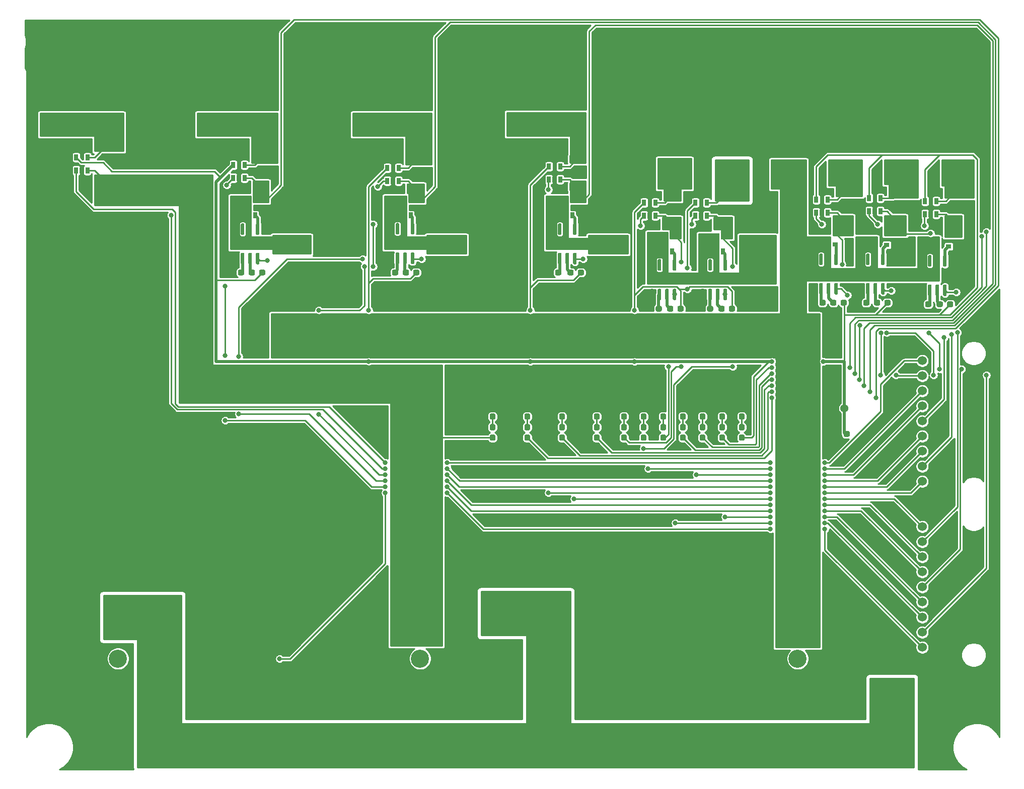
<source format=gbr>
%TF.GenerationSoftware,KiCad,Pcbnew,(5.1.6)-1*%
%TF.CreationDate,2022-03-17T22:35:52-05:00*%
%TF.ProjectId,2022_Rev2,32303232-5f52-4657-9632-2e6b69636164,rev?*%
%TF.SameCoordinates,Original*%
%TF.FileFunction,Copper,L1,Top*%
%TF.FilePolarity,Positive*%
%FSLAX46Y46*%
G04 Gerber Fmt 4.6, Leading zero omitted, Abs format (unit mm)*
G04 Created by KiCad (PCBNEW (5.1.6)-1) date 2022-03-17 22:35:52*
%MOMM*%
%LPD*%
G01*
G04 APERTURE LIST*
%TA.AperFunction,ComponentPad*%
%ADD10O,5.100000X3.000000*%
%TD*%
%TA.AperFunction,ComponentPad*%
%ADD11C,1.524000*%
%TD*%
%TA.AperFunction,ComponentPad*%
%ADD12C,3.048000*%
%TD*%
%TA.AperFunction,ComponentPad*%
%ADD13C,3.810000*%
%TD*%
%TA.AperFunction,SMDPad,CuDef*%
%ADD14R,0.650000X1.060000*%
%TD*%
%TA.AperFunction,ComponentPad*%
%ADD15R,1.358000X1.358000*%
%TD*%
%TA.AperFunction,ComponentPad*%
%ADD16C,1.358000*%
%TD*%
%TA.AperFunction,SMDPad,CuDef*%
%ADD17R,0.900000X0.800000*%
%TD*%
%TA.AperFunction,SMDPad,CuDef*%
%ADD18R,0.700000X1.000000*%
%TD*%
%TA.AperFunction,ComponentPad*%
%ADD19C,2.819400*%
%TD*%
%TA.AperFunction,ComponentPad*%
%ADD20O,3.000000X5.100000*%
%TD*%
%TA.AperFunction,ViaPad*%
%ADD21C,0.800000*%
%TD*%
%TA.AperFunction,Conductor*%
%ADD22C,0.508000*%
%TD*%
%TA.AperFunction,Conductor*%
%ADD23C,0.254000*%
%TD*%
G04 APERTURE END LIST*
%TO.P,R36,2*%
%TO.N,/12V/Anderson_Nav*%
%TA.AperFunction,SMDPad,CuDef*%
G36*
G01*
X231707001Y-50749000D02*
X229556999Y-50749000D01*
G75*
G02*
X229307000Y-50499001I0J249999D01*
G01*
X229307000Y-49473999D01*
G75*
G02*
X229556999Y-49224000I249999J0D01*
G01*
X231707001Y-49224000D01*
G75*
G02*
X231957000Y-49473999I0J-249999D01*
G01*
X231957000Y-50499001D01*
G75*
G02*
X231707001Y-50749000I-249999J0D01*
G01*
G37*
%TD.AperFunction*%
%TO.P,R36,1*%
%TO.N,Net-(Q8-Pad2)*%
%TA.AperFunction,SMDPad,CuDef*%
G36*
G01*
X231707001Y-55424000D02*
X229556999Y-55424000D01*
G75*
G02*
X229307000Y-55174001I0J249999D01*
G01*
X229307000Y-54148999D01*
G75*
G02*
X229556999Y-53899000I249999J0D01*
G01*
X231707001Y-53899000D01*
G75*
G02*
X231957000Y-54148999I0J-249999D01*
G01*
X231957000Y-55174001D01*
G75*
G02*
X231707001Y-55424000I-249999J0D01*
G01*
G37*
%TD.AperFunction*%
%TD*%
%TO.P,R35,2*%
%TO.N,/12V/Anderson_Cam1*%
%TA.AperFunction,SMDPad,CuDef*%
G36*
G01*
X184463001Y-51003000D02*
X182312999Y-51003000D01*
G75*
G02*
X182063000Y-50753001I0J249999D01*
G01*
X182063000Y-49727999D01*
G75*
G02*
X182312999Y-49478000I249999J0D01*
G01*
X184463001Y-49478000D01*
G75*
G02*
X184713000Y-49727999I0J-249999D01*
G01*
X184713000Y-50753001D01*
G75*
G02*
X184463001Y-51003000I-249999J0D01*
G01*
G37*
%TD.AperFunction*%
%TO.P,R35,1*%
%TO.N,Net-(Q7-Pad4)*%
%TA.AperFunction,SMDPad,CuDef*%
G36*
G01*
X184463001Y-55678000D02*
X182312999Y-55678000D01*
G75*
G02*
X182063000Y-55428001I0J249999D01*
G01*
X182063000Y-54402999D01*
G75*
G02*
X182312999Y-54153000I249999J0D01*
G01*
X184463001Y-54153000D01*
G75*
G02*
X184713000Y-54402999I0J-249999D01*
G01*
X184713000Y-55428001D01*
G75*
G02*
X184463001Y-55678000I-249999J0D01*
G01*
G37*
%TD.AperFunction*%
%TD*%
%TO.P,R34,2*%
%TO.N,/12V/Anderson_GimAct*%
%TA.AperFunction,SMDPad,CuDef*%
G36*
G01*
X115248001Y-44907000D02*
X113097999Y-44907000D01*
G75*
G02*
X112848000Y-44657001I0J249999D01*
G01*
X112848000Y-43631999D01*
G75*
G02*
X113097999Y-43382000I249999J0D01*
G01*
X115248001Y-43382000D01*
G75*
G02*
X115498000Y-43631999I0J-249999D01*
G01*
X115498000Y-44657001D01*
G75*
G02*
X115248001Y-44907000I-249999J0D01*
G01*
G37*
%TD.AperFunction*%
%TO.P,R34,1*%
%TO.N,Net-(Q6-Pad4)*%
%TA.AperFunction,SMDPad,CuDef*%
G36*
G01*
X115248001Y-49582000D02*
X113097999Y-49582000D01*
G75*
G02*
X112848000Y-49332001I0J249999D01*
G01*
X112848000Y-48306999D01*
G75*
G02*
X113097999Y-48057000I249999J0D01*
G01*
X115248001Y-48057000D01*
G75*
G02*
X115498000Y-48306999I0J-249999D01*
G01*
X115498000Y-49332001D01*
G75*
G02*
X115248001Y-49582000I-249999J0D01*
G01*
G37*
%TD.AperFunction*%
%TD*%
%TO.P,R26,2*%
%TO.N,/12V/Anderson_Cam2*%
%TA.AperFunction,SMDPad,CuDef*%
G36*
G01*
X193099001Y-51054500D02*
X190948999Y-51054500D01*
G75*
G02*
X190699000Y-50804501I0J249999D01*
G01*
X190699000Y-49779499D01*
G75*
G02*
X190948999Y-49529500I249999J0D01*
G01*
X193099001Y-49529500D01*
G75*
G02*
X193349000Y-49779499I0J-249999D01*
G01*
X193349000Y-50804501D01*
G75*
G02*
X193099001Y-51054500I-249999J0D01*
G01*
G37*
%TD.AperFunction*%
%TO.P,R26,1*%
%TO.N,Net-(Q5-Pad4)*%
%TA.AperFunction,SMDPad,CuDef*%
G36*
G01*
X193099001Y-55729500D02*
X190948999Y-55729500D01*
G75*
G02*
X190699000Y-55479501I0J249999D01*
G01*
X190699000Y-54454499D01*
G75*
G02*
X190948999Y-54204500I249999J0D01*
G01*
X193099001Y-54204500D01*
G75*
G02*
X193349000Y-54454499I0J-249999D01*
G01*
X193349000Y-55479501D01*
G75*
G02*
X193099001Y-55729500I-249999J0D01*
G01*
G37*
%TD.AperFunction*%
%TD*%
%TO.P,R23,2*%
%TO.N,/12V/Anderson_Spare*%
%TA.AperFunction,SMDPad,CuDef*%
G36*
G01*
X168461001Y-44907000D02*
X166310999Y-44907000D01*
G75*
G02*
X166061000Y-44657001I0J249999D01*
G01*
X166061000Y-43631999D01*
G75*
G02*
X166310999Y-43382000I249999J0D01*
G01*
X168461001Y-43382000D01*
G75*
G02*
X168711000Y-43631999I0J-249999D01*
G01*
X168711000Y-44657001D01*
G75*
G02*
X168461001Y-44907000I-249999J0D01*
G01*
G37*
%TD.AperFunction*%
%TO.P,R23,1*%
%TO.N,Net-(Q4-Pad4)*%
%TA.AperFunction,SMDPad,CuDef*%
G36*
G01*
X168461001Y-49582000D02*
X166310999Y-49582000D01*
G75*
G02*
X166061000Y-49332001I0J249999D01*
G01*
X166061000Y-48306999D01*
G75*
G02*
X166310999Y-48057000I249999J0D01*
G01*
X168461001Y-48057000D01*
G75*
G02*
X168711000Y-48306999I0J-249999D01*
G01*
X168711000Y-49332001D01*
G75*
G02*
X168461001Y-49582000I-249999J0D01*
G01*
G37*
%TD.AperFunction*%
%TD*%
%TO.P,R21,2*%
%TO.N,/12V/Anderson_BBB*%
%TA.AperFunction,SMDPad,CuDef*%
G36*
G01*
X213419001Y-50495000D02*
X211268999Y-50495000D01*
G75*
G02*
X211019000Y-50245001I0J249999D01*
G01*
X211019000Y-49219999D01*
G75*
G02*
X211268999Y-48970000I249999J0D01*
G01*
X213419001Y-48970000D01*
G75*
G02*
X213669000Y-49219999I0J-249999D01*
G01*
X213669000Y-50245001D01*
G75*
G02*
X213419001Y-50495000I-249999J0D01*
G01*
G37*
%TD.AperFunction*%
%TO.P,R21,1*%
%TO.N,Net-(Q3-Pad2)*%
%TA.AperFunction,SMDPad,CuDef*%
G36*
G01*
X213419001Y-55170000D02*
X211268999Y-55170000D01*
G75*
G02*
X211019000Y-54920001I0J249999D01*
G01*
X211019000Y-53894999D01*
G75*
G02*
X211268999Y-53645000I249999J0D01*
G01*
X213419001Y-53645000D01*
G75*
G02*
X213669000Y-53894999I0J-249999D01*
G01*
X213669000Y-54920001D01*
G75*
G02*
X213419001Y-55170000I-249999J0D01*
G01*
G37*
%TD.AperFunction*%
%TD*%
%TO.P,R18,2*%
%TO.N,/12V/Anderson_Drive*%
%TA.AperFunction,SMDPad,CuDef*%
G36*
G01*
X222309001Y-50495000D02*
X220158999Y-50495000D01*
G75*
G02*
X219909000Y-50245001I0J249999D01*
G01*
X219909000Y-49219999D01*
G75*
G02*
X220158999Y-48970000I249999J0D01*
G01*
X222309001Y-48970000D01*
G75*
G02*
X222559000Y-49219999I0J-249999D01*
G01*
X222559000Y-50245001D01*
G75*
G02*
X222309001Y-50495000I-249999J0D01*
G01*
G37*
%TD.AperFunction*%
%TO.P,R18,1*%
%TO.N,Net-(Q1-Pad2)*%
%TA.AperFunction,SMDPad,CuDef*%
G36*
G01*
X222309001Y-55170000D02*
X220158999Y-55170000D01*
G75*
G02*
X219909000Y-54920001I0J249999D01*
G01*
X219909000Y-53894999D01*
G75*
G02*
X220158999Y-53645000I249999J0D01*
G01*
X222309001Y-53645000D01*
G75*
G02*
X222559000Y-53894999I0J-249999D01*
G01*
X222559000Y-54920001D01*
G75*
G02*
X222309001Y-55170000I-249999J0D01*
G01*
G37*
%TD.AperFunction*%
%TD*%
%TO.P,R16,2*%
%TO.N,/12V/Anderson_MultiAct*%
%TA.AperFunction,SMDPad,CuDef*%
G36*
G01*
X141283001Y-45161000D02*
X139132999Y-45161000D01*
G75*
G02*
X138883000Y-44911001I0J249999D01*
G01*
X138883000Y-43885999D01*
G75*
G02*
X139132999Y-43636000I249999J0D01*
G01*
X141283001Y-43636000D01*
G75*
G02*
X141533000Y-43885999I0J-249999D01*
G01*
X141533000Y-44911001D01*
G75*
G02*
X141283001Y-45161000I-249999J0D01*
G01*
G37*
%TD.AperFunction*%
%TO.P,R16,1*%
%TO.N,Net-(Q2-Pad4)*%
%TA.AperFunction,SMDPad,CuDef*%
G36*
G01*
X141283001Y-49836000D02*
X139132999Y-49836000D01*
G75*
G02*
X138883000Y-49586001I0J249999D01*
G01*
X138883000Y-48560999D01*
G75*
G02*
X139132999Y-48311000I249999J0D01*
G01*
X141283001Y-48311000D01*
G75*
G02*
X141533000Y-48560999I0J-249999D01*
G01*
X141533000Y-49586001D01*
G75*
G02*
X141283001Y-49836000I-249999J0D01*
G01*
G37*
%TD.AperFunction*%
%TD*%
%TO.P,R2,2*%
%TO.N,Net-(Conn4-Pad2)*%
%TA.AperFunction,SMDPad,CuDef*%
G36*
G01*
X89563001Y-42733000D02*
X86712999Y-42733000D01*
G75*
G02*
X86463000Y-42483001I0J249999D01*
G01*
X86463000Y-41457999D01*
G75*
G02*
X86712999Y-41208000I249999J0D01*
G01*
X89563001Y-41208000D01*
G75*
G02*
X89813000Y-41457999I0J-249999D01*
G01*
X89813000Y-42483001D01*
G75*
G02*
X89563001Y-42733000I-249999J0D01*
G01*
G37*
%TD.AperFunction*%
%TO.P,R2,1*%
%TO.N,Net-(R2-Pad1)*%
%TA.AperFunction,SMDPad,CuDef*%
G36*
G01*
X89563001Y-48708000D02*
X86712999Y-48708000D01*
G75*
G02*
X86463000Y-48458001I0J249999D01*
G01*
X86463000Y-47432999D01*
G75*
G02*
X86712999Y-47183000I249999J0D01*
G01*
X89563001Y-47183000D01*
G75*
G02*
X89813000Y-47432999I0J-249999D01*
G01*
X89813000Y-48458001D01*
G75*
G02*
X89563001Y-48708000I-249999J0D01*
G01*
G37*
%TD.AperFunction*%
%TD*%
D10*
%TO.P,Conn10,1*%
%TO.N,GND*%
X231425000Y-38285000D03*
%TO.P,Conn10,2*%
%TO.N,/12V/Anderson_Nav*%
X231425000Y-46159000D03*
%TD*%
%TO.P,Conn5,1*%
%TO.N,GND*%
X212375000Y-38285000D03*
%TO.P,Conn5,2*%
%TO.N,/12V/Anderson_BBB*%
X212375000Y-46159000D03*
%TD*%
%TO.P,Conn7,1*%
%TO.N,GND*%
X193325000Y-38285000D03*
%TO.P,Conn7,2*%
%TO.N,/12V/Anderson_Cam2*%
X193325000Y-46159000D03*
%TD*%
%TO.P,Conn8,1*%
%TO.N,GND*%
X221900000Y-38278000D03*
%TO.P,Conn8,2*%
%TO.N,/12V/Anderson_Drive*%
X221900000Y-46152000D03*
%TD*%
%TO.P,Conn6,1*%
%TO.N,GND*%
X183800000Y-38285000D03*
%TO.P,Conn6,2*%
%TO.N,/12V/Anderson_Cam1*%
X183800000Y-46159000D03*
%TD*%
%TO.P,Conn11,1*%
%TO.N,GND*%
X202850000Y-38285000D03*
%TO.P,Conn11,2*%
%TO.N,+12VA*%
X202850000Y-46159000D03*
%TD*%
D11*
%TO.P,Conn13,9*%
%TO.N,Driver_Aux*%
X225425000Y-126365000D03*
%TO.P,Conn13,8*%
%TO.N,Driver_BBB*%
X225425000Y-123825000D03*
%TO.P,Conn13,7*%
%TO.N,Driver_Cam1*%
X225425000Y-121285000D03*
%TO.P,Conn13,6*%
%TO.N,Driver_Cam2*%
X225425000Y-118745000D03*
%TO.P,Conn13,5*%
%TO.N,Driver_Drive*%
X225425000Y-116205000D03*
%TO.P,Conn13,4*%
%TO.N,Driver_Gim*%
X225425000Y-113665000D03*
%TO.P,Conn13,3*%
%TO.N,Driver_Multi*%
X225425000Y-111125000D03*
%TO.P,Conn13,2*%
%TO.N,Driver_Nav*%
X225425000Y-108585000D03*
%TO.P,Conn13,1*%
%TO.N,Driver_Spare*%
X225425000Y-106045000D03*
%TD*%
%TO.P,Conn1,9*%
%TO.N,Current_Sense_Spare*%
X225425000Y-98425000D03*
%TO.P,Conn1,8*%
%TO.N,Current_Sense_Nav*%
X225425000Y-95885000D03*
%TO.P,Conn1,7*%
%TO.N,Current_Sense_Multi*%
X225425000Y-93345000D03*
%TO.P,Conn1,6*%
%TO.N,Current_Sense_Gim*%
X225425000Y-90805000D03*
%TO.P,Conn1,5*%
%TO.N,Current_Sense_Drive*%
X225425000Y-88265000D03*
%TO.P,Conn1,4*%
%TO.N,Current_Sense_Cam2*%
X225425000Y-85725000D03*
%TO.P,Conn1,3*%
%TO.N,Current_Sense_Cam1*%
X225425000Y-83185000D03*
%TO.P,Conn1,2*%
%TO.N,Current_Sense_BBB*%
X225425000Y-80645000D03*
%TO.P,Conn1,1*%
%TO.N,Current_Sense_Aux*%
X225425000Y-78105000D03*
%TD*%
D12*
%TO.P,VR2,5*%
%TO.N,GND*%
X204470000Y-132080000D03*
%TO.P,VR2,6*%
%TO.N,Net-(VR2-Pad6)*%
X204470000Y-128270000D03*
%TO.P,VR2,7*%
%TO.N,+12VA*%
X204470000Y-124460000D03*
D13*
%TO.P,VR2,8*%
X204470000Y-120650000D03*
%TO.P,VR2,4*%
%TO.N,GND*%
X204470000Y-135890000D03*
D12*
%TO.P,VR2,1*%
%TO.N,+36V*%
X153670000Y-120650000D03*
%TO.P,VR2,2*%
%TO.N,GND*%
X153670000Y-128270000D03*
%TO.P,VR2,3*%
X153670000Y-135890000D03*
%TD*%
%TO.P,VR1,5*%
%TO.N,GND*%
X140970000Y-132080000D03*
%TO.P,VR1,6*%
%TO.N,Net-(VR1-Pad6)*%
X140970000Y-128270000D03*
%TO.P,VR1,7*%
%TO.N,Net-(R2-Pad1)*%
X140970000Y-124460000D03*
D13*
%TO.P,VR1,8*%
X140970000Y-120650000D03*
%TO.P,VR1,4*%
%TO.N,GND*%
X140970000Y-135890000D03*
D12*
%TO.P,VR1,1*%
%TO.N,+36V*%
X90170000Y-120650000D03*
%TO.P,VR1,2*%
%TO.N,Driver_Aux*%
X90170000Y-128270000D03*
%TO.P,VR1,3*%
%TO.N,GND*%
X90170000Y-135890000D03*
%TD*%
D14*
%TO.P,U25,5*%
%TO.N,+5V*%
X225872000Y-51224000D03*
%TO.P,U25,4*%
%TO.N,/12V/Anderson_Nav*%
X227772000Y-51224000D03*
%TO.P,U25,3*%
%TO.N,Net-(Q8-Pad2)*%
X227772000Y-53424000D03*
%TO.P,U25,2*%
%TO.N,GND*%
X226822000Y-53424000D03*
%TO.P,U25,1*%
%TO.N,Current_Sense_Nav*%
X225872000Y-53424000D03*
%TD*%
%TO.P,U24,5*%
%TO.N,+5V*%
X178628000Y-51478000D03*
%TO.P,U24,4*%
%TO.N,/12V/Anderson_Cam1*%
X180528000Y-51478000D03*
%TO.P,U24,3*%
%TO.N,Net-(Q7-Pad4)*%
X180528000Y-53678000D03*
%TO.P,U24,2*%
%TO.N,GND*%
X179578000Y-53678000D03*
%TO.P,U24,1*%
%TO.N,Current_Sense_Cam1*%
X178628000Y-53678000D03*
%TD*%
%TO.P,U23,5*%
%TO.N,+5V*%
X109540000Y-45128000D03*
%TO.P,U23,4*%
%TO.N,/12V/Anderson_GimAct*%
X111440000Y-45128000D03*
%TO.P,U23,3*%
%TO.N,Net-(Q6-Pad4)*%
X111440000Y-47328000D03*
%TO.P,U23,2*%
%TO.N,GND*%
X110490000Y-47328000D03*
%TO.P,U23,1*%
%TO.N,Current_Sense_Gim*%
X109540000Y-47328000D03*
%TD*%
%TO.P,U22,8*%
%TO.N,+12VA*%
%TA.AperFunction,SMDPad,CuDef*%
G36*
G01*
X225575000Y-62254000D02*
X225275000Y-62254000D01*
G75*
G02*
X225125000Y-62104000I0J150000D01*
G01*
X225125000Y-60454000D01*
G75*
G02*
X225275000Y-60304000I150000J0D01*
G01*
X225575000Y-60304000D01*
G75*
G02*
X225725000Y-60454000I0J-150000D01*
G01*
X225725000Y-62104000D01*
G75*
G02*
X225575000Y-62254000I-150000J0D01*
G01*
G37*
%TD.AperFunction*%
%TO.P,U22,7*%
%TO.N,N/C*%
%TA.AperFunction,SMDPad,CuDef*%
G36*
G01*
X226845000Y-62254000D02*
X226545000Y-62254000D01*
G75*
G02*
X226395000Y-62104000I0J150000D01*
G01*
X226395000Y-60454000D01*
G75*
G02*
X226545000Y-60304000I150000J0D01*
G01*
X226845000Y-60304000D01*
G75*
G02*
X226995000Y-60454000I0J-150000D01*
G01*
X226995000Y-62104000D01*
G75*
G02*
X226845000Y-62254000I-150000J0D01*
G01*
G37*
%TD.AperFunction*%
%TO.P,U22,6*%
%TO.N,+12VA*%
%TA.AperFunction,SMDPad,CuDef*%
G36*
G01*
X228115000Y-62254000D02*
X227815000Y-62254000D01*
G75*
G02*
X227665000Y-62104000I0J150000D01*
G01*
X227665000Y-60454000D01*
G75*
G02*
X227815000Y-60304000I150000J0D01*
G01*
X228115000Y-60304000D01*
G75*
G02*
X228265000Y-60454000I0J-150000D01*
G01*
X228265000Y-62104000D01*
G75*
G02*
X228115000Y-62254000I-150000J0D01*
G01*
G37*
%TD.AperFunction*%
%TO.P,U22,5*%
%TO.N,Net-(Q8-Pad1)*%
%TA.AperFunction,SMDPad,CuDef*%
G36*
G01*
X229385000Y-62254000D02*
X229085000Y-62254000D01*
G75*
G02*
X228935000Y-62104000I0J150000D01*
G01*
X228935000Y-60454000D01*
G75*
G02*
X229085000Y-60304000I150000J0D01*
G01*
X229385000Y-60304000D01*
G75*
G02*
X229535000Y-60454000I0J-150000D01*
G01*
X229535000Y-62104000D01*
G75*
G02*
X229385000Y-62254000I-150000J0D01*
G01*
G37*
%TD.AperFunction*%
%TO.P,U22,4*%
%TO.N,Driver_Nav*%
%TA.AperFunction,SMDPad,CuDef*%
G36*
G01*
X229385000Y-67204000D02*
X229085000Y-67204000D01*
G75*
G02*
X228935000Y-67054000I0J150000D01*
G01*
X228935000Y-65404000D01*
G75*
G02*
X229085000Y-65254000I150000J0D01*
G01*
X229385000Y-65254000D01*
G75*
G02*
X229535000Y-65404000I0J-150000D01*
G01*
X229535000Y-67054000D01*
G75*
G02*
X229385000Y-67204000I-150000J0D01*
G01*
G37*
%TD.AperFunction*%
%TO.P,U22,3*%
%TO.N,Net-(R30-Pad2)*%
%TA.AperFunction,SMDPad,CuDef*%
G36*
G01*
X228115000Y-67204000D02*
X227815000Y-67204000D01*
G75*
G02*
X227665000Y-67054000I0J150000D01*
G01*
X227665000Y-65404000D01*
G75*
G02*
X227815000Y-65254000I150000J0D01*
G01*
X228115000Y-65254000D01*
G75*
G02*
X228265000Y-65404000I0J-150000D01*
G01*
X228265000Y-67054000D01*
G75*
G02*
X228115000Y-67204000I-150000J0D01*
G01*
G37*
%TD.AperFunction*%
%TO.P,U22,2*%
%TO.N,Net-(C28-Pad1)*%
%TA.AperFunction,SMDPad,CuDef*%
G36*
G01*
X226845000Y-67204000D02*
X226545000Y-67204000D01*
G75*
G02*
X226395000Y-67054000I0J150000D01*
G01*
X226395000Y-65404000D01*
G75*
G02*
X226545000Y-65254000I150000J0D01*
G01*
X226845000Y-65254000D01*
G75*
G02*
X226995000Y-65404000I0J-150000D01*
G01*
X226995000Y-67054000D01*
G75*
G02*
X226845000Y-67204000I-150000J0D01*
G01*
G37*
%TD.AperFunction*%
%TO.P,U22,1*%
%TO.N,GND*%
%TA.AperFunction,SMDPad,CuDef*%
G36*
G01*
X225575000Y-67204000D02*
X225275000Y-67204000D01*
G75*
G02*
X225125000Y-67054000I0J150000D01*
G01*
X225125000Y-65404000D01*
G75*
G02*
X225275000Y-65254000I150000J0D01*
G01*
X225575000Y-65254000D01*
G75*
G02*
X225725000Y-65404000I0J-150000D01*
G01*
X225725000Y-67054000D01*
G75*
G02*
X225575000Y-67204000I-150000J0D01*
G01*
G37*
%TD.AperFunction*%
%TD*%
%TO.P,U21,8*%
%TO.N,Net-(C25-Pad1)*%
%TA.AperFunction,SMDPad,CuDef*%
G36*
G01*
X180109000Y-62951000D02*
X179809000Y-62951000D01*
G75*
G02*
X179659000Y-62801000I0J150000D01*
G01*
X179659000Y-61151000D01*
G75*
G02*
X179809000Y-61001000I150000J0D01*
G01*
X180109000Y-61001000D01*
G75*
G02*
X180259000Y-61151000I0J-150000D01*
G01*
X180259000Y-62801000D01*
G75*
G02*
X180109000Y-62951000I-150000J0D01*
G01*
G37*
%TD.AperFunction*%
%TO.P,U21,7*%
%TO.N,N/C*%
%TA.AperFunction,SMDPad,CuDef*%
G36*
G01*
X181379000Y-62951000D02*
X181079000Y-62951000D01*
G75*
G02*
X180929000Y-62801000I0J150000D01*
G01*
X180929000Y-61151000D01*
G75*
G02*
X181079000Y-61001000I150000J0D01*
G01*
X181379000Y-61001000D01*
G75*
G02*
X181529000Y-61151000I0J-150000D01*
G01*
X181529000Y-62801000D01*
G75*
G02*
X181379000Y-62951000I-150000J0D01*
G01*
G37*
%TD.AperFunction*%
%TO.P,U21,6*%
%TO.N,Net-(C25-Pad1)*%
%TA.AperFunction,SMDPad,CuDef*%
G36*
G01*
X182649000Y-62951000D02*
X182349000Y-62951000D01*
G75*
G02*
X182199000Y-62801000I0J150000D01*
G01*
X182199000Y-61151000D01*
G75*
G02*
X182349000Y-61001000I150000J0D01*
G01*
X182649000Y-61001000D01*
G75*
G02*
X182799000Y-61151000I0J-150000D01*
G01*
X182799000Y-62801000D01*
G75*
G02*
X182649000Y-62951000I-150000J0D01*
G01*
G37*
%TD.AperFunction*%
%TO.P,U21,5*%
%TO.N,Net-(Q7-Pad3)*%
%TA.AperFunction,SMDPad,CuDef*%
G36*
G01*
X183919000Y-62951000D02*
X183619000Y-62951000D01*
G75*
G02*
X183469000Y-62801000I0J150000D01*
G01*
X183469000Y-61151000D01*
G75*
G02*
X183619000Y-61001000I150000J0D01*
G01*
X183919000Y-61001000D01*
G75*
G02*
X184069000Y-61151000I0J-150000D01*
G01*
X184069000Y-62801000D01*
G75*
G02*
X183919000Y-62951000I-150000J0D01*
G01*
G37*
%TD.AperFunction*%
%TO.P,U21,4*%
%TO.N,Driver_Cam1*%
%TA.AperFunction,SMDPad,CuDef*%
G36*
G01*
X183919000Y-67901000D02*
X183619000Y-67901000D01*
G75*
G02*
X183469000Y-67751000I0J150000D01*
G01*
X183469000Y-66101000D01*
G75*
G02*
X183619000Y-65951000I150000J0D01*
G01*
X183919000Y-65951000D01*
G75*
G02*
X184069000Y-66101000I0J-150000D01*
G01*
X184069000Y-67751000D01*
G75*
G02*
X183919000Y-67901000I-150000J0D01*
G01*
G37*
%TD.AperFunction*%
%TO.P,U21,3*%
%TO.N,Net-(R29-Pad2)*%
%TA.AperFunction,SMDPad,CuDef*%
G36*
G01*
X182649000Y-67901000D02*
X182349000Y-67901000D01*
G75*
G02*
X182199000Y-67751000I0J150000D01*
G01*
X182199000Y-66101000D01*
G75*
G02*
X182349000Y-65951000I150000J0D01*
G01*
X182649000Y-65951000D01*
G75*
G02*
X182799000Y-66101000I0J-150000D01*
G01*
X182799000Y-67751000D01*
G75*
G02*
X182649000Y-67901000I-150000J0D01*
G01*
G37*
%TD.AperFunction*%
%TO.P,U21,2*%
%TO.N,Net-(C27-Pad1)*%
%TA.AperFunction,SMDPad,CuDef*%
G36*
G01*
X181379000Y-67901000D02*
X181079000Y-67901000D01*
G75*
G02*
X180929000Y-67751000I0J150000D01*
G01*
X180929000Y-66101000D01*
G75*
G02*
X181079000Y-65951000I150000J0D01*
G01*
X181379000Y-65951000D01*
G75*
G02*
X181529000Y-66101000I0J-150000D01*
G01*
X181529000Y-67751000D01*
G75*
G02*
X181379000Y-67901000I-150000J0D01*
G01*
G37*
%TD.AperFunction*%
%TO.P,U21,1*%
%TO.N,GND*%
%TA.AperFunction,SMDPad,CuDef*%
G36*
G01*
X180109000Y-67901000D02*
X179809000Y-67901000D01*
G75*
G02*
X179659000Y-67751000I0J150000D01*
G01*
X179659000Y-66101000D01*
G75*
G02*
X179809000Y-65951000I150000J0D01*
G01*
X180109000Y-65951000D01*
G75*
G02*
X180259000Y-66101000I0J-150000D01*
G01*
X180259000Y-67751000D01*
G75*
G02*
X180109000Y-67901000I-150000J0D01*
G01*
G37*
%TD.AperFunction*%
%TD*%
%TO.P,U20,8*%
%TO.N,Net-(C29-Pad1)*%
%TA.AperFunction,SMDPad,CuDef*%
G36*
G01*
X110005000Y-56920000D02*
X109705000Y-56920000D01*
G75*
G02*
X109555000Y-56770000I0J150000D01*
G01*
X109555000Y-55120000D01*
G75*
G02*
X109705000Y-54970000I150000J0D01*
G01*
X110005000Y-54970000D01*
G75*
G02*
X110155000Y-55120000I0J-150000D01*
G01*
X110155000Y-56770000D01*
G75*
G02*
X110005000Y-56920000I-150000J0D01*
G01*
G37*
%TD.AperFunction*%
%TO.P,U20,7*%
%TO.N,N/C*%
%TA.AperFunction,SMDPad,CuDef*%
G36*
G01*
X111275000Y-56920000D02*
X110975000Y-56920000D01*
G75*
G02*
X110825000Y-56770000I0J150000D01*
G01*
X110825000Y-55120000D01*
G75*
G02*
X110975000Y-54970000I150000J0D01*
G01*
X111275000Y-54970000D01*
G75*
G02*
X111425000Y-55120000I0J-150000D01*
G01*
X111425000Y-56770000D01*
G75*
G02*
X111275000Y-56920000I-150000J0D01*
G01*
G37*
%TD.AperFunction*%
%TO.P,U20,6*%
%TO.N,Net-(C29-Pad1)*%
%TA.AperFunction,SMDPad,CuDef*%
G36*
G01*
X112545000Y-56920000D02*
X112245000Y-56920000D01*
G75*
G02*
X112095000Y-56770000I0J150000D01*
G01*
X112095000Y-55120000D01*
G75*
G02*
X112245000Y-54970000I150000J0D01*
G01*
X112545000Y-54970000D01*
G75*
G02*
X112695000Y-55120000I0J-150000D01*
G01*
X112695000Y-56770000D01*
G75*
G02*
X112545000Y-56920000I-150000J0D01*
G01*
G37*
%TD.AperFunction*%
%TO.P,U20,5*%
%TO.N,Net-(Q6-Pad3)*%
%TA.AperFunction,SMDPad,CuDef*%
G36*
G01*
X113815000Y-56920000D02*
X113515000Y-56920000D01*
G75*
G02*
X113365000Y-56770000I0J150000D01*
G01*
X113365000Y-55120000D01*
G75*
G02*
X113515000Y-54970000I150000J0D01*
G01*
X113815000Y-54970000D01*
G75*
G02*
X113965000Y-55120000I0J-150000D01*
G01*
X113965000Y-56770000D01*
G75*
G02*
X113815000Y-56920000I-150000J0D01*
G01*
G37*
%TD.AperFunction*%
%TO.P,U20,4*%
%TO.N,Driver_Gim*%
%TA.AperFunction,SMDPad,CuDef*%
G36*
G01*
X113815000Y-61870000D02*
X113515000Y-61870000D01*
G75*
G02*
X113365000Y-61720000I0J150000D01*
G01*
X113365000Y-60070000D01*
G75*
G02*
X113515000Y-59920000I150000J0D01*
G01*
X113815000Y-59920000D01*
G75*
G02*
X113965000Y-60070000I0J-150000D01*
G01*
X113965000Y-61720000D01*
G75*
G02*
X113815000Y-61870000I-150000J0D01*
G01*
G37*
%TD.AperFunction*%
%TO.P,U20,3*%
%TO.N,Net-(R28-Pad2)*%
%TA.AperFunction,SMDPad,CuDef*%
G36*
G01*
X112545000Y-61870000D02*
X112245000Y-61870000D01*
G75*
G02*
X112095000Y-61720000I0J150000D01*
G01*
X112095000Y-60070000D01*
G75*
G02*
X112245000Y-59920000I150000J0D01*
G01*
X112545000Y-59920000D01*
G75*
G02*
X112695000Y-60070000I0J-150000D01*
G01*
X112695000Y-61720000D01*
G75*
G02*
X112545000Y-61870000I-150000J0D01*
G01*
G37*
%TD.AperFunction*%
%TO.P,U20,2*%
%TO.N,Net-(C26-Pad1)*%
%TA.AperFunction,SMDPad,CuDef*%
G36*
G01*
X111275000Y-61870000D02*
X110975000Y-61870000D01*
G75*
G02*
X110825000Y-61720000I0J150000D01*
G01*
X110825000Y-60070000D01*
G75*
G02*
X110975000Y-59920000I150000J0D01*
G01*
X111275000Y-59920000D01*
G75*
G02*
X111425000Y-60070000I0J-150000D01*
G01*
X111425000Y-61720000D01*
G75*
G02*
X111275000Y-61870000I-150000J0D01*
G01*
G37*
%TD.AperFunction*%
%TO.P,U20,1*%
%TO.N,GND*%
%TA.AperFunction,SMDPad,CuDef*%
G36*
G01*
X110005000Y-61870000D02*
X109705000Y-61870000D01*
G75*
G02*
X109555000Y-61720000I0J150000D01*
G01*
X109555000Y-60070000D01*
G75*
G02*
X109705000Y-59920000I150000J0D01*
G01*
X110005000Y-59920000D01*
G75*
G02*
X110155000Y-60070000I0J-150000D01*
G01*
X110155000Y-61720000D01*
G75*
G02*
X110005000Y-61870000I-150000J0D01*
G01*
G37*
%TD.AperFunction*%
%TD*%
%TO.P,U19,5*%
%TO.N,+5V*%
X187264000Y-51478000D03*
%TO.P,U19,4*%
%TO.N,/12V/Anderson_Cam2*%
X189164000Y-51478000D03*
%TO.P,U19,3*%
%TO.N,Net-(Q5-Pad4)*%
X189164000Y-53678000D03*
%TO.P,U19,2*%
%TO.N,GND*%
X188214000Y-53678000D03*
%TO.P,U19,1*%
%TO.N,Current_Sense_Cam2*%
X187264000Y-53678000D03*
%TD*%
%TO.P,U18,8*%
%TO.N,Net-(C25-Pad1)*%
%TA.AperFunction,SMDPad,CuDef*%
G36*
G01*
X188618000Y-62951000D02*
X188318000Y-62951000D01*
G75*
G02*
X188168000Y-62801000I0J150000D01*
G01*
X188168000Y-61151000D01*
G75*
G02*
X188318000Y-61001000I150000J0D01*
G01*
X188618000Y-61001000D01*
G75*
G02*
X188768000Y-61151000I0J-150000D01*
G01*
X188768000Y-62801000D01*
G75*
G02*
X188618000Y-62951000I-150000J0D01*
G01*
G37*
%TD.AperFunction*%
%TO.P,U18,7*%
%TO.N,N/C*%
%TA.AperFunction,SMDPad,CuDef*%
G36*
G01*
X189888000Y-62951000D02*
X189588000Y-62951000D01*
G75*
G02*
X189438000Y-62801000I0J150000D01*
G01*
X189438000Y-61151000D01*
G75*
G02*
X189588000Y-61001000I150000J0D01*
G01*
X189888000Y-61001000D01*
G75*
G02*
X190038000Y-61151000I0J-150000D01*
G01*
X190038000Y-62801000D01*
G75*
G02*
X189888000Y-62951000I-150000J0D01*
G01*
G37*
%TD.AperFunction*%
%TO.P,U18,6*%
%TO.N,Net-(C25-Pad1)*%
%TA.AperFunction,SMDPad,CuDef*%
G36*
G01*
X191158000Y-62951000D02*
X190858000Y-62951000D01*
G75*
G02*
X190708000Y-62801000I0J150000D01*
G01*
X190708000Y-61151000D01*
G75*
G02*
X190858000Y-61001000I150000J0D01*
G01*
X191158000Y-61001000D01*
G75*
G02*
X191308000Y-61151000I0J-150000D01*
G01*
X191308000Y-62801000D01*
G75*
G02*
X191158000Y-62951000I-150000J0D01*
G01*
G37*
%TD.AperFunction*%
%TO.P,U18,5*%
%TO.N,Net-(Q5-Pad3)*%
%TA.AperFunction,SMDPad,CuDef*%
G36*
G01*
X192428000Y-62951000D02*
X192128000Y-62951000D01*
G75*
G02*
X191978000Y-62801000I0J150000D01*
G01*
X191978000Y-61151000D01*
G75*
G02*
X192128000Y-61001000I150000J0D01*
G01*
X192428000Y-61001000D01*
G75*
G02*
X192578000Y-61151000I0J-150000D01*
G01*
X192578000Y-62801000D01*
G75*
G02*
X192428000Y-62951000I-150000J0D01*
G01*
G37*
%TD.AperFunction*%
%TO.P,U18,4*%
%TO.N,Driver_Cam2*%
%TA.AperFunction,SMDPad,CuDef*%
G36*
G01*
X192428000Y-67901000D02*
X192128000Y-67901000D01*
G75*
G02*
X191978000Y-67751000I0J150000D01*
G01*
X191978000Y-66101000D01*
G75*
G02*
X192128000Y-65951000I150000J0D01*
G01*
X192428000Y-65951000D01*
G75*
G02*
X192578000Y-66101000I0J-150000D01*
G01*
X192578000Y-67751000D01*
G75*
G02*
X192428000Y-67901000I-150000J0D01*
G01*
G37*
%TD.AperFunction*%
%TO.P,U18,3*%
%TO.N,Net-(R27-Pad2)*%
%TA.AperFunction,SMDPad,CuDef*%
G36*
G01*
X191158000Y-67901000D02*
X190858000Y-67901000D01*
G75*
G02*
X190708000Y-67751000I0J150000D01*
G01*
X190708000Y-66101000D01*
G75*
G02*
X190858000Y-65951000I150000J0D01*
G01*
X191158000Y-65951000D01*
G75*
G02*
X191308000Y-66101000I0J-150000D01*
G01*
X191308000Y-67751000D01*
G75*
G02*
X191158000Y-67901000I-150000J0D01*
G01*
G37*
%TD.AperFunction*%
%TO.P,U18,2*%
%TO.N,Net-(C23-Pad1)*%
%TA.AperFunction,SMDPad,CuDef*%
G36*
G01*
X189888000Y-67901000D02*
X189588000Y-67901000D01*
G75*
G02*
X189438000Y-67751000I0J150000D01*
G01*
X189438000Y-66101000D01*
G75*
G02*
X189588000Y-65951000I150000J0D01*
G01*
X189888000Y-65951000D01*
G75*
G02*
X190038000Y-66101000I0J-150000D01*
G01*
X190038000Y-67751000D01*
G75*
G02*
X189888000Y-67901000I-150000J0D01*
G01*
G37*
%TD.AperFunction*%
%TO.P,U18,1*%
%TO.N,GND*%
%TA.AperFunction,SMDPad,CuDef*%
G36*
G01*
X188618000Y-67901000D02*
X188318000Y-67901000D01*
G75*
G02*
X188168000Y-67751000I0J150000D01*
G01*
X188168000Y-66101000D01*
G75*
G02*
X188318000Y-65951000I150000J0D01*
G01*
X188618000Y-65951000D01*
G75*
G02*
X188768000Y-66101000I0J-150000D01*
G01*
X188768000Y-67751000D01*
G75*
G02*
X188618000Y-67901000I-150000J0D01*
G01*
G37*
%TD.AperFunction*%
%TD*%
%TO.P,U17,8*%
%TO.N,Net-(C22-Pad1)*%
%TA.AperFunction,SMDPad,CuDef*%
G36*
G01*
X163345000Y-56920000D02*
X163045000Y-56920000D01*
G75*
G02*
X162895000Y-56770000I0J150000D01*
G01*
X162895000Y-55120000D01*
G75*
G02*
X163045000Y-54970000I150000J0D01*
G01*
X163345000Y-54970000D01*
G75*
G02*
X163495000Y-55120000I0J-150000D01*
G01*
X163495000Y-56770000D01*
G75*
G02*
X163345000Y-56920000I-150000J0D01*
G01*
G37*
%TD.AperFunction*%
%TO.P,U17,7*%
%TO.N,N/C*%
%TA.AperFunction,SMDPad,CuDef*%
G36*
G01*
X164615000Y-56920000D02*
X164315000Y-56920000D01*
G75*
G02*
X164165000Y-56770000I0J150000D01*
G01*
X164165000Y-55120000D01*
G75*
G02*
X164315000Y-54970000I150000J0D01*
G01*
X164615000Y-54970000D01*
G75*
G02*
X164765000Y-55120000I0J-150000D01*
G01*
X164765000Y-56770000D01*
G75*
G02*
X164615000Y-56920000I-150000J0D01*
G01*
G37*
%TD.AperFunction*%
%TO.P,U17,6*%
%TO.N,Net-(C22-Pad1)*%
%TA.AperFunction,SMDPad,CuDef*%
G36*
G01*
X165885000Y-56920000D02*
X165585000Y-56920000D01*
G75*
G02*
X165435000Y-56770000I0J150000D01*
G01*
X165435000Y-55120000D01*
G75*
G02*
X165585000Y-54970000I150000J0D01*
G01*
X165885000Y-54970000D01*
G75*
G02*
X166035000Y-55120000I0J-150000D01*
G01*
X166035000Y-56770000D01*
G75*
G02*
X165885000Y-56920000I-150000J0D01*
G01*
G37*
%TD.AperFunction*%
%TO.P,U17,5*%
%TO.N,Net-(Q4-Pad3)*%
%TA.AperFunction,SMDPad,CuDef*%
G36*
G01*
X167155000Y-56920000D02*
X166855000Y-56920000D01*
G75*
G02*
X166705000Y-56770000I0J150000D01*
G01*
X166705000Y-55120000D01*
G75*
G02*
X166855000Y-54970000I150000J0D01*
G01*
X167155000Y-54970000D01*
G75*
G02*
X167305000Y-55120000I0J-150000D01*
G01*
X167305000Y-56770000D01*
G75*
G02*
X167155000Y-56920000I-150000J0D01*
G01*
G37*
%TD.AperFunction*%
%TO.P,U17,4*%
%TO.N,Driver_Spare*%
%TA.AperFunction,SMDPad,CuDef*%
G36*
G01*
X167155000Y-61870000D02*
X166855000Y-61870000D01*
G75*
G02*
X166705000Y-61720000I0J150000D01*
G01*
X166705000Y-60070000D01*
G75*
G02*
X166855000Y-59920000I150000J0D01*
G01*
X167155000Y-59920000D01*
G75*
G02*
X167305000Y-60070000I0J-150000D01*
G01*
X167305000Y-61720000D01*
G75*
G02*
X167155000Y-61870000I-150000J0D01*
G01*
G37*
%TD.AperFunction*%
%TO.P,U17,3*%
%TO.N,Net-(R22-Pad2)*%
%TA.AperFunction,SMDPad,CuDef*%
G36*
G01*
X165885000Y-61870000D02*
X165585000Y-61870000D01*
G75*
G02*
X165435000Y-61720000I0J150000D01*
G01*
X165435000Y-60070000D01*
G75*
G02*
X165585000Y-59920000I150000J0D01*
G01*
X165885000Y-59920000D01*
G75*
G02*
X166035000Y-60070000I0J-150000D01*
G01*
X166035000Y-61720000D01*
G75*
G02*
X165885000Y-61870000I-150000J0D01*
G01*
G37*
%TD.AperFunction*%
%TO.P,U17,2*%
%TO.N,Net-(C24-Pad1)*%
%TA.AperFunction,SMDPad,CuDef*%
G36*
G01*
X164615000Y-61870000D02*
X164315000Y-61870000D01*
G75*
G02*
X164165000Y-61720000I0J150000D01*
G01*
X164165000Y-60070000D01*
G75*
G02*
X164315000Y-59920000I150000J0D01*
G01*
X164615000Y-59920000D01*
G75*
G02*
X164765000Y-60070000I0J-150000D01*
G01*
X164765000Y-61720000D01*
G75*
G02*
X164615000Y-61870000I-150000J0D01*
G01*
G37*
%TD.AperFunction*%
%TO.P,U17,1*%
%TO.N,GND*%
%TA.AperFunction,SMDPad,CuDef*%
G36*
G01*
X163345000Y-61870000D02*
X163045000Y-61870000D01*
G75*
G02*
X162895000Y-61720000I0J150000D01*
G01*
X162895000Y-60070000D01*
G75*
G02*
X163045000Y-59920000I150000J0D01*
G01*
X163345000Y-59920000D01*
G75*
G02*
X163495000Y-60070000I0J-150000D01*
G01*
X163495000Y-61720000D01*
G75*
G02*
X163345000Y-61870000I-150000J0D01*
G01*
G37*
%TD.AperFunction*%
%TD*%
%TO.P,U16,5*%
%TO.N,+5V*%
X162626000Y-45382000D03*
%TO.P,U16,4*%
%TO.N,/12V/Anderson_Spare*%
X164526000Y-45382000D03*
%TO.P,U16,3*%
%TO.N,Net-(Q4-Pad4)*%
X164526000Y-47582000D03*
%TO.P,U16,2*%
%TO.N,GND*%
X163576000Y-47582000D03*
%TO.P,U16,1*%
%TO.N,Current_Sense_Spare*%
X162626000Y-47582000D03*
%TD*%
%TO.P,U15,5*%
%TO.N,+5V*%
X207584000Y-50970000D03*
%TO.P,U15,4*%
%TO.N,/12V/Anderson_BBB*%
X209484000Y-50970000D03*
%TO.P,U15,3*%
%TO.N,Net-(Q3-Pad2)*%
X209484000Y-53170000D03*
%TO.P,U15,2*%
%TO.N,GND*%
X208534000Y-53170000D03*
%TO.P,U15,1*%
%TO.N,Current_Sense_BBB*%
X207584000Y-53170000D03*
%TD*%
%TO.P,U13,5*%
%TO.N,+5V*%
X216474000Y-50716000D03*
%TO.P,U13,4*%
%TO.N,/12V/Anderson_Drive*%
X218374000Y-50716000D03*
%TO.P,U13,3*%
%TO.N,Net-(Q1-Pad2)*%
X218374000Y-52916000D03*
%TO.P,U13,2*%
%TO.N,GND*%
X217424000Y-52916000D03*
%TO.P,U13,1*%
%TO.N,Current_Sense_Drive*%
X216474000Y-52916000D03*
%TD*%
%TO.P,U12,5*%
%TO.N,+5V*%
X135448000Y-45636000D03*
%TO.P,U12,4*%
%TO.N,/12V/Anderson_MultiAct*%
X137348000Y-45636000D03*
%TO.P,U12,3*%
%TO.N,Net-(Q2-Pad4)*%
X137348000Y-47836000D03*
%TO.P,U12,2*%
%TO.N,GND*%
X136398000Y-47836000D03*
%TO.P,U12,1*%
%TO.N,Current_Sense_Multi*%
X135448000Y-47836000D03*
%TD*%
%TO.P,U11,8*%
%TO.N,+12VA*%
%TA.AperFunction,SMDPad,CuDef*%
G36*
G01*
X207287000Y-62000000D02*
X206987000Y-62000000D01*
G75*
G02*
X206837000Y-61850000I0J150000D01*
G01*
X206837000Y-60200000D01*
G75*
G02*
X206987000Y-60050000I150000J0D01*
G01*
X207287000Y-60050000D01*
G75*
G02*
X207437000Y-60200000I0J-150000D01*
G01*
X207437000Y-61850000D01*
G75*
G02*
X207287000Y-62000000I-150000J0D01*
G01*
G37*
%TD.AperFunction*%
%TO.P,U11,7*%
%TO.N,N/C*%
%TA.AperFunction,SMDPad,CuDef*%
G36*
G01*
X208557000Y-62000000D02*
X208257000Y-62000000D01*
G75*
G02*
X208107000Y-61850000I0J150000D01*
G01*
X208107000Y-60200000D01*
G75*
G02*
X208257000Y-60050000I150000J0D01*
G01*
X208557000Y-60050000D01*
G75*
G02*
X208707000Y-60200000I0J-150000D01*
G01*
X208707000Y-61850000D01*
G75*
G02*
X208557000Y-62000000I-150000J0D01*
G01*
G37*
%TD.AperFunction*%
%TO.P,U11,6*%
%TO.N,+12VA*%
%TA.AperFunction,SMDPad,CuDef*%
G36*
G01*
X209827000Y-62000000D02*
X209527000Y-62000000D01*
G75*
G02*
X209377000Y-61850000I0J150000D01*
G01*
X209377000Y-60200000D01*
G75*
G02*
X209527000Y-60050000I150000J0D01*
G01*
X209827000Y-60050000D01*
G75*
G02*
X209977000Y-60200000I0J-150000D01*
G01*
X209977000Y-61850000D01*
G75*
G02*
X209827000Y-62000000I-150000J0D01*
G01*
G37*
%TD.AperFunction*%
%TO.P,U11,5*%
%TO.N,Net-(Q3-Pad1)*%
%TA.AperFunction,SMDPad,CuDef*%
G36*
G01*
X211097000Y-62000000D02*
X210797000Y-62000000D01*
G75*
G02*
X210647000Y-61850000I0J150000D01*
G01*
X210647000Y-60200000D01*
G75*
G02*
X210797000Y-60050000I150000J0D01*
G01*
X211097000Y-60050000D01*
G75*
G02*
X211247000Y-60200000I0J-150000D01*
G01*
X211247000Y-61850000D01*
G75*
G02*
X211097000Y-62000000I-150000J0D01*
G01*
G37*
%TD.AperFunction*%
%TO.P,U11,4*%
%TO.N,Driver_BBB*%
%TA.AperFunction,SMDPad,CuDef*%
G36*
G01*
X211097000Y-66950000D02*
X210797000Y-66950000D01*
G75*
G02*
X210647000Y-66800000I0J150000D01*
G01*
X210647000Y-65150000D01*
G75*
G02*
X210797000Y-65000000I150000J0D01*
G01*
X211097000Y-65000000D01*
G75*
G02*
X211247000Y-65150000I0J-150000D01*
G01*
X211247000Y-66800000D01*
G75*
G02*
X211097000Y-66950000I-150000J0D01*
G01*
G37*
%TD.AperFunction*%
%TO.P,U11,3*%
%TO.N,Net-(R13-Pad2)*%
%TA.AperFunction,SMDPad,CuDef*%
G36*
G01*
X209827000Y-66950000D02*
X209527000Y-66950000D01*
G75*
G02*
X209377000Y-66800000I0J150000D01*
G01*
X209377000Y-65150000D01*
G75*
G02*
X209527000Y-65000000I150000J0D01*
G01*
X209827000Y-65000000D01*
G75*
G02*
X209977000Y-65150000I0J-150000D01*
G01*
X209977000Y-66800000D01*
G75*
G02*
X209827000Y-66950000I-150000J0D01*
G01*
G37*
%TD.AperFunction*%
%TO.P,U11,2*%
%TO.N,Net-(C17-Pad1)*%
%TA.AperFunction,SMDPad,CuDef*%
G36*
G01*
X208557000Y-66950000D02*
X208257000Y-66950000D01*
G75*
G02*
X208107000Y-66800000I0J150000D01*
G01*
X208107000Y-65150000D01*
G75*
G02*
X208257000Y-65000000I150000J0D01*
G01*
X208557000Y-65000000D01*
G75*
G02*
X208707000Y-65150000I0J-150000D01*
G01*
X208707000Y-66800000D01*
G75*
G02*
X208557000Y-66950000I-150000J0D01*
G01*
G37*
%TD.AperFunction*%
%TO.P,U11,1*%
%TO.N,GND*%
%TA.AperFunction,SMDPad,CuDef*%
G36*
G01*
X207287000Y-66950000D02*
X206987000Y-66950000D01*
G75*
G02*
X206837000Y-66800000I0J150000D01*
G01*
X206837000Y-65150000D01*
G75*
G02*
X206987000Y-65000000I150000J0D01*
G01*
X207287000Y-65000000D01*
G75*
G02*
X207437000Y-65150000I0J-150000D01*
G01*
X207437000Y-66800000D01*
G75*
G02*
X207287000Y-66950000I-150000J0D01*
G01*
G37*
%TD.AperFunction*%
%TD*%
%TO.P,U9,8*%
%TO.N,+12VA*%
%TA.AperFunction,SMDPad,CuDef*%
G36*
G01*
X215161000Y-62000000D02*
X214861000Y-62000000D01*
G75*
G02*
X214711000Y-61850000I0J150000D01*
G01*
X214711000Y-60200000D01*
G75*
G02*
X214861000Y-60050000I150000J0D01*
G01*
X215161000Y-60050000D01*
G75*
G02*
X215311000Y-60200000I0J-150000D01*
G01*
X215311000Y-61850000D01*
G75*
G02*
X215161000Y-62000000I-150000J0D01*
G01*
G37*
%TD.AperFunction*%
%TO.P,U9,7*%
%TO.N,N/C*%
%TA.AperFunction,SMDPad,CuDef*%
G36*
G01*
X216431000Y-62000000D02*
X216131000Y-62000000D01*
G75*
G02*
X215981000Y-61850000I0J150000D01*
G01*
X215981000Y-60200000D01*
G75*
G02*
X216131000Y-60050000I150000J0D01*
G01*
X216431000Y-60050000D01*
G75*
G02*
X216581000Y-60200000I0J-150000D01*
G01*
X216581000Y-61850000D01*
G75*
G02*
X216431000Y-62000000I-150000J0D01*
G01*
G37*
%TD.AperFunction*%
%TO.P,U9,6*%
%TO.N,+12VA*%
%TA.AperFunction,SMDPad,CuDef*%
G36*
G01*
X217701000Y-62000000D02*
X217401000Y-62000000D01*
G75*
G02*
X217251000Y-61850000I0J150000D01*
G01*
X217251000Y-60200000D01*
G75*
G02*
X217401000Y-60050000I150000J0D01*
G01*
X217701000Y-60050000D01*
G75*
G02*
X217851000Y-60200000I0J-150000D01*
G01*
X217851000Y-61850000D01*
G75*
G02*
X217701000Y-62000000I-150000J0D01*
G01*
G37*
%TD.AperFunction*%
%TO.P,U9,5*%
%TO.N,Net-(Q1-Pad1)*%
%TA.AperFunction,SMDPad,CuDef*%
G36*
G01*
X218971000Y-62000000D02*
X218671000Y-62000000D01*
G75*
G02*
X218521000Y-61850000I0J150000D01*
G01*
X218521000Y-60200000D01*
G75*
G02*
X218671000Y-60050000I150000J0D01*
G01*
X218971000Y-60050000D01*
G75*
G02*
X219121000Y-60200000I0J-150000D01*
G01*
X219121000Y-61850000D01*
G75*
G02*
X218971000Y-62000000I-150000J0D01*
G01*
G37*
%TD.AperFunction*%
%TO.P,U9,4*%
%TO.N,Driver_Drive*%
%TA.AperFunction,SMDPad,CuDef*%
G36*
G01*
X218971000Y-66950000D02*
X218671000Y-66950000D01*
G75*
G02*
X218521000Y-66800000I0J150000D01*
G01*
X218521000Y-65150000D01*
G75*
G02*
X218671000Y-65000000I150000J0D01*
G01*
X218971000Y-65000000D01*
G75*
G02*
X219121000Y-65150000I0J-150000D01*
G01*
X219121000Y-66800000D01*
G75*
G02*
X218971000Y-66950000I-150000J0D01*
G01*
G37*
%TD.AperFunction*%
%TO.P,U9,3*%
%TO.N,Net-(R11-Pad2)*%
%TA.AperFunction,SMDPad,CuDef*%
G36*
G01*
X217701000Y-66950000D02*
X217401000Y-66950000D01*
G75*
G02*
X217251000Y-66800000I0J150000D01*
G01*
X217251000Y-65150000D01*
G75*
G02*
X217401000Y-65000000I150000J0D01*
G01*
X217701000Y-65000000D01*
G75*
G02*
X217851000Y-65150000I0J-150000D01*
G01*
X217851000Y-66800000D01*
G75*
G02*
X217701000Y-66950000I-150000J0D01*
G01*
G37*
%TD.AperFunction*%
%TO.P,U9,2*%
%TO.N,Net-(C15-Pad1)*%
%TA.AperFunction,SMDPad,CuDef*%
G36*
G01*
X216431000Y-66950000D02*
X216131000Y-66950000D01*
G75*
G02*
X215981000Y-66800000I0J150000D01*
G01*
X215981000Y-65150000D01*
G75*
G02*
X216131000Y-65000000I150000J0D01*
G01*
X216431000Y-65000000D01*
G75*
G02*
X216581000Y-65150000I0J-150000D01*
G01*
X216581000Y-66800000D01*
G75*
G02*
X216431000Y-66950000I-150000J0D01*
G01*
G37*
%TD.AperFunction*%
%TO.P,U9,1*%
%TO.N,GND*%
%TA.AperFunction,SMDPad,CuDef*%
G36*
G01*
X215161000Y-66950000D02*
X214861000Y-66950000D01*
G75*
G02*
X214711000Y-66800000I0J150000D01*
G01*
X214711000Y-65150000D01*
G75*
G02*
X214861000Y-65000000I150000J0D01*
G01*
X215161000Y-65000000D01*
G75*
G02*
X215311000Y-65150000I0J-150000D01*
G01*
X215311000Y-66800000D01*
G75*
G02*
X215161000Y-66950000I-150000J0D01*
G01*
G37*
%TD.AperFunction*%
%TD*%
%TO.P,U8,8*%
%TO.N,Net-(C18-Pad1)*%
%TA.AperFunction,SMDPad,CuDef*%
G36*
G01*
X136040000Y-56855000D02*
X135740000Y-56855000D01*
G75*
G02*
X135590000Y-56705000I0J150000D01*
G01*
X135590000Y-55055000D01*
G75*
G02*
X135740000Y-54905000I150000J0D01*
G01*
X136040000Y-54905000D01*
G75*
G02*
X136190000Y-55055000I0J-150000D01*
G01*
X136190000Y-56705000D01*
G75*
G02*
X136040000Y-56855000I-150000J0D01*
G01*
G37*
%TD.AperFunction*%
%TO.P,U8,7*%
%TO.N,N/C*%
%TA.AperFunction,SMDPad,CuDef*%
G36*
G01*
X137310000Y-56855000D02*
X137010000Y-56855000D01*
G75*
G02*
X136860000Y-56705000I0J150000D01*
G01*
X136860000Y-55055000D01*
G75*
G02*
X137010000Y-54905000I150000J0D01*
G01*
X137310000Y-54905000D01*
G75*
G02*
X137460000Y-55055000I0J-150000D01*
G01*
X137460000Y-56705000D01*
G75*
G02*
X137310000Y-56855000I-150000J0D01*
G01*
G37*
%TD.AperFunction*%
%TO.P,U8,6*%
%TO.N,Net-(C18-Pad1)*%
%TA.AperFunction,SMDPad,CuDef*%
G36*
G01*
X138580000Y-56855000D02*
X138280000Y-56855000D01*
G75*
G02*
X138130000Y-56705000I0J150000D01*
G01*
X138130000Y-55055000D01*
G75*
G02*
X138280000Y-54905000I150000J0D01*
G01*
X138580000Y-54905000D01*
G75*
G02*
X138730000Y-55055000I0J-150000D01*
G01*
X138730000Y-56705000D01*
G75*
G02*
X138580000Y-56855000I-150000J0D01*
G01*
G37*
%TD.AperFunction*%
%TO.P,U8,5*%
%TO.N,Net-(Q2-Pad3)*%
%TA.AperFunction,SMDPad,CuDef*%
G36*
G01*
X139850000Y-56855000D02*
X139550000Y-56855000D01*
G75*
G02*
X139400000Y-56705000I0J150000D01*
G01*
X139400000Y-55055000D01*
G75*
G02*
X139550000Y-54905000I150000J0D01*
G01*
X139850000Y-54905000D01*
G75*
G02*
X140000000Y-55055000I0J-150000D01*
G01*
X140000000Y-56705000D01*
G75*
G02*
X139850000Y-56855000I-150000J0D01*
G01*
G37*
%TD.AperFunction*%
%TO.P,U8,4*%
%TO.N,Driver_Multi*%
%TA.AperFunction,SMDPad,CuDef*%
G36*
G01*
X139850000Y-61805000D02*
X139550000Y-61805000D01*
G75*
G02*
X139400000Y-61655000I0J150000D01*
G01*
X139400000Y-60005000D01*
G75*
G02*
X139550000Y-59855000I150000J0D01*
G01*
X139850000Y-59855000D01*
G75*
G02*
X140000000Y-60005000I0J-150000D01*
G01*
X140000000Y-61655000D01*
G75*
G02*
X139850000Y-61805000I-150000J0D01*
G01*
G37*
%TD.AperFunction*%
%TO.P,U8,3*%
%TO.N,Net-(R10-Pad2)*%
%TA.AperFunction,SMDPad,CuDef*%
G36*
G01*
X138580000Y-61805000D02*
X138280000Y-61805000D01*
G75*
G02*
X138130000Y-61655000I0J150000D01*
G01*
X138130000Y-60005000D01*
G75*
G02*
X138280000Y-59855000I150000J0D01*
G01*
X138580000Y-59855000D01*
G75*
G02*
X138730000Y-60005000I0J-150000D01*
G01*
X138730000Y-61655000D01*
G75*
G02*
X138580000Y-61805000I-150000J0D01*
G01*
G37*
%TD.AperFunction*%
%TO.P,U8,2*%
%TO.N,Net-(C14-Pad1)*%
%TA.AperFunction,SMDPad,CuDef*%
G36*
G01*
X137310000Y-61805000D02*
X137010000Y-61805000D01*
G75*
G02*
X136860000Y-61655000I0J150000D01*
G01*
X136860000Y-60005000D01*
G75*
G02*
X137010000Y-59855000I150000J0D01*
G01*
X137310000Y-59855000D01*
G75*
G02*
X137460000Y-60005000I0J-150000D01*
G01*
X137460000Y-61655000D01*
G75*
G02*
X137310000Y-61805000I-150000J0D01*
G01*
G37*
%TD.AperFunction*%
%TO.P,U8,1*%
%TO.N,GND*%
%TA.AperFunction,SMDPad,CuDef*%
G36*
G01*
X136040000Y-61805000D02*
X135740000Y-61805000D01*
G75*
G02*
X135590000Y-61655000I0J150000D01*
G01*
X135590000Y-60005000D01*
G75*
G02*
X135740000Y-59855000I150000J0D01*
G01*
X136040000Y-59855000D01*
G75*
G02*
X136190000Y-60005000I0J-150000D01*
G01*
X136190000Y-61655000D01*
G75*
G02*
X136040000Y-61805000I-150000J0D01*
G01*
G37*
%TD.AperFunction*%
%TD*%
%TO.P,U2,5*%
%TO.N,+5V*%
X83124000Y-43858000D03*
%TO.P,U2,4*%
%TO.N,Net-(Conn4-Pad2)*%
X85024000Y-43858000D03*
%TO.P,U2,3*%
%TO.N,Net-(R2-Pad1)*%
X85024000Y-46058000D03*
%TO.P,U2,2*%
%TO.N,GND*%
X84074000Y-46058000D03*
%TO.P,U2,1*%
%TO.N,Current_Sense_Aux*%
X83124000Y-46058000D03*
%TD*%
D15*
%TO.P,U1,1*%
%TO.N,+12VA*%
X207264000Y-86078000D03*
D16*
%TO.P,U1,2*%
%TO.N,GND*%
X209804000Y-86078000D03*
%TO.P,U1,3*%
%TO.N,+5V*%
X212344000Y-86078000D03*
%TD*%
%TO.P,R33,2*%
%TO.N,Net-(Q8-Pad2)*%
%TA.AperFunction,SMDPad,CuDef*%
G36*
G01*
X191532500Y-90520000D02*
X192007500Y-90520000D01*
G75*
G02*
X192245000Y-90757500I0J-237500D01*
G01*
X192245000Y-91332500D01*
G75*
G02*
X192007500Y-91570000I-237500J0D01*
G01*
X191532500Y-91570000D01*
G75*
G02*
X191295000Y-91332500I0J237500D01*
G01*
X191295000Y-90757500D01*
G75*
G02*
X191532500Y-90520000I237500J0D01*
G01*
G37*
%TD.AperFunction*%
%TO.P,R33,1*%
%TO.N,Net-(D14-Pad2)*%
%TA.AperFunction,SMDPad,CuDef*%
G36*
G01*
X191532500Y-88770000D02*
X192007500Y-88770000D01*
G75*
G02*
X192245000Y-89007500I0J-237500D01*
G01*
X192245000Y-89582500D01*
G75*
G02*
X192007500Y-89820000I-237500J0D01*
G01*
X191532500Y-89820000D01*
G75*
G02*
X191295000Y-89582500I0J237500D01*
G01*
X191295000Y-89007500D01*
G75*
G02*
X191532500Y-88770000I237500J0D01*
G01*
G37*
%TD.AperFunction*%
%TD*%
%TO.P,R32,2*%
%TO.N,Net-(Q7-Pad4)*%
%TA.AperFunction,SMDPad,CuDef*%
G36*
G01*
X175022500Y-90520000D02*
X175497500Y-90520000D01*
G75*
G02*
X175735000Y-90757500I0J-237500D01*
G01*
X175735000Y-91332500D01*
G75*
G02*
X175497500Y-91570000I-237500J0D01*
G01*
X175022500Y-91570000D01*
G75*
G02*
X174785000Y-91332500I0J237500D01*
G01*
X174785000Y-90757500D01*
G75*
G02*
X175022500Y-90520000I237500J0D01*
G01*
G37*
%TD.AperFunction*%
%TO.P,R32,1*%
%TO.N,Net-(D13-Pad2)*%
%TA.AperFunction,SMDPad,CuDef*%
G36*
G01*
X175022500Y-88770000D02*
X175497500Y-88770000D01*
G75*
G02*
X175735000Y-89007500I0J-237500D01*
G01*
X175735000Y-89582500D01*
G75*
G02*
X175497500Y-89820000I-237500J0D01*
G01*
X175022500Y-89820000D01*
G75*
G02*
X174785000Y-89582500I0J237500D01*
G01*
X174785000Y-89007500D01*
G75*
G02*
X175022500Y-88770000I237500J0D01*
G01*
G37*
%TD.AperFunction*%
%TD*%
%TO.P,R31,2*%
%TO.N,Net-(Q6-Pad4)*%
%TA.AperFunction,SMDPad,CuDef*%
G36*
G01*
X158766500Y-90520000D02*
X159241500Y-90520000D01*
G75*
G02*
X159479000Y-90757500I0J-237500D01*
G01*
X159479000Y-91332500D01*
G75*
G02*
X159241500Y-91570000I-237500J0D01*
G01*
X158766500Y-91570000D01*
G75*
G02*
X158529000Y-91332500I0J237500D01*
G01*
X158529000Y-90757500D01*
G75*
G02*
X158766500Y-90520000I237500J0D01*
G01*
G37*
%TD.AperFunction*%
%TO.P,R31,1*%
%TO.N,Net-(D12-Pad2)*%
%TA.AperFunction,SMDPad,CuDef*%
G36*
G01*
X158766500Y-88770000D02*
X159241500Y-88770000D01*
G75*
G02*
X159479000Y-89007500I0J-237500D01*
G01*
X159479000Y-89582500D01*
G75*
G02*
X159241500Y-89820000I-237500J0D01*
G01*
X158766500Y-89820000D01*
G75*
G02*
X158529000Y-89582500I0J237500D01*
G01*
X158529000Y-89007500D01*
G75*
G02*
X158766500Y-88770000I237500J0D01*
G01*
G37*
%TD.AperFunction*%
%TD*%
%TO.P,R30,2*%
%TO.N,Net-(R30-Pad2)*%
%TA.AperFunction,SMDPad,CuDef*%
G36*
G01*
X228885000Y-68342500D02*
X228885000Y-68817500D01*
G75*
G02*
X228647500Y-69055000I-237500J0D01*
G01*
X228072500Y-69055000D01*
G75*
G02*
X227835000Y-68817500I0J237500D01*
G01*
X227835000Y-68342500D01*
G75*
G02*
X228072500Y-68105000I237500J0D01*
G01*
X228647500Y-68105000D01*
G75*
G02*
X228885000Y-68342500I0J-237500D01*
G01*
G37*
%TD.AperFunction*%
%TO.P,R30,1*%
%TO.N,+5V*%
%TA.AperFunction,SMDPad,CuDef*%
G36*
G01*
X230635000Y-68342500D02*
X230635000Y-68817500D01*
G75*
G02*
X230397500Y-69055000I-237500J0D01*
G01*
X229822500Y-69055000D01*
G75*
G02*
X229585000Y-68817500I0J237500D01*
G01*
X229585000Y-68342500D01*
G75*
G02*
X229822500Y-68105000I237500J0D01*
G01*
X230397500Y-68105000D01*
G75*
G02*
X230635000Y-68342500I0J-237500D01*
G01*
G37*
%TD.AperFunction*%
%TD*%
%TO.P,R29,2*%
%TO.N,Net-(R29-Pad2)*%
%TA.AperFunction,SMDPad,CuDef*%
G36*
G01*
X183546000Y-69104500D02*
X183546000Y-69579500D01*
G75*
G02*
X183308500Y-69817000I-237500J0D01*
G01*
X182733500Y-69817000D01*
G75*
G02*
X182496000Y-69579500I0J237500D01*
G01*
X182496000Y-69104500D01*
G75*
G02*
X182733500Y-68867000I237500J0D01*
G01*
X183308500Y-68867000D01*
G75*
G02*
X183546000Y-69104500I0J-237500D01*
G01*
G37*
%TD.AperFunction*%
%TO.P,R29,1*%
%TO.N,+5V*%
%TA.AperFunction,SMDPad,CuDef*%
G36*
G01*
X185296000Y-69104500D02*
X185296000Y-69579500D01*
G75*
G02*
X185058500Y-69817000I-237500J0D01*
G01*
X184483500Y-69817000D01*
G75*
G02*
X184246000Y-69579500I0J237500D01*
G01*
X184246000Y-69104500D01*
G75*
G02*
X184483500Y-68867000I237500J0D01*
G01*
X185058500Y-68867000D01*
G75*
G02*
X185296000Y-69104500I0J-237500D01*
G01*
G37*
%TD.AperFunction*%
%TD*%
%TO.P,R28,2*%
%TO.N,Net-(R28-Pad2)*%
%TA.AperFunction,SMDPad,CuDef*%
G36*
G01*
X113188000Y-63008500D02*
X113188000Y-63483500D01*
G75*
G02*
X112950500Y-63721000I-237500J0D01*
G01*
X112375500Y-63721000D01*
G75*
G02*
X112138000Y-63483500I0J237500D01*
G01*
X112138000Y-63008500D01*
G75*
G02*
X112375500Y-62771000I237500J0D01*
G01*
X112950500Y-62771000D01*
G75*
G02*
X113188000Y-63008500I0J-237500D01*
G01*
G37*
%TD.AperFunction*%
%TO.P,R28,1*%
%TO.N,+5V*%
%TA.AperFunction,SMDPad,CuDef*%
G36*
G01*
X114938000Y-63008500D02*
X114938000Y-63483500D01*
G75*
G02*
X114700500Y-63721000I-237500J0D01*
G01*
X114125500Y-63721000D01*
G75*
G02*
X113888000Y-63483500I0J237500D01*
G01*
X113888000Y-63008500D01*
G75*
G02*
X114125500Y-62771000I237500J0D01*
G01*
X114700500Y-62771000D01*
G75*
G02*
X114938000Y-63008500I0J-237500D01*
G01*
G37*
%TD.AperFunction*%
%TD*%
%TO.P,R27,2*%
%TO.N,Net-(R27-Pad2)*%
%TA.AperFunction,SMDPad,CuDef*%
G36*
G01*
X192182000Y-69104500D02*
X192182000Y-69579500D01*
G75*
G02*
X191944500Y-69817000I-237500J0D01*
G01*
X191369500Y-69817000D01*
G75*
G02*
X191132000Y-69579500I0J237500D01*
G01*
X191132000Y-69104500D01*
G75*
G02*
X191369500Y-68867000I237500J0D01*
G01*
X191944500Y-68867000D01*
G75*
G02*
X192182000Y-69104500I0J-237500D01*
G01*
G37*
%TD.AperFunction*%
%TO.P,R27,1*%
%TO.N,+5V*%
%TA.AperFunction,SMDPad,CuDef*%
G36*
G01*
X193932000Y-69104500D02*
X193932000Y-69579500D01*
G75*
G02*
X193694500Y-69817000I-237500J0D01*
G01*
X193119500Y-69817000D01*
G75*
G02*
X192882000Y-69579500I0J237500D01*
G01*
X192882000Y-69104500D01*
G75*
G02*
X193119500Y-68867000I237500J0D01*
G01*
X193694500Y-68867000D01*
G75*
G02*
X193932000Y-69104500I0J-237500D01*
G01*
G37*
%TD.AperFunction*%
%TD*%
%TO.P,R25,2*%
%TO.N,Net-(Q4-Pad4)*%
%TA.AperFunction,SMDPad,CuDef*%
G36*
G01*
X170450500Y-90520000D02*
X170925500Y-90520000D01*
G75*
G02*
X171163000Y-90757500I0J-237500D01*
G01*
X171163000Y-91332500D01*
G75*
G02*
X170925500Y-91570000I-237500J0D01*
G01*
X170450500Y-91570000D01*
G75*
G02*
X170213000Y-91332500I0J237500D01*
G01*
X170213000Y-90757500D01*
G75*
G02*
X170450500Y-90520000I237500J0D01*
G01*
G37*
%TD.AperFunction*%
%TO.P,R25,1*%
%TO.N,Net-(D11-Pad2)*%
%TA.AperFunction,SMDPad,CuDef*%
G36*
G01*
X170450500Y-88770000D02*
X170925500Y-88770000D01*
G75*
G02*
X171163000Y-89007500I0J-237500D01*
G01*
X171163000Y-89582500D01*
G75*
G02*
X170925500Y-89820000I-237500J0D01*
G01*
X170450500Y-89820000D01*
G75*
G02*
X170213000Y-89582500I0J237500D01*
G01*
X170213000Y-89007500D01*
G75*
G02*
X170450500Y-88770000I237500J0D01*
G01*
G37*
%TD.AperFunction*%
%TD*%
%TO.P,R24,2*%
%TO.N,Net-(Q5-Pad4)*%
%TA.AperFunction,SMDPad,CuDef*%
G36*
G01*
X178324500Y-90520000D02*
X178799500Y-90520000D01*
G75*
G02*
X179037000Y-90757500I0J-237500D01*
G01*
X179037000Y-91332500D01*
G75*
G02*
X178799500Y-91570000I-237500J0D01*
G01*
X178324500Y-91570000D01*
G75*
G02*
X178087000Y-91332500I0J237500D01*
G01*
X178087000Y-90757500D01*
G75*
G02*
X178324500Y-90520000I237500J0D01*
G01*
G37*
%TD.AperFunction*%
%TO.P,R24,1*%
%TO.N,Net-(D10-Pad2)*%
%TA.AperFunction,SMDPad,CuDef*%
G36*
G01*
X178324500Y-88770000D02*
X178799500Y-88770000D01*
G75*
G02*
X179037000Y-89007500I0J-237500D01*
G01*
X179037000Y-89582500D01*
G75*
G02*
X178799500Y-89820000I-237500J0D01*
G01*
X178324500Y-89820000D01*
G75*
G02*
X178087000Y-89582500I0J237500D01*
G01*
X178087000Y-89007500D01*
G75*
G02*
X178324500Y-88770000I237500J0D01*
G01*
G37*
%TD.AperFunction*%
%TD*%
%TO.P,R22,2*%
%TO.N,Net-(R22-Pad2)*%
%TA.AperFunction,SMDPad,CuDef*%
G36*
G01*
X166782000Y-63008500D02*
X166782000Y-63483500D01*
G75*
G02*
X166544500Y-63721000I-237500J0D01*
G01*
X165969500Y-63721000D01*
G75*
G02*
X165732000Y-63483500I0J237500D01*
G01*
X165732000Y-63008500D01*
G75*
G02*
X165969500Y-62771000I237500J0D01*
G01*
X166544500Y-62771000D01*
G75*
G02*
X166782000Y-63008500I0J-237500D01*
G01*
G37*
%TD.AperFunction*%
%TO.P,R22,1*%
%TO.N,+5V*%
%TA.AperFunction,SMDPad,CuDef*%
G36*
G01*
X168532000Y-63008500D02*
X168532000Y-63483500D01*
G75*
G02*
X168294500Y-63721000I-237500J0D01*
G01*
X167719500Y-63721000D01*
G75*
G02*
X167482000Y-63483500I0J237500D01*
G01*
X167482000Y-63008500D01*
G75*
G02*
X167719500Y-62771000I237500J0D01*
G01*
X168294500Y-62771000D01*
G75*
G02*
X168532000Y-63008500I0J-237500D01*
G01*
G37*
%TD.AperFunction*%
%TD*%
%TO.P,R19,2*%
%TO.N,Net-(Q3-Pad2)*%
%TA.AperFunction,SMDPad,CuDef*%
G36*
G01*
X184928500Y-90520000D02*
X185403500Y-90520000D01*
G75*
G02*
X185641000Y-90757500I0J-237500D01*
G01*
X185641000Y-91332500D01*
G75*
G02*
X185403500Y-91570000I-237500J0D01*
G01*
X184928500Y-91570000D01*
G75*
G02*
X184691000Y-91332500I0J237500D01*
G01*
X184691000Y-90757500D01*
G75*
G02*
X184928500Y-90520000I237500J0D01*
G01*
G37*
%TD.AperFunction*%
%TO.P,R19,1*%
%TO.N,Net-(D9-Pad2)*%
%TA.AperFunction,SMDPad,CuDef*%
G36*
G01*
X184928500Y-88770000D02*
X185403500Y-88770000D01*
G75*
G02*
X185641000Y-89007500I0J-237500D01*
G01*
X185641000Y-89582500D01*
G75*
G02*
X185403500Y-89820000I-237500J0D01*
G01*
X184928500Y-89820000D01*
G75*
G02*
X184691000Y-89582500I0J237500D01*
G01*
X184691000Y-89007500D01*
G75*
G02*
X184928500Y-88770000I237500J0D01*
G01*
G37*
%TD.AperFunction*%
%TD*%
%TO.P,R17,2*%
%TO.N,+12VA*%
%TA.AperFunction,SMDPad,CuDef*%
G36*
G01*
X181626500Y-90520000D02*
X182101500Y-90520000D01*
G75*
G02*
X182339000Y-90757500I0J-237500D01*
G01*
X182339000Y-91332500D01*
G75*
G02*
X182101500Y-91570000I-237500J0D01*
G01*
X181626500Y-91570000D01*
G75*
G02*
X181389000Y-91332500I0J237500D01*
G01*
X181389000Y-90757500D01*
G75*
G02*
X181626500Y-90520000I237500J0D01*
G01*
G37*
%TD.AperFunction*%
%TO.P,R17,1*%
%TO.N,Net-(D8-Pad2)*%
%TA.AperFunction,SMDPad,CuDef*%
G36*
G01*
X181626500Y-88770000D02*
X182101500Y-88770000D01*
G75*
G02*
X182339000Y-89007500I0J-237500D01*
G01*
X182339000Y-89582500D01*
G75*
G02*
X182101500Y-89820000I-237500J0D01*
G01*
X181626500Y-89820000D01*
G75*
G02*
X181389000Y-89582500I0J237500D01*
G01*
X181389000Y-89007500D01*
G75*
G02*
X181626500Y-88770000I237500J0D01*
G01*
G37*
%TD.AperFunction*%
%TD*%
%TO.P,R15,2*%
%TO.N,Net-(Q1-Pad2)*%
%TA.AperFunction,SMDPad,CuDef*%
G36*
G01*
X188230500Y-90520000D02*
X188705500Y-90520000D01*
G75*
G02*
X188943000Y-90757500I0J-237500D01*
G01*
X188943000Y-91332500D01*
G75*
G02*
X188705500Y-91570000I-237500J0D01*
G01*
X188230500Y-91570000D01*
G75*
G02*
X187993000Y-91332500I0J237500D01*
G01*
X187993000Y-90757500D01*
G75*
G02*
X188230500Y-90520000I237500J0D01*
G01*
G37*
%TD.AperFunction*%
%TO.P,R15,1*%
%TO.N,Net-(D7-Pad2)*%
%TA.AperFunction,SMDPad,CuDef*%
G36*
G01*
X188230500Y-88770000D02*
X188705500Y-88770000D01*
G75*
G02*
X188943000Y-89007500I0J-237500D01*
G01*
X188943000Y-89582500D01*
G75*
G02*
X188705500Y-89820000I-237500J0D01*
G01*
X188230500Y-89820000D01*
G75*
G02*
X187993000Y-89582500I0J237500D01*
G01*
X187993000Y-89007500D01*
G75*
G02*
X188230500Y-88770000I237500J0D01*
G01*
G37*
%TD.AperFunction*%
%TD*%
%TO.P,R14,2*%
%TO.N,Net-(Q2-Pad4)*%
%TA.AperFunction,SMDPad,CuDef*%
G36*
G01*
X164608500Y-90520000D02*
X165083500Y-90520000D01*
G75*
G02*
X165321000Y-90757500I0J-237500D01*
G01*
X165321000Y-91332500D01*
G75*
G02*
X165083500Y-91570000I-237500J0D01*
G01*
X164608500Y-91570000D01*
G75*
G02*
X164371000Y-91332500I0J237500D01*
G01*
X164371000Y-90757500D01*
G75*
G02*
X164608500Y-90520000I237500J0D01*
G01*
G37*
%TD.AperFunction*%
%TO.P,R14,1*%
%TO.N,Net-(D6-Pad2)*%
%TA.AperFunction,SMDPad,CuDef*%
G36*
G01*
X164608500Y-88770000D02*
X165083500Y-88770000D01*
G75*
G02*
X165321000Y-89007500I0J-237500D01*
G01*
X165321000Y-89582500D01*
G75*
G02*
X165083500Y-89820000I-237500J0D01*
G01*
X164608500Y-89820000D01*
G75*
G02*
X164371000Y-89582500I0J237500D01*
G01*
X164371000Y-89007500D01*
G75*
G02*
X164608500Y-88770000I237500J0D01*
G01*
G37*
%TD.AperFunction*%
%TD*%
%TO.P,R13,2*%
%TO.N,Net-(R13-Pad2)*%
%TA.AperFunction,SMDPad,CuDef*%
G36*
G01*
X210978000Y-68088500D02*
X210978000Y-68563500D01*
G75*
G02*
X210740500Y-68801000I-237500J0D01*
G01*
X210165500Y-68801000D01*
G75*
G02*
X209928000Y-68563500I0J237500D01*
G01*
X209928000Y-68088500D01*
G75*
G02*
X210165500Y-67851000I237500J0D01*
G01*
X210740500Y-67851000D01*
G75*
G02*
X210978000Y-68088500I0J-237500D01*
G01*
G37*
%TD.AperFunction*%
%TO.P,R13,1*%
%TO.N,+5V*%
%TA.AperFunction,SMDPad,CuDef*%
G36*
G01*
X212728000Y-68088500D02*
X212728000Y-68563500D01*
G75*
G02*
X212490500Y-68801000I-237500J0D01*
G01*
X211915500Y-68801000D01*
G75*
G02*
X211678000Y-68563500I0J237500D01*
G01*
X211678000Y-68088500D01*
G75*
G02*
X211915500Y-67851000I237500J0D01*
G01*
X212490500Y-67851000D01*
G75*
G02*
X212728000Y-68088500I0J-237500D01*
G01*
G37*
%TD.AperFunction*%
%TD*%
%TO.P,R11,2*%
%TO.N,Net-(R11-Pad2)*%
%TA.AperFunction,SMDPad,CuDef*%
G36*
G01*
X218344000Y-68088500D02*
X218344000Y-68563500D01*
G75*
G02*
X218106500Y-68801000I-237500J0D01*
G01*
X217531500Y-68801000D01*
G75*
G02*
X217294000Y-68563500I0J237500D01*
G01*
X217294000Y-68088500D01*
G75*
G02*
X217531500Y-67851000I237500J0D01*
G01*
X218106500Y-67851000D01*
G75*
G02*
X218344000Y-68088500I0J-237500D01*
G01*
G37*
%TD.AperFunction*%
%TO.P,R11,1*%
%TO.N,+5V*%
%TA.AperFunction,SMDPad,CuDef*%
G36*
G01*
X220094000Y-68088500D02*
X220094000Y-68563500D01*
G75*
G02*
X219856500Y-68801000I-237500J0D01*
G01*
X219281500Y-68801000D01*
G75*
G02*
X219044000Y-68563500I0J237500D01*
G01*
X219044000Y-68088500D01*
G75*
G02*
X219281500Y-67851000I237500J0D01*
G01*
X219856500Y-67851000D01*
G75*
G02*
X220094000Y-68088500I0J-237500D01*
G01*
G37*
%TD.AperFunction*%
%TD*%
%TO.P,R10,2*%
%TO.N,Net-(R10-Pad2)*%
%TA.AperFunction,SMDPad,CuDef*%
G36*
G01*
X139096000Y-63008500D02*
X139096000Y-63483500D01*
G75*
G02*
X138858500Y-63721000I-237500J0D01*
G01*
X138283500Y-63721000D01*
G75*
G02*
X138046000Y-63483500I0J237500D01*
G01*
X138046000Y-63008500D01*
G75*
G02*
X138283500Y-62771000I237500J0D01*
G01*
X138858500Y-62771000D01*
G75*
G02*
X139096000Y-63008500I0J-237500D01*
G01*
G37*
%TD.AperFunction*%
%TO.P,R10,1*%
%TO.N,+5V*%
%TA.AperFunction,SMDPad,CuDef*%
G36*
G01*
X140846000Y-63008500D02*
X140846000Y-63483500D01*
G75*
G02*
X140608500Y-63721000I-237500J0D01*
G01*
X140033500Y-63721000D01*
G75*
G02*
X139796000Y-63483500I0J237500D01*
G01*
X139796000Y-63008500D01*
G75*
G02*
X140033500Y-62771000I237500J0D01*
G01*
X140608500Y-62771000D01*
G75*
G02*
X140846000Y-63008500I0J-237500D01*
G01*
G37*
%TD.AperFunction*%
%TD*%
%TO.P,R3,2*%
%TO.N,Net-(R2-Pad1)*%
%TA.AperFunction,SMDPad,CuDef*%
G36*
G01*
X152924500Y-90520000D02*
X153399500Y-90520000D01*
G75*
G02*
X153637000Y-90757500I0J-237500D01*
G01*
X153637000Y-91332500D01*
G75*
G02*
X153399500Y-91570000I-237500J0D01*
G01*
X152924500Y-91570000D01*
G75*
G02*
X152687000Y-91332500I0J237500D01*
G01*
X152687000Y-90757500D01*
G75*
G02*
X152924500Y-90520000I237500J0D01*
G01*
G37*
%TD.AperFunction*%
%TO.P,R3,1*%
%TO.N,Net-(D2-Pad2)*%
%TA.AperFunction,SMDPad,CuDef*%
G36*
G01*
X152924500Y-88770000D02*
X153399500Y-88770000D01*
G75*
G02*
X153637000Y-89007500I0J-237500D01*
G01*
X153637000Y-89582500D01*
G75*
G02*
X153399500Y-89820000I-237500J0D01*
G01*
X152924500Y-89820000D01*
G75*
G02*
X152687000Y-89582500I0J237500D01*
G01*
X152687000Y-89007500D01*
G75*
G02*
X152924500Y-88770000I237500J0D01*
G01*
G37*
%TD.AperFunction*%
%TD*%
%TO.P,R1,2*%
%TO.N,+5V*%
%TA.AperFunction,SMDPad,CuDef*%
G36*
G01*
X194834500Y-90520000D02*
X195309500Y-90520000D01*
G75*
G02*
X195547000Y-90757500I0J-237500D01*
G01*
X195547000Y-91332500D01*
G75*
G02*
X195309500Y-91570000I-237500J0D01*
G01*
X194834500Y-91570000D01*
G75*
G02*
X194597000Y-91332500I0J237500D01*
G01*
X194597000Y-90757500D01*
G75*
G02*
X194834500Y-90520000I237500J0D01*
G01*
G37*
%TD.AperFunction*%
%TO.P,R1,1*%
%TO.N,Net-(D1-Pad2)*%
%TA.AperFunction,SMDPad,CuDef*%
G36*
G01*
X194834500Y-88770000D02*
X195309500Y-88770000D01*
G75*
G02*
X195547000Y-89007500I0J-237500D01*
G01*
X195547000Y-89582500D01*
G75*
G02*
X195309500Y-89820000I-237500J0D01*
G01*
X194834500Y-89820000D01*
G75*
G02*
X194597000Y-89582500I0J237500D01*
G01*
X194597000Y-89007500D01*
G75*
G02*
X194834500Y-88770000I237500J0D01*
G01*
G37*
%TD.AperFunction*%
%TD*%
D17*
%TO.P,Q8,3*%
%TO.N,+12VA*%
X227854000Y-57912000D03*
%TO.P,Q8,2*%
%TO.N,Net-(Q8-Pad2)*%
X229854000Y-56962000D03*
%TO.P,Q8,1*%
%TO.N,Net-(Q8-Pad1)*%
X229854000Y-58862000D03*
%TD*%
D18*
%TO.P,Q7,5*%
%TO.N,Net-(C25-Pad1)*%
X182372000Y-57090000D03*
%TO.P,Q7,6*%
X181422000Y-57090000D03*
%TO.P,Q7,4*%
%TO.N,Net-(Q7-Pad4)*%
X183322000Y-57090000D03*
%TO.P,Q7,3*%
%TO.N,Net-(Q7-Pad3)*%
X183322000Y-59690000D03*
%TO.P,Q7,2*%
%TO.N,Net-(C25-Pad1)*%
X182372000Y-59690000D03*
%TO.P,Q7,1*%
X181422000Y-59690000D03*
%TD*%
%TO.P,Q6,5*%
%TO.N,Net-(C29-Pad1)*%
X112268000Y-51024000D03*
%TO.P,Q6,6*%
X111318000Y-51024000D03*
%TO.P,Q6,4*%
%TO.N,Net-(Q6-Pad4)*%
X113218000Y-51024000D03*
%TO.P,Q6,3*%
%TO.N,Net-(Q6-Pad3)*%
X113218000Y-53624000D03*
%TO.P,Q6,2*%
%TO.N,Net-(C29-Pad1)*%
X112268000Y-53624000D03*
%TO.P,Q6,1*%
X111318000Y-53624000D03*
%TD*%
%TO.P,Q5,5*%
%TO.N,Net-(C25-Pad1)*%
X190942000Y-57120000D03*
%TO.P,Q5,6*%
X189992000Y-57120000D03*
%TO.P,Q5,4*%
%TO.N,Net-(Q5-Pad4)*%
X191892000Y-57120000D03*
%TO.P,Q5,3*%
%TO.N,Net-(Q5-Pad3)*%
X191892000Y-59720000D03*
%TO.P,Q5,2*%
%TO.N,Net-(C25-Pad1)*%
X190942000Y-59720000D03*
%TO.P,Q5,1*%
X189992000Y-59720000D03*
%TD*%
%TO.P,Q4,5*%
%TO.N,Net-(C22-Pad1)*%
X165608000Y-51024000D03*
%TO.P,Q4,6*%
X164658000Y-51024000D03*
%TO.P,Q4,4*%
%TO.N,Net-(Q4-Pad4)*%
X166558000Y-51024000D03*
%TO.P,Q4,3*%
%TO.N,Net-(Q4-Pad3)*%
X166558000Y-53624000D03*
%TO.P,Q4,2*%
%TO.N,Net-(C22-Pad1)*%
X165608000Y-53624000D03*
%TO.P,Q4,1*%
X164658000Y-53624000D03*
%TD*%
D17*
%TO.P,Q3,3*%
%TO.N,+12VA*%
X208804000Y-57592000D03*
%TO.P,Q3,2*%
%TO.N,Net-(Q3-Pad2)*%
X210804000Y-56642000D03*
%TO.P,Q3,1*%
%TO.N,Net-(Q3-Pad1)*%
X210804000Y-58542000D03*
%TD*%
D18*
%TO.P,Q2,5*%
%TO.N,Net-(C18-Pad1)*%
X138430000Y-51024000D03*
%TO.P,Q2,6*%
X137480000Y-51024000D03*
%TO.P,Q2,4*%
%TO.N,Net-(Q2-Pad4)*%
X139380000Y-51024000D03*
%TO.P,Q2,3*%
%TO.N,Net-(Q2-Pad3)*%
X139380000Y-53624000D03*
%TO.P,Q2,2*%
%TO.N,Net-(C18-Pad1)*%
X138430000Y-53624000D03*
%TO.P,Q2,1*%
X137480000Y-53624000D03*
%TD*%
D17*
%TO.P,Q1,3*%
%TO.N,+12VA*%
X217440000Y-57658000D03*
%TO.P,Q1,2*%
%TO.N,Net-(Q1-Pad2)*%
X219440000Y-56708000D03*
%TO.P,Q1,1*%
%TO.N,Net-(Q1-Pad1)*%
X219440000Y-58608000D03*
%TD*%
D19*
%TO.P,F9,1*%
%TO.N,+12VA*%
X121158000Y-72009000D03*
X117729000Y-72009000D03*
%TO.P,F9,2*%
%TO.N,Net-(C29-Pad1)*%
X117729000Y-58547000D03*
X121158000Y-58547000D03*
%TD*%
%TO.P,F8,1*%
%TO.N,+12VA*%
X199517000Y-72009000D03*
X196088000Y-72009000D03*
%TO.P,F8,2*%
%TO.N,Net-(C25-Pad1)*%
X196088000Y-58547000D03*
X199517000Y-58547000D03*
%TD*%
%TO.P,F6,1*%
%TO.N,+12VA*%
X147193000Y-72009000D03*
X143764000Y-72009000D03*
%TO.P,F6,2*%
%TO.N,Net-(C18-Pad1)*%
X143764000Y-58547000D03*
X147193000Y-58547000D03*
%TD*%
%TO.P,F1,1*%
%TO.N,+12VA*%
X174371000Y-72009000D03*
X170942000Y-72009000D03*
%TO.P,F1,2*%
%TO.N,Net-(C22-Pad1)*%
X170942000Y-58547000D03*
X174371000Y-58547000D03*
%TD*%
%TO.P,D14,2*%
%TO.N,Net-(D14-Pad2)*%
%TA.AperFunction,SMDPad,CuDef*%
G36*
G01*
X191532500Y-86964000D02*
X192007500Y-86964000D01*
G75*
G02*
X192245000Y-87201500I0J-237500D01*
G01*
X192245000Y-87776500D01*
G75*
G02*
X192007500Y-88014000I-237500J0D01*
G01*
X191532500Y-88014000D01*
G75*
G02*
X191295000Y-87776500I0J237500D01*
G01*
X191295000Y-87201500D01*
G75*
G02*
X191532500Y-86964000I237500J0D01*
G01*
G37*
%TD.AperFunction*%
%TO.P,D14,1*%
%TO.N,GND*%
%TA.AperFunction,SMDPad,CuDef*%
G36*
G01*
X191532500Y-85214000D02*
X192007500Y-85214000D01*
G75*
G02*
X192245000Y-85451500I0J-237500D01*
G01*
X192245000Y-86026500D01*
G75*
G02*
X192007500Y-86264000I-237500J0D01*
G01*
X191532500Y-86264000D01*
G75*
G02*
X191295000Y-86026500I0J237500D01*
G01*
X191295000Y-85451500D01*
G75*
G02*
X191532500Y-85214000I237500J0D01*
G01*
G37*
%TD.AperFunction*%
%TD*%
%TO.P,D13,2*%
%TO.N,Net-(D13-Pad2)*%
%TA.AperFunction,SMDPad,CuDef*%
G36*
G01*
X175022500Y-86964000D02*
X175497500Y-86964000D01*
G75*
G02*
X175735000Y-87201500I0J-237500D01*
G01*
X175735000Y-87776500D01*
G75*
G02*
X175497500Y-88014000I-237500J0D01*
G01*
X175022500Y-88014000D01*
G75*
G02*
X174785000Y-87776500I0J237500D01*
G01*
X174785000Y-87201500D01*
G75*
G02*
X175022500Y-86964000I237500J0D01*
G01*
G37*
%TD.AperFunction*%
%TO.P,D13,1*%
%TO.N,GND*%
%TA.AperFunction,SMDPad,CuDef*%
G36*
G01*
X175022500Y-85214000D02*
X175497500Y-85214000D01*
G75*
G02*
X175735000Y-85451500I0J-237500D01*
G01*
X175735000Y-86026500D01*
G75*
G02*
X175497500Y-86264000I-237500J0D01*
G01*
X175022500Y-86264000D01*
G75*
G02*
X174785000Y-86026500I0J237500D01*
G01*
X174785000Y-85451500D01*
G75*
G02*
X175022500Y-85214000I237500J0D01*
G01*
G37*
%TD.AperFunction*%
%TD*%
%TO.P,D12,2*%
%TO.N,Net-(D12-Pad2)*%
%TA.AperFunction,SMDPad,CuDef*%
G36*
G01*
X158766500Y-86964000D02*
X159241500Y-86964000D01*
G75*
G02*
X159479000Y-87201500I0J-237500D01*
G01*
X159479000Y-87776500D01*
G75*
G02*
X159241500Y-88014000I-237500J0D01*
G01*
X158766500Y-88014000D01*
G75*
G02*
X158529000Y-87776500I0J237500D01*
G01*
X158529000Y-87201500D01*
G75*
G02*
X158766500Y-86964000I237500J0D01*
G01*
G37*
%TD.AperFunction*%
%TO.P,D12,1*%
%TO.N,GND*%
%TA.AperFunction,SMDPad,CuDef*%
G36*
G01*
X158766500Y-85214000D02*
X159241500Y-85214000D01*
G75*
G02*
X159479000Y-85451500I0J-237500D01*
G01*
X159479000Y-86026500D01*
G75*
G02*
X159241500Y-86264000I-237500J0D01*
G01*
X158766500Y-86264000D01*
G75*
G02*
X158529000Y-86026500I0J237500D01*
G01*
X158529000Y-85451500D01*
G75*
G02*
X158766500Y-85214000I237500J0D01*
G01*
G37*
%TD.AperFunction*%
%TD*%
%TO.P,D11,2*%
%TO.N,Net-(D11-Pad2)*%
%TA.AperFunction,SMDPad,CuDef*%
G36*
G01*
X170450500Y-86964000D02*
X170925500Y-86964000D01*
G75*
G02*
X171163000Y-87201500I0J-237500D01*
G01*
X171163000Y-87776500D01*
G75*
G02*
X170925500Y-88014000I-237500J0D01*
G01*
X170450500Y-88014000D01*
G75*
G02*
X170213000Y-87776500I0J237500D01*
G01*
X170213000Y-87201500D01*
G75*
G02*
X170450500Y-86964000I237500J0D01*
G01*
G37*
%TD.AperFunction*%
%TO.P,D11,1*%
%TO.N,GND*%
%TA.AperFunction,SMDPad,CuDef*%
G36*
G01*
X170450500Y-85214000D02*
X170925500Y-85214000D01*
G75*
G02*
X171163000Y-85451500I0J-237500D01*
G01*
X171163000Y-86026500D01*
G75*
G02*
X170925500Y-86264000I-237500J0D01*
G01*
X170450500Y-86264000D01*
G75*
G02*
X170213000Y-86026500I0J237500D01*
G01*
X170213000Y-85451500D01*
G75*
G02*
X170450500Y-85214000I237500J0D01*
G01*
G37*
%TD.AperFunction*%
%TD*%
%TO.P,D10,2*%
%TO.N,Net-(D10-Pad2)*%
%TA.AperFunction,SMDPad,CuDef*%
G36*
G01*
X178324500Y-86964000D02*
X178799500Y-86964000D01*
G75*
G02*
X179037000Y-87201500I0J-237500D01*
G01*
X179037000Y-87776500D01*
G75*
G02*
X178799500Y-88014000I-237500J0D01*
G01*
X178324500Y-88014000D01*
G75*
G02*
X178087000Y-87776500I0J237500D01*
G01*
X178087000Y-87201500D01*
G75*
G02*
X178324500Y-86964000I237500J0D01*
G01*
G37*
%TD.AperFunction*%
%TO.P,D10,1*%
%TO.N,GND*%
%TA.AperFunction,SMDPad,CuDef*%
G36*
G01*
X178324500Y-85214000D02*
X178799500Y-85214000D01*
G75*
G02*
X179037000Y-85451500I0J-237500D01*
G01*
X179037000Y-86026500D01*
G75*
G02*
X178799500Y-86264000I-237500J0D01*
G01*
X178324500Y-86264000D01*
G75*
G02*
X178087000Y-86026500I0J237500D01*
G01*
X178087000Y-85451500D01*
G75*
G02*
X178324500Y-85214000I237500J0D01*
G01*
G37*
%TD.AperFunction*%
%TD*%
%TO.P,D9,2*%
%TO.N,Net-(D9-Pad2)*%
%TA.AperFunction,SMDPad,CuDef*%
G36*
G01*
X184928500Y-86964000D02*
X185403500Y-86964000D01*
G75*
G02*
X185641000Y-87201500I0J-237500D01*
G01*
X185641000Y-87776500D01*
G75*
G02*
X185403500Y-88014000I-237500J0D01*
G01*
X184928500Y-88014000D01*
G75*
G02*
X184691000Y-87776500I0J237500D01*
G01*
X184691000Y-87201500D01*
G75*
G02*
X184928500Y-86964000I237500J0D01*
G01*
G37*
%TD.AperFunction*%
%TO.P,D9,1*%
%TO.N,GND*%
%TA.AperFunction,SMDPad,CuDef*%
G36*
G01*
X184928500Y-85214000D02*
X185403500Y-85214000D01*
G75*
G02*
X185641000Y-85451500I0J-237500D01*
G01*
X185641000Y-86026500D01*
G75*
G02*
X185403500Y-86264000I-237500J0D01*
G01*
X184928500Y-86264000D01*
G75*
G02*
X184691000Y-86026500I0J237500D01*
G01*
X184691000Y-85451500D01*
G75*
G02*
X184928500Y-85214000I237500J0D01*
G01*
G37*
%TD.AperFunction*%
%TD*%
%TO.P,D8,2*%
%TO.N,Net-(D8-Pad2)*%
%TA.AperFunction,SMDPad,CuDef*%
G36*
G01*
X181626500Y-86964000D02*
X182101500Y-86964000D01*
G75*
G02*
X182339000Y-87201500I0J-237500D01*
G01*
X182339000Y-87776500D01*
G75*
G02*
X182101500Y-88014000I-237500J0D01*
G01*
X181626500Y-88014000D01*
G75*
G02*
X181389000Y-87776500I0J237500D01*
G01*
X181389000Y-87201500D01*
G75*
G02*
X181626500Y-86964000I237500J0D01*
G01*
G37*
%TD.AperFunction*%
%TO.P,D8,1*%
%TO.N,GND*%
%TA.AperFunction,SMDPad,CuDef*%
G36*
G01*
X181626500Y-85214000D02*
X182101500Y-85214000D01*
G75*
G02*
X182339000Y-85451500I0J-237500D01*
G01*
X182339000Y-86026500D01*
G75*
G02*
X182101500Y-86264000I-237500J0D01*
G01*
X181626500Y-86264000D01*
G75*
G02*
X181389000Y-86026500I0J237500D01*
G01*
X181389000Y-85451500D01*
G75*
G02*
X181626500Y-85214000I237500J0D01*
G01*
G37*
%TD.AperFunction*%
%TD*%
%TO.P,D7,2*%
%TO.N,Net-(D7-Pad2)*%
%TA.AperFunction,SMDPad,CuDef*%
G36*
G01*
X188230500Y-86964000D02*
X188705500Y-86964000D01*
G75*
G02*
X188943000Y-87201500I0J-237500D01*
G01*
X188943000Y-87776500D01*
G75*
G02*
X188705500Y-88014000I-237500J0D01*
G01*
X188230500Y-88014000D01*
G75*
G02*
X187993000Y-87776500I0J237500D01*
G01*
X187993000Y-87201500D01*
G75*
G02*
X188230500Y-86964000I237500J0D01*
G01*
G37*
%TD.AperFunction*%
%TO.P,D7,1*%
%TO.N,GND*%
%TA.AperFunction,SMDPad,CuDef*%
G36*
G01*
X188230500Y-85214000D02*
X188705500Y-85214000D01*
G75*
G02*
X188943000Y-85451500I0J-237500D01*
G01*
X188943000Y-86026500D01*
G75*
G02*
X188705500Y-86264000I-237500J0D01*
G01*
X188230500Y-86264000D01*
G75*
G02*
X187993000Y-86026500I0J237500D01*
G01*
X187993000Y-85451500D01*
G75*
G02*
X188230500Y-85214000I237500J0D01*
G01*
G37*
%TD.AperFunction*%
%TD*%
%TO.P,D6,2*%
%TO.N,Net-(D6-Pad2)*%
%TA.AperFunction,SMDPad,CuDef*%
G36*
G01*
X164608500Y-86964000D02*
X165083500Y-86964000D01*
G75*
G02*
X165321000Y-87201500I0J-237500D01*
G01*
X165321000Y-87776500D01*
G75*
G02*
X165083500Y-88014000I-237500J0D01*
G01*
X164608500Y-88014000D01*
G75*
G02*
X164371000Y-87776500I0J237500D01*
G01*
X164371000Y-87201500D01*
G75*
G02*
X164608500Y-86964000I237500J0D01*
G01*
G37*
%TD.AperFunction*%
%TO.P,D6,1*%
%TO.N,GND*%
%TA.AperFunction,SMDPad,CuDef*%
G36*
G01*
X164608500Y-85214000D02*
X165083500Y-85214000D01*
G75*
G02*
X165321000Y-85451500I0J-237500D01*
G01*
X165321000Y-86026500D01*
G75*
G02*
X165083500Y-86264000I-237500J0D01*
G01*
X164608500Y-86264000D01*
G75*
G02*
X164371000Y-86026500I0J237500D01*
G01*
X164371000Y-85451500D01*
G75*
G02*
X164608500Y-85214000I237500J0D01*
G01*
G37*
%TD.AperFunction*%
%TD*%
%TO.P,D2,2*%
%TO.N,Net-(D2-Pad2)*%
%TA.AperFunction,SMDPad,CuDef*%
G36*
G01*
X152924500Y-86964000D02*
X153399500Y-86964000D01*
G75*
G02*
X153637000Y-87201500I0J-237500D01*
G01*
X153637000Y-87776500D01*
G75*
G02*
X153399500Y-88014000I-237500J0D01*
G01*
X152924500Y-88014000D01*
G75*
G02*
X152687000Y-87776500I0J237500D01*
G01*
X152687000Y-87201500D01*
G75*
G02*
X152924500Y-86964000I237500J0D01*
G01*
G37*
%TD.AperFunction*%
%TO.P,D2,1*%
%TO.N,GND*%
%TA.AperFunction,SMDPad,CuDef*%
G36*
G01*
X152924500Y-85214000D02*
X153399500Y-85214000D01*
G75*
G02*
X153637000Y-85451500I0J-237500D01*
G01*
X153637000Y-86026500D01*
G75*
G02*
X153399500Y-86264000I-237500J0D01*
G01*
X152924500Y-86264000D01*
G75*
G02*
X152687000Y-86026500I0J237500D01*
G01*
X152687000Y-85451500D01*
G75*
G02*
X152924500Y-85214000I237500J0D01*
G01*
G37*
%TD.AperFunction*%
%TD*%
%TO.P,D1,2*%
%TO.N,Net-(D1-Pad2)*%
%TA.AperFunction,SMDPad,CuDef*%
G36*
G01*
X194834500Y-86964000D02*
X195309500Y-86964000D01*
G75*
G02*
X195547000Y-87201500I0J-237500D01*
G01*
X195547000Y-87776500D01*
G75*
G02*
X195309500Y-88014000I-237500J0D01*
G01*
X194834500Y-88014000D01*
G75*
G02*
X194597000Y-87776500I0J237500D01*
G01*
X194597000Y-87201500D01*
G75*
G02*
X194834500Y-86964000I237500J0D01*
G01*
G37*
%TD.AperFunction*%
%TO.P,D1,1*%
%TO.N,GND*%
%TA.AperFunction,SMDPad,CuDef*%
G36*
G01*
X194834500Y-85214000D02*
X195309500Y-85214000D01*
G75*
G02*
X195547000Y-85451500I0J-237500D01*
G01*
X195547000Y-86026500D01*
G75*
G02*
X195309500Y-86264000I-237500J0D01*
G01*
X194834500Y-86264000D01*
G75*
G02*
X194597000Y-86026500I0J237500D01*
G01*
X194597000Y-85451500D01*
G75*
G02*
X194834500Y-85214000I237500J0D01*
G01*
G37*
%TD.AperFunction*%
%TD*%
D10*
%TO.P,Conn12,3*%
%TO.N,/12V/Anderson_MultiAct*%
X132322000Y-38250000D03*
%TO.P,Conn12,1*%
%TO.N,GND*%
X148070000Y-38250000D03*
%TO.P,Conn12,2*%
%TO.N,/12V/Anderson_MultiAct*%
X140196000Y-38250000D03*
%TD*%
%TO.P,Conn9,3*%
%TO.N,/12V/Anderson_GimAct*%
X106287000Y-38250000D03*
%TO.P,Conn9,1*%
%TO.N,GND*%
X122035000Y-38250000D03*
%TO.P,Conn9,2*%
%TO.N,/12V/Anderson_GimAct*%
X114161000Y-38250000D03*
%TD*%
%TO.P,Conn4,3*%
%TO.N,Net-(Conn4-Pad2)*%
X80252000Y-38250000D03*
%TO.P,Conn4,1*%
%TO.N,GND*%
X96000000Y-38250000D03*
%TO.P,Conn4,2*%
%TO.N,Net-(Conn4-Pad2)*%
X88126000Y-38250000D03*
%TD*%
%TO.P,Conn3,3*%
%TO.N,/12V/Anderson_Spare*%
X158357000Y-38250000D03*
%TO.P,Conn3,1*%
%TO.N,GND*%
X174105000Y-38250000D03*
%TO.P,Conn3,2*%
%TO.N,/12V/Anderson_Spare*%
X166231000Y-38250000D03*
%TD*%
D20*
%TO.P,Conn2,4*%
%TO.N,+36V*%
X220645000Y-134940000D03*
%TO.P,Conn2,1*%
%TO.N,GND*%
X212771000Y-134940000D03*
%TD*%
%TO.P,C31,2*%
%TO.N,GND*%
%TA.AperFunction,SMDPad,CuDef*%
G36*
G01*
X224186000Y-58817500D02*
X224186000Y-59292500D01*
G75*
G02*
X223948500Y-59530000I-237500J0D01*
G01*
X223373500Y-59530000D01*
G75*
G02*
X223136000Y-59292500I0J237500D01*
G01*
X223136000Y-58817500D01*
G75*
G02*
X223373500Y-58580000I237500J0D01*
G01*
X223948500Y-58580000D01*
G75*
G02*
X224186000Y-58817500I0J-237500D01*
G01*
G37*
%TD.AperFunction*%
%TO.P,C31,1*%
%TO.N,+12VA*%
%TA.AperFunction,SMDPad,CuDef*%
G36*
G01*
X225936000Y-58817500D02*
X225936000Y-59292500D01*
G75*
G02*
X225698500Y-59530000I-237500J0D01*
G01*
X225123500Y-59530000D01*
G75*
G02*
X224886000Y-59292500I0J237500D01*
G01*
X224886000Y-58817500D01*
G75*
G02*
X225123500Y-58580000I237500J0D01*
G01*
X225698500Y-58580000D01*
G75*
G02*
X225936000Y-58817500I0J-237500D01*
G01*
G37*
%TD.AperFunction*%
%TD*%
%TO.P,C30,2*%
%TO.N,GND*%
%TA.AperFunction,SMDPad,CuDef*%
G36*
G01*
X179815500Y-56038000D02*
X179340500Y-56038000D01*
G75*
G02*
X179103000Y-55800500I0J237500D01*
G01*
X179103000Y-55225500D01*
G75*
G02*
X179340500Y-54988000I237500J0D01*
G01*
X179815500Y-54988000D01*
G75*
G02*
X180053000Y-55225500I0J-237500D01*
G01*
X180053000Y-55800500D01*
G75*
G02*
X179815500Y-56038000I-237500J0D01*
G01*
G37*
%TD.AperFunction*%
%TO.P,C30,1*%
%TO.N,Net-(C25-Pad1)*%
%TA.AperFunction,SMDPad,CuDef*%
G36*
G01*
X179815500Y-57788000D02*
X179340500Y-57788000D01*
G75*
G02*
X179103000Y-57550500I0J237500D01*
G01*
X179103000Y-56975500D01*
G75*
G02*
X179340500Y-56738000I237500J0D01*
G01*
X179815500Y-56738000D01*
G75*
G02*
X180053000Y-56975500I0J-237500D01*
G01*
X180053000Y-57550500D01*
G75*
G02*
X179815500Y-57788000I-237500J0D01*
G01*
G37*
%TD.AperFunction*%
%TD*%
%TO.P,C29,2*%
%TO.N,GND*%
%TA.AperFunction,SMDPad,CuDef*%
G36*
G01*
X108362000Y-53356500D02*
X108362000Y-53831500D01*
G75*
G02*
X108124500Y-54069000I-237500J0D01*
G01*
X107549500Y-54069000D01*
G75*
G02*
X107312000Y-53831500I0J237500D01*
G01*
X107312000Y-53356500D01*
G75*
G02*
X107549500Y-53119000I237500J0D01*
G01*
X108124500Y-53119000D01*
G75*
G02*
X108362000Y-53356500I0J-237500D01*
G01*
G37*
%TD.AperFunction*%
%TO.P,C29,1*%
%TO.N,Net-(C29-Pad1)*%
%TA.AperFunction,SMDPad,CuDef*%
G36*
G01*
X110112000Y-53356500D02*
X110112000Y-53831500D01*
G75*
G02*
X109874500Y-54069000I-237500J0D01*
G01*
X109299500Y-54069000D01*
G75*
G02*
X109062000Y-53831500I0J237500D01*
G01*
X109062000Y-53356500D01*
G75*
G02*
X109299500Y-53119000I237500J0D01*
G01*
X109874500Y-53119000D01*
G75*
G02*
X110112000Y-53356500I0J-237500D01*
G01*
G37*
%TD.AperFunction*%
%TD*%
%TO.P,C28,2*%
%TO.N,GND*%
%TA.AperFunction,SMDPad,CuDef*%
G36*
G01*
X225202000Y-68342500D02*
X225202000Y-68817500D01*
G75*
G02*
X224964500Y-69055000I-237500J0D01*
G01*
X224389500Y-69055000D01*
G75*
G02*
X224152000Y-68817500I0J237500D01*
G01*
X224152000Y-68342500D01*
G75*
G02*
X224389500Y-68105000I237500J0D01*
G01*
X224964500Y-68105000D01*
G75*
G02*
X225202000Y-68342500I0J-237500D01*
G01*
G37*
%TD.AperFunction*%
%TO.P,C28,1*%
%TO.N,Net-(C28-Pad1)*%
%TA.AperFunction,SMDPad,CuDef*%
G36*
G01*
X226952000Y-68342500D02*
X226952000Y-68817500D01*
G75*
G02*
X226714500Y-69055000I-237500J0D01*
G01*
X226139500Y-69055000D01*
G75*
G02*
X225902000Y-68817500I0J237500D01*
G01*
X225902000Y-68342500D01*
G75*
G02*
X226139500Y-68105000I237500J0D01*
G01*
X226714500Y-68105000D01*
G75*
G02*
X226952000Y-68342500I0J-237500D01*
G01*
G37*
%TD.AperFunction*%
%TD*%
%TO.P,C27,2*%
%TO.N,GND*%
%TA.AperFunction,SMDPad,CuDef*%
G36*
G01*
X179877000Y-69104500D02*
X179877000Y-69579500D01*
G75*
G02*
X179639500Y-69817000I-237500J0D01*
G01*
X179064500Y-69817000D01*
G75*
G02*
X178827000Y-69579500I0J237500D01*
G01*
X178827000Y-69104500D01*
G75*
G02*
X179064500Y-68867000I237500J0D01*
G01*
X179639500Y-68867000D01*
G75*
G02*
X179877000Y-69104500I0J-237500D01*
G01*
G37*
%TD.AperFunction*%
%TO.P,C27,1*%
%TO.N,Net-(C27-Pad1)*%
%TA.AperFunction,SMDPad,CuDef*%
G36*
G01*
X181627000Y-69104500D02*
X181627000Y-69579500D01*
G75*
G02*
X181389500Y-69817000I-237500J0D01*
G01*
X180814500Y-69817000D01*
G75*
G02*
X180577000Y-69579500I0J237500D01*
G01*
X180577000Y-69104500D01*
G75*
G02*
X180814500Y-68867000I237500J0D01*
G01*
X181389500Y-68867000D01*
G75*
G02*
X181627000Y-69104500I0J-237500D01*
G01*
G37*
%TD.AperFunction*%
%TD*%
%TO.P,C26,2*%
%TO.N,GND*%
%TA.AperFunction,SMDPad,CuDef*%
G36*
G01*
X109632000Y-63008500D02*
X109632000Y-63483500D01*
G75*
G02*
X109394500Y-63721000I-237500J0D01*
G01*
X108819500Y-63721000D01*
G75*
G02*
X108582000Y-63483500I0J237500D01*
G01*
X108582000Y-63008500D01*
G75*
G02*
X108819500Y-62771000I237500J0D01*
G01*
X109394500Y-62771000D01*
G75*
G02*
X109632000Y-63008500I0J-237500D01*
G01*
G37*
%TD.AperFunction*%
%TO.P,C26,1*%
%TO.N,Net-(C26-Pad1)*%
%TA.AperFunction,SMDPad,CuDef*%
G36*
G01*
X111382000Y-63008500D02*
X111382000Y-63483500D01*
G75*
G02*
X111144500Y-63721000I-237500J0D01*
G01*
X110569500Y-63721000D01*
G75*
G02*
X110332000Y-63483500I0J237500D01*
G01*
X110332000Y-63008500D01*
G75*
G02*
X110569500Y-62771000I237500J0D01*
G01*
X111144500Y-62771000D01*
G75*
G02*
X111382000Y-63008500I0J-237500D01*
G01*
G37*
%TD.AperFunction*%
%TD*%
%TO.P,C25,2*%
%TO.N,GND*%
%TA.AperFunction,SMDPad,CuDef*%
G36*
G01*
X188451500Y-56292000D02*
X187976500Y-56292000D01*
G75*
G02*
X187739000Y-56054500I0J237500D01*
G01*
X187739000Y-55479500D01*
G75*
G02*
X187976500Y-55242000I237500J0D01*
G01*
X188451500Y-55242000D01*
G75*
G02*
X188689000Y-55479500I0J-237500D01*
G01*
X188689000Y-56054500D01*
G75*
G02*
X188451500Y-56292000I-237500J0D01*
G01*
G37*
%TD.AperFunction*%
%TO.P,C25,1*%
%TO.N,Net-(C25-Pad1)*%
%TA.AperFunction,SMDPad,CuDef*%
G36*
G01*
X188451500Y-58042000D02*
X187976500Y-58042000D01*
G75*
G02*
X187739000Y-57804500I0J237500D01*
G01*
X187739000Y-57229500D01*
G75*
G02*
X187976500Y-56992000I237500J0D01*
G01*
X188451500Y-56992000D01*
G75*
G02*
X188689000Y-57229500I0J-237500D01*
G01*
X188689000Y-57804500D01*
G75*
G02*
X188451500Y-58042000I-237500J0D01*
G01*
G37*
%TD.AperFunction*%
%TD*%
%TO.P,C24,2*%
%TO.N,GND*%
%TA.AperFunction,SMDPad,CuDef*%
G36*
G01*
X162972000Y-63008500D02*
X162972000Y-63483500D01*
G75*
G02*
X162734500Y-63721000I-237500J0D01*
G01*
X162159500Y-63721000D01*
G75*
G02*
X161922000Y-63483500I0J237500D01*
G01*
X161922000Y-63008500D01*
G75*
G02*
X162159500Y-62771000I237500J0D01*
G01*
X162734500Y-62771000D01*
G75*
G02*
X162972000Y-63008500I0J-237500D01*
G01*
G37*
%TD.AperFunction*%
%TO.P,C24,1*%
%TO.N,Net-(C24-Pad1)*%
%TA.AperFunction,SMDPad,CuDef*%
G36*
G01*
X164722000Y-63008500D02*
X164722000Y-63483500D01*
G75*
G02*
X164484500Y-63721000I-237500J0D01*
G01*
X163909500Y-63721000D01*
G75*
G02*
X163672000Y-63483500I0J237500D01*
G01*
X163672000Y-63008500D01*
G75*
G02*
X163909500Y-62771000I237500J0D01*
G01*
X164484500Y-62771000D01*
G75*
G02*
X164722000Y-63008500I0J-237500D01*
G01*
G37*
%TD.AperFunction*%
%TD*%
%TO.P,C23,2*%
%TO.N,GND*%
%TA.AperFunction,SMDPad,CuDef*%
G36*
G01*
X188513000Y-69104500D02*
X188513000Y-69579500D01*
G75*
G02*
X188275500Y-69817000I-237500J0D01*
G01*
X187700500Y-69817000D01*
G75*
G02*
X187463000Y-69579500I0J237500D01*
G01*
X187463000Y-69104500D01*
G75*
G02*
X187700500Y-68867000I237500J0D01*
G01*
X188275500Y-68867000D01*
G75*
G02*
X188513000Y-69104500I0J-237500D01*
G01*
G37*
%TD.AperFunction*%
%TO.P,C23,1*%
%TO.N,Net-(C23-Pad1)*%
%TA.AperFunction,SMDPad,CuDef*%
G36*
G01*
X190263000Y-69104500D02*
X190263000Y-69579500D01*
G75*
G02*
X190025500Y-69817000I-237500J0D01*
G01*
X189450500Y-69817000D01*
G75*
G02*
X189213000Y-69579500I0J237500D01*
G01*
X189213000Y-69104500D01*
G75*
G02*
X189450500Y-68867000I237500J0D01*
G01*
X190025500Y-68867000D01*
G75*
G02*
X190263000Y-69104500I0J-237500D01*
G01*
G37*
%TD.AperFunction*%
%TD*%
%TO.P,C22,2*%
%TO.N,GND*%
%TA.AperFunction,SMDPad,CuDef*%
G36*
G01*
X161448000Y-53356500D02*
X161448000Y-53831500D01*
G75*
G02*
X161210500Y-54069000I-237500J0D01*
G01*
X160635500Y-54069000D01*
G75*
G02*
X160398000Y-53831500I0J237500D01*
G01*
X160398000Y-53356500D01*
G75*
G02*
X160635500Y-53119000I237500J0D01*
G01*
X161210500Y-53119000D01*
G75*
G02*
X161448000Y-53356500I0J-237500D01*
G01*
G37*
%TD.AperFunction*%
%TO.P,C22,1*%
%TO.N,Net-(C22-Pad1)*%
%TA.AperFunction,SMDPad,CuDef*%
G36*
G01*
X163198000Y-53356500D02*
X163198000Y-53831500D01*
G75*
G02*
X162960500Y-54069000I-237500J0D01*
G01*
X162385500Y-54069000D01*
G75*
G02*
X162148000Y-53831500I0J237500D01*
G01*
X162148000Y-53356500D01*
G75*
G02*
X162385500Y-53119000I237500J0D01*
G01*
X162960500Y-53119000D01*
G75*
G02*
X163198000Y-53356500I0J-237500D01*
G01*
G37*
%TD.AperFunction*%
%TD*%
%TO.P,C21,2*%
%TO.N,GND*%
%TA.AperFunction,SMDPad,CuDef*%
G36*
G01*
X207247500Y-56546000D02*
X206772500Y-56546000D01*
G75*
G02*
X206535000Y-56308500I0J237500D01*
G01*
X206535000Y-55733500D01*
G75*
G02*
X206772500Y-55496000I237500J0D01*
G01*
X207247500Y-55496000D01*
G75*
G02*
X207485000Y-55733500I0J-237500D01*
G01*
X207485000Y-56308500D01*
G75*
G02*
X207247500Y-56546000I-237500J0D01*
G01*
G37*
%TD.AperFunction*%
%TO.P,C21,1*%
%TO.N,+12VA*%
%TA.AperFunction,SMDPad,CuDef*%
G36*
G01*
X207247500Y-58296000D02*
X206772500Y-58296000D01*
G75*
G02*
X206535000Y-58058500I0J237500D01*
G01*
X206535000Y-57483500D01*
G75*
G02*
X206772500Y-57246000I237500J0D01*
G01*
X207247500Y-57246000D01*
G75*
G02*
X207485000Y-57483500I0J-237500D01*
G01*
X207485000Y-58058500D01*
G75*
G02*
X207247500Y-58296000I-237500J0D01*
G01*
G37*
%TD.AperFunction*%
%TD*%
%TO.P,C19,2*%
%TO.N,GND*%
%TA.AperFunction,SMDPad,CuDef*%
G36*
G01*
X213772000Y-58436500D02*
X213772000Y-58911500D01*
G75*
G02*
X213534500Y-59149000I-237500J0D01*
G01*
X212959500Y-59149000D01*
G75*
G02*
X212722000Y-58911500I0J237500D01*
G01*
X212722000Y-58436500D01*
G75*
G02*
X212959500Y-58199000I237500J0D01*
G01*
X213534500Y-58199000D01*
G75*
G02*
X213772000Y-58436500I0J-237500D01*
G01*
G37*
%TD.AperFunction*%
%TO.P,C19,1*%
%TO.N,+12VA*%
%TA.AperFunction,SMDPad,CuDef*%
G36*
G01*
X215522000Y-58436500D02*
X215522000Y-58911500D01*
G75*
G02*
X215284500Y-59149000I-237500J0D01*
G01*
X214709500Y-59149000D01*
G75*
G02*
X214472000Y-58911500I0J237500D01*
G01*
X214472000Y-58436500D01*
G75*
G02*
X214709500Y-58199000I237500J0D01*
G01*
X215284500Y-58199000D01*
G75*
G02*
X215522000Y-58436500I0J-237500D01*
G01*
G37*
%TD.AperFunction*%
%TD*%
%TO.P,C18,2*%
%TO.N,GND*%
%TA.AperFunction,SMDPad,CuDef*%
G36*
G01*
X134270000Y-53356500D02*
X134270000Y-53831500D01*
G75*
G02*
X134032500Y-54069000I-237500J0D01*
G01*
X133457500Y-54069000D01*
G75*
G02*
X133220000Y-53831500I0J237500D01*
G01*
X133220000Y-53356500D01*
G75*
G02*
X133457500Y-53119000I237500J0D01*
G01*
X134032500Y-53119000D01*
G75*
G02*
X134270000Y-53356500I0J-237500D01*
G01*
G37*
%TD.AperFunction*%
%TO.P,C18,1*%
%TO.N,Net-(C18-Pad1)*%
%TA.AperFunction,SMDPad,CuDef*%
G36*
G01*
X136020000Y-53356500D02*
X136020000Y-53831500D01*
G75*
G02*
X135782500Y-54069000I-237500J0D01*
G01*
X135207500Y-54069000D01*
G75*
G02*
X134970000Y-53831500I0J237500D01*
G01*
X134970000Y-53356500D01*
G75*
G02*
X135207500Y-53119000I237500J0D01*
G01*
X135782500Y-53119000D01*
G75*
G02*
X136020000Y-53356500I0J-237500D01*
G01*
G37*
%TD.AperFunction*%
%TD*%
%TO.P,C17,2*%
%TO.N,GND*%
%TA.AperFunction,SMDPad,CuDef*%
G36*
G01*
X207422000Y-68088500D02*
X207422000Y-68563500D01*
G75*
G02*
X207184500Y-68801000I-237500J0D01*
G01*
X206609500Y-68801000D01*
G75*
G02*
X206372000Y-68563500I0J237500D01*
G01*
X206372000Y-68088500D01*
G75*
G02*
X206609500Y-67851000I237500J0D01*
G01*
X207184500Y-67851000D01*
G75*
G02*
X207422000Y-68088500I0J-237500D01*
G01*
G37*
%TD.AperFunction*%
%TO.P,C17,1*%
%TO.N,Net-(C17-Pad1)*%
%TA.AperFunction,SMDPad,CuDef*%
G36*
G01*
X209172000Y-68088500D02*
X209172000Y-68563500D01*
G75*
G02*
X208934500Y-68801000I-237500J0D01*
G01*
X208359500Y-68801000D01*
G75*
G02*
X208122000Y-68563500I0J237500D01*
G01*
X208122000Y-68088500D01*
G75*
G02*
X208359500Y-67851000I237500J0D01*
G01*
X208934500Y-67851000D01*
G75*
G02*
X209172000Y-68088500I0J-237500D01*
G01*
G37*
%TD.AperFunction*%
%TD*%
%TO.P,C15,2*%
%TO.N,GND*%
%TA.AperFunction,SMDPad,CuDef*%
G36*
G01*
X214788000Y-68088500D02*
X214788000Y-68563500D01*
G75*
G02*
X214550500Y-68801000I-237500J0D01*
G01*
X213975500Y-68801000D01*
G75*
G02*
X213738000Y-68563500I0J237500D01*
G01*
X213738000Y-68088500D01*
G75*
G02*
X213975500Y-67851000I237500J0D01*
G01*
X214550500Y-67851000D01*
G75*
G02*
X214788000Y-68088500I0J-237500D01*
G01*
G37*
%TD.AperFunction*%
%TO.P,C15,1*%
%TO.N,Net-(C15-Pad1)*%
%TA.AperFunction,SMDPad,CuDef*%
G36*
G01*
X216538000Y-68088500D02*
X216538000Y-68563500D01*
G75*
G02*
X216300500Y-68801000I-237500J0D01*
G01*
X215725500Y-68801000D01*
G75*
G02*
X215488000Y-68563500I0J237500D01*
G01*
X215488000Y-68088500D01*
G75*
G02*
X215725500Y-67851000I237500J0D01*
G01*
X216300500Y-67851000D01*
G75*
G02*
X216538000Y-68088500I0J-237500D01*
G01*
G37*
%TD.AperFunction*%
%TD*%
%TO.P,C14,2*%
%TO.N,GND*%
%TA.AperFunction,SMDPad,CuDef*%
G36*
G01*
X135540000Y-63008500D02*
X135540000Y-63483500D01*
G75*
G02*
X135302500Y-63721000I-237500J0D01*
G01*
X134727500Y-63721000D01*
G75*
G02*
X134490000Y-63483500I0J237500D01*
G01*
X134490000Y-63008500D01*
G75*
G02*
X134727500Y-62771000I237500J0D01*
G01*
X135302500Y-62771000D01*
G75*
G02*
X135540000Y-63008500I0J-237500D01*
G01*
G37*
%TD.AperFunction*%
%TO.P,C14,1*%
%TO.N,Net-(C14-Pad1)*%
%TA.AperFunction,SMDPad,CuDef*%
G36*
G01*
X137290000Y-63008500D02*
X137290000Y-63483500D01*
G75*
G02*
X137052500Y-63721000I-237500J0D01*
G01*
X136477500Y-63721000D01*
G75*
G02*
X136240000Y-63483500I0J237500D01*
G01*
X136240000Y-63008500D01*
G75*
G02*
X136477500Y-62771000I237500J0D01*
G01*
X137052500Y-62771000D01*
G75*
G02*
X137290000Y-63008500I0J-237500D01*
G01*
G37*
%TD.AperFunction*%
%TD*%
%TO.P,C2,2*%
%TO.N,GND*%
%TA.AperFunction,SMDPad,CuDef*%
G36*
G01*
X211486000Y-90186500D02*
X211486000Y-90661500D01*
G75*
G02*
X211248500Y-90899000I-237500J0D01*
G01*
X210673500Y-90899000D01*
G75*
G02*
X210436000Y-90661500I0J237500D01*
G01*
X210436000Y-90186500D01*
G75*
G02*
X210673500Y-89949000I237500J0D01*
G01*
X211248500Y-89949000D01*
G75*
G02*
X211486000Y-90186500I0J-237500D01*
G01*
G37*
%TD.AperFunction*%
%TO.P,C2,1*%
%TO.N,+5V*%
%TA.AperFunction,SMDPad,CuDef*%
G36*
G01*
X213236000Y-90186500D02*
X213236000Y-90661500D01*
G75*
G02*
X212998500Y-90899000I-237500J0D01*
G01*
X212423500Y-90899000D01*
G75*
G02*
X212186000Y-90661500I0J237500D01*
G01*
X212186000Y-90186500D01*
G75*
G02*
X212423500Y-89949000I237500J0D01*
G01*
X212998500Y-89949000D01*
G75*
G02*
X213236000Y-90186500I0J-237500D01*
G01*
G37*
%TD.AperFunction*%
%TD*%
%TO.P,C1,2*%
%TO.N,GND*%
%TA.AperFunction,SMDPad,CuDef*%
G36*
G01*
X208630000Y-90661500D02*
X208630000Y-90186500D01*
G75*
G02*
X208867500Y-89949000I237500J0D01*
G01*
X209442500Y-89949000D01*
G75*
G02*
X209680000Y-90186500I0J-237500D01*
G01*
X209680000Y-90661500D01*
G75*
G02*
X209442500Y-90899000I-237500J0D01*
G01*
X208867500Y-90899000D01*
G75*
G02*
X208630000Y-90661500I0J237500D01*
G01*
G37*
%TD.AperFunction*%
%TO.P,C1,1*%
%TO.N,+12VA*%
%TA.AperFunction,SMDPad,CuDef*%
G36*
G01*
X206880000Y-90661500D02*
X206880000Y-90186500D01*
G75*
G02*
X207117500Y-89949000I237500J0D01*
G01*
X207692500Y-89949000D01*
G75*
G02*
X207930000Y-90186500I0J-237500D01*
G01*
X207930000Y-90661500D01*
G75*
G02*
X207692500Y-90899000I-237500J0D01*
G01*
X207117500Y-90899000D01*
G75*
G02*
X206880000Y-90661500I0J237500D01*
G01*
G37*
%TD.AperFunction*%
%TD*%
D21*
%TO.N,GND*%
X178308000Y-67564000D03*
X186690000Y-67564000D03*
X210058000Y-70866000D03*
X213106000Y-66040000D03*
X222250000Y-66548000D03*
X220980000Y-60960000D03*
X220980000Y-59436000D03*
X220980000Y-57912000D03*
X194310000Y-83820000D03*
X194310000Y-81280000D03*
X195580000Y-82550000D03*
X195580000Y-80010000D03*
X213106000Y-61468000D03*
X146050000Y-80010000D03*
X148590000Y-80010000D03*
X147320000Y-81280000D03*
X146050000Y-82550000D03*
X148590000Y-82550000D03*
X147320000Y-83820000D03*
X146050000Y-85090000D03*
X148590000Y-85090000D03*
X147320000Y-86360000D03*
X146050000Y-87630000D03*
X148590000Y-87630000D03*
X147320000Y-88900000D03*
X146050000Y-90170000D03*
X148590000Y-90170000D03*
X149860000Y-88900000D03*
X149860000Y-86360000D03*
X149860000Y-83820000D03*
X149860000Y-81280000D03*
X190500000Y-80010000D03*
X189230000Y-81280000D03*
X190500000Y-82550000D03*
X189230000Y-83820000D03*
X118110000Y-63500000D03*
X120650000Y-63500000D03*
X119380000Y-64770000D03*
X118110000Y-66040000D03*
X120650000Y-66040000D03*
X119380000Y-67310000D03*
X118110000Y-68580000D03*
X120650000Y-68580000D03*
X121920000Y-67310000D03*
X121920000Y-64770000D03*
X119380000Y-62230000D03*
X121920000Y-62230000D03*
X116840000Y-67310000D03*
X116840000Y-64770000D03*
X129540000Y-86360000D03*
X132080000Y-86360000D03*
X134620000Y-86360000D03*
X133350000Y-87630000D03*
X130810000Y-87630000D03*
X132080000Y-88900000D03*
X134620000Y-88900000D03*
X133350000Y-90170000D03*
X134620000Y-91440000D03*
X148590000Y-96520000D03*
X151130000Y-96520000D03*
X153670000Y-96520000D03*
X156210000Y-96520000D03*
X158750000Y-96520000D03*
X151130000Y-100330000D03*
X153670000Y-100330000D03*
X156210000Y-100330000D03*
X158750000Y-100330000D03*
X153670000Y-105410000D03*
X156210000Y-105410000D03*
X158750000Y-105410000D03*
X195580000Y-66040000D03*
X198120000Y-66040000D03*
X200660000Y-66040000D03*
X199390000Y-67310000D03*
X196850000Y-67310000D03*
X198120000Y-68580000D03*
X195580000Y-68580000D03*
X200660000Y-68580000D03*
X219710000Y-78740000D03*
X220980000Y-77470000D03*
X219710000Y-76200000D03*
X220980000Y-74930000D03*
X222250000Y-76200000D03*
X223520000Y-74930000D03*
X213868000Y-69596000D03*
%TO.N,+5V*%
X208788000Y-78232000D03*
X200152000Y-78232000D03*
X132334000Y-69596000D03*
X132334000Y-78232000D03*
X159512000Y-69596000D03*
X159512000Y-78232000D03*
X177038000Y-69596000D03*
X177038000Y-78232000D03*
X185928000Y-62484000D03*
X185928000Y-66040000D03*
%TO.N,Current_Sense_Nav*%
X230378000Y-73660000D03*
X225806000Y-55372000D03*
%TO.N,Current_Sense_Multi*%
X131607000Y-62230000D03*
X133096000Y-62230000D03*
X133096000Y-55118000D03*
X133858000Y-48768000D03*
X209042000Y-99314000D03*
X199898000Y-99314000D03*
X145542000Y-97282000D03*
X135128000Y-97282000D03*
X123952000Y-87122000D03*
X123952000Y-69596000D03*
%TO.N,Current_Sense_Drive*%
X229108000Y-74168000D03*
X217932000Y-55118000D03*
%TO.N,Current_Sense_Cam2*%
X209042000Y-97282000D03*
X199898000Y-97282000D03*
X187452000Y-97282000D03*
X186690000Y-55118000D03*
%TO.N,Current_Sense_Cam1*%
X178054000Y-55372000D03*
X209042000Y-96266000D03*
X199898000Y-96266000D03*
X179324000Y-96266000D03*
%TO.N,Current_Sense_BBB*%
X208534000Y-55118000D03*
X220986067Y-80524067D03*
X218446067Y-73412067D03*
X218440000Y-80518000D03*
%TO.N,Driver_Nav*%
X231326685Y-73343772D03*
X231140000Y-66548000D03*
%TO.N,Driver_Multi*%
X110490000Y-77378000D03*
X131318000Y-60960000D03*
X141224000Y-60960000D03*
X209042000Y-102362000D03*
X199898000Y-102362000D03*
X145535933Y-98304067D03*
X135128000Y-98298000D03*
X110490000Y-87033010D03*
%TO.N,Driver_Drive*%
X232053685Y-79502000D03*
X228346000Y-79502000D03*
X226568000Y-73406000D03*
X220218000Y-66294000D03*
%TO.N,Driver_Cam2*%
X192278000Y-66926000D03*
X209042000Y-104378003D03*
X199898000Y-104394000D03*
X192278000Y-104394000D03*
%TO.N,Driver_Cam1*%
X183769000Y-66926000D03*
X209042000Y-105410000D03*
X199898000Y-105410000D03*
X183896000Y-105410000D03*
%TO.N,Driver_BBB*%
X236220000Y-80518000D03*
X227330000Y-80518000D03*
X219456000Y-73371000D03*
X212852000Y-67056000D03*
%TO.N,Net-(Q2-Pad4)*%
X216662000Y-83312000D03*
X200152000Y-83312000D03*
%TO.N,Net-(Q4-Pad4)*%
X215646000Y-82296000D03*
X200152000Y-82296000D03*
%TO.N,Net-(Q5-Pad4)*%
X193548000Y-62230000D03*
X193548000Y-79086000D03*
X178562000Y-92852980D03*
X178562000Y-91045000D03*
%TO.N,Net-(Q6-Pad4)*%
X217678000Y-84328000D03*
X200152000Y-84328000D03*
%TO.N,Net-(Q7-Pad4)*%
X184912000Y-61468000D03*
X184912000Y-79086000D03*
%TO.N,Current_Sense_Spare*%
X162560000Y-49276000D03*
X209042000Y-100330000D03*
X199898000Y-100330000D03*
X162560000Y-100330000D03*
%TO.N,Current_Sense_Gim*%
X108458000Y-48514000D03*
X209042000Y-98298000D03*
X199898000Y-98298000D03*
X145542000Y-96250003D03*
X135128000Y-96266000D03*
X99095000Y-53600067D03*
%TO.N,Current_Sense_Aux*%
X209042000Y-95250000D03*
X199898000Y-95250000D03*
X145542000Y-95250000D03*
X135128000Y-95250000D03*
%TO.N,Driver_Aux*%
X209042000Y-106426000D03*
X199898000Y-106426000D03*
X145523799Y-100348201D03*
X135128000Y-100330000D03*
X117348000Y-128270000D03*
%TO.N,Driver_Gim*%
X108204000Y-77216000D03*
X108204000Y-65532000D03*
X115316000Y-61214000D03*
X209042000Y-103378000D03*
X199898000Y-103378000D03*
X145529866Y-99326134D03*
X135128000Y-99314000D03*
X108204000Y-88138000D03*
%TO.N,Driver_Spare*%
X168402000Y-60960000D03*
X209042000Y-101346000D03*
X199898000Y-101346000D03*
X166878000Y-101346000D03*
%TO.N,+12VA*%
X182727600Y-79086000D03*
X182727600Y-77089000D03*
%TO.N,Net-(Q1-Pad2)*%
X226822000Y-56642000D03*
X236220000Y-56388000D03*
X214122000Y-80264000D03*
X200152000Y-80264000D03*
%TO.N,Net-(Q3-Pad2)*%
X214884000Y-81280000D03*
X200152000Y-81280000D03*
X211930645Y-61859156D03*
X214890067Y-72142067D03*
%TO.N,Net-(Q8-Pad2)*%
X231648000Y-56896000D03*
X235423000Y-57150000D03*
X213198000Y-79248000D03*
X200152000Y-79248000D03*
%TD*%
D22*
%TO.N,+5V*%
X212344000Y-90283000D02*
X212485000Y-90424000D01*
X212344000Y-78232000D02*
X208788000Y-78232000D01*
X106680000Y-78232000D02*
X106680000Y-64516000D01*
X106680000Y-64516000D02*
X106680000Y-47988000D01*
X83124000Y-43858000D02*
X83124000Y-44008000D01*
D23*
X83981001Y-44715001D02*
X87641001Y-44715001D01*
X83124000Y-43858000D02*
X83981001Y-44715001D01*
X87641001Y-44715001D02*
X89154000Y-46228000D01*
X106426000Y-46228000D02*
X107433000Y-47235000D01*
X89154000Y-46228000D02*
X106426000Y-46228000D01*
D22*
X106680000Y-47988000D02*
X107433000Y-47235000D01*
X107433000Y-47235000D02*
X109540000Y-45128000D01*
D23*
X113143000Y-64516000D02*
X106680000Y-64516000D01*
X114413000Y-63246000D02*
X113143000Y-64516000D01*
X135448000Y-45636000D02*
X132334000Y-48750000D01*
D22*
X132334000Y-78232000D02*
X106680000Y-78232000D01*
D23*
X133096000Y-64262000D02*
X132334000Y-65024000D01*
X140321000Y-63246000D02*
X139305000Y-64262000D01*
X139305000Y-64262000D02*
X133096000Y-64262000D01*
X132334000Y-48750000D02*
X132334000Y-65024000D01*
X132334000Y-65024000D02*
X132334000Y-69596000D01*
X162626000Y-45382000D02*
X159512000Y-48496000D01*
D22*
X159512000Y-78232000D02*
X132334000Y-78232000D01*
D23*
X168007000Y-63246000D02*
X166737000Y-64516000D01*
X160782000Y-64516000D02*
X159512000Y-65786000D01*
X166737000Y-64516000D02*
X160782000Y-64516000D01*
X159512000Y-48496000D02*
X159512000Y-65786000D01*
X159512000Y-65786000D02*
X159512000Y-69596000D01*
X178628000Y-51478000D02*
X177038000Y-53068000D01*
D22*
X200152000Y-78232000D02*
X177038000Y-78232000D01*
X177038000Y-78232000D02*
X159512000Y-78232000D01*
D23*
X178470010Y-65623990D02*
X177038000Y-67056000D01*
X184771000Y-66278404D02*
X184116586Y-65623990D01*
X184771000Y-69342000D02*
X184771000Y-66278404D01*
X177038000Y-67056000D02*
X177038000Y-69596000D01*
X184116586Y-65623990D02*
X178470010Y-65623990D01*
X177038000Y-53068000D02*
X177038000Y-67056000D01*
X187264000Y-51478000D02*
X185928000Y-52814000D01*
X185928000Y-52814000D02*
X185928000Y-62484000D01*
X184532596Y-66040000D02*
X184116586Y-65623990D01*
X185928000Y-66040000D02*
X184532596Y-66040000D01*
X186344010Y-65623990D02*
X185928000Y-66040000D01*
X192625586Y-65623990D02*
X186344010Y-65623990D01*
X193407000Y-66405404D02*
X192625586Y-65623990D01*
X193407000Y-69342000D02*
X193407000Y-66405404D01*
X212344000Y-68467000D02*
X212203000Y-68326000D01*
X219569000Y-68326000D02*
X217537000Y-70358000D01*
X212344000Y-78232000D02*
X212344000Y-70358000D01*
X212344000Y-70358000D02*
X212344000Y-68467000D01*
X228332000Y-70358000D02*
X217424000Y-70358000D01*
X230110000Y-68580000D02*
X228332000Y-70358000D01*
X217537000Y-70358000D02*
X217424000Y-70358000D01*
X217424000Y-70358000D02*
X212344000Y-70358000D01*
X225872000Y-51224000D02*
X225872000Y-45908000D01*
X225872000Y-45908000D02*
X228092000Y-43688000D01*
X216474000Y-45654000D02*
X216474000Y-50716000D01*
X218694000Y-43434000D02*
X216474000Y-45654000D01*
X209550000Y-43434000D02*
X218694000Y-43434000D01*
X207584000Y-50970000D02*
X207584000Y-45400000D01*
X207584000Y-45400000D02*
X209550000Y-43434000D01*
X218694000Y-43434000D02*
X228346000Y-43434000D01*
X228092000Y-43688000D02*
X228346000Y-43434000D01*
X234696000Y-44196000D02*
X234696000Y-65786000D01*
X234696000Y-65786000D02*
X230124000Y-70358000D01*
X228346000Y-43434000D02*
X233934000Y-43434000D01*
X230124000Y-70358000D02*
X228332000Y-70358000D01*
X233934000Y-43434000D02*
X234696000Y-44196000D01*
X200152000Y-78232000D02*
X199586315Y-78232000D01*
X197065960Y-80752354D02*
X197202157Y-80616157D01*
X197202157Y-80616157D02*
X197065960Y-80752355D01*
X197065960Y-90716040D02*
X197065960Y-80752354D01*
X199586315Y-78232000D02*
X197202157Y-80616157D01*
X196737000Y-91045000D02*
X197065960Y-90716040D01*
X195072000Y-91045000D02*
X196737000Y-91045000D01*
D22*
X212344000Y-86078000D02*
X212344000Y-78232000D01*
X212344000Y-90057000D02*
X212711000Y-90424000D01*
X212344000Y-86078000D02*
X212344000Y-90057000D01*
%TO.N,Net-(C14-Pad1)*%
X137160000Y-62851000D02*
X136765000Y-63246000D01*
X137160000Y-60830000D02*
X137160000Y-62851000D01*
%TO.N,Net-(C17-Pad1)*%
X208407000Y-68086000D02*
X208647000Y-68326000D01*
X208407000Y-65975000D02*
X208407000Y-68086000D01*
%TO.N,Net-(C23-Pad1)*%
X189738000Y-66926000D02*
X189738000Y-69342000D01*
%TO.N,Net-(C24-Pad1)*%
X164465000Y-62978000D02*
X164197000Y-63246000D01*
X164465000Y-60895000D02*
X164465000Y-62978000D01*
%TO.N,Net-(C26-Pad1)*%
X111125000Y-62978000D02*
X110857000Y-63246000D01*
X111125000Y-60895000D02*
X111125000Y-62978000D01*
%TO.N,Net-(C27-Pad1)*%
X181102000Y-67053000D02*
X181229000Y-66926000D01*
X181102000Y-69342000D02*
X181102000Y-67053000D01*
%TO.N,Net-(C28-Pad1)*%
X226695000Y-68312000D02*
X226427000Y-68580000D01*
X226695000Y-66229000D02*
X226695000Y-68312000D01*
D23*
%TO.N,Current_Sense_Nav*%
X225425000Y-95885000D02*
X230378000Y-90932000D01*
X230378000Y-90932000D02*
X230378000Y-73660000D01*
X225806000Y-53490000D02*
X225872000Y-53424000D01*
X225806000Y-55372000D02*
X225806000Y-53490000D01*
%TO.N,Current_Sense_Multi*%
X130810000Y-69596000D02*
X131607000Y-68799000D01*
X131607000Y-68799000D02*
X131607000Y-62230000D01*
X133096000Y-62230000D02*
X133096000Y-55118000D01*
X134790000Y-47836000D02*
X135448000Y-47836000D01*
X133858000Y-48768000D02*
X134790000Y-47836000D01*
X225425000Y-93345000D02*
X219456000Y-99314000D01*
X219456000Y-99314000D02*
X209042000Y-99314000D01*
X199898000Y-99314000D02*
X147574000Y-99314000D01*
X147574000Y-99314000D02*
X145542000Y-97282000D01*
X135128000Y-97282000D02*
X134112000Y-97282000D01*
X134112000Y-97282000D02*
X125679050Y-88849050D01*
X125679050Y-88849050D02*
X123952000Y-87122000D01*
X123952000Y-69596000D02*
X130810000Y-69596000D01*
%TO.N,Current_Sense_Drive*%
X225425000Y-88265000D02*
X229108000Y-84582000D01*
X229108000Y-84582000D02*
X229108000Y-74168000D01*
X216474000Y-53660000D02*
X216474000Y-52916000D01*
X217932000Y-55118000D02*
X216474000Y-53660000D01*
%TO.N,Current_Sense_Cam2*%
X225425000Y-85725000D02*
X213868000Y-97282000D01*
X213868000Y-97282000D02*
X209042000Y-97282000D01*
X199898000Y-97282000D02*
X187452000Y-97282000D01*
X186690000Y-54252000D02*
X187264000Y-53678000D01*
X186690000Y-55118000D02*
X186690000Y-54252000D01*
%TO.N,Current_Sense_Cam1*%
X178054000Y-54252000D02*
X178628000Y-53678000D01*
X178054000Y-55372000D02*
X178054000Y-54252000D01*
X225425000Y-83185000D02*
X212344000Y-96266000D01*
X212344000Y-96266000D02*
X209042000Y-96266000D01*
X179324000Y-96266000D02*
X199898000Y-96266000D01*
%TO.N,Current_Sense_BBB*%
X207584000Y-54168000D02*
X207584000Y-53170000D01*
X208534000Y-55118000D02*
X207584000Y-54168000D01*
X225425000Y-80645000D02*
X221107000Y-80645000D01*
X221107000Y-80645000D02*
X220986067Y-80524067D01*
X218446067Y-73412067D02*
X218446067Y-80511933D01*
X218446067Y-80511933D02*
X218440000Y-80518000D01*
%TO.N,Driver_Nav*%
X225425000Y-108585000D02*
X231326685Y-102683315D01*
X231326685Y-102683315D02*
X231326685Y-73343772D01*
X229554000Y-66548000D02*
X229235000Y-66229000D01*
X231140000Y-66548000D02*
X229554000Y-66548000D01*
%TO.N,Driver_Multi*%
X110490000Y-77378000D02*
X110490000Y-69088000D01*
X110490000Y-69088000D02*
X118618000Y-60960000D01*
X118618000Y-60960000D02*
X131318000Y-60960000D01*
X139830000Y-60960000D02*
X139700000Y-60830000D01*
X141224000Y-60960000D02*
X139830000Y-60960000D01*
X225425000Y-111125000D02*
X216662000Y-102362000D01*
X216662000Y-102362000D02*
X209042000Y-102362000D01*
X199898000Y-102362000D02*
X149593866Y-102362000D01*
X149593866Y-102362000D02*
X145535933Y-98304067D01*
X135128000Y-98298000D02*
X133858000Y-98298000D01*
X133858000Y-98298000D02*
X133604000Y-98298000D01*
X133604000Y-98298000D02*
X122339010Y-87033010D01*
X122339010Y-87033010D02*
X110490000Y-87033010D01*
%TO.N,Driver_Drive*%
X219140000Y-66294000D02*
X218821000Y-65975000D01*
X220218000Y-66294000D02*
X219140000Y-66294000D01*
X225425000Y-116205000D02*
X231780695Y-109849305D01*
X231780695Y-109849305D02*
X231780695Y-79774990D01*
X231780695Y-79774990D02*
X232053685Y-79502000D01*
X228346000Y-79502000D02*
X228346000Y-75184000D01*
X228346000Y-75184000D02*
X226568000Y-73406000D01*
%TO.N,Driver_Cam2*%
X225425000Y-118745000D02*
X211074000Y-104394000D01*
X211074000Y-104394000D02*
X209057997Y-104394000D01*
X209057997Y-104394000D02*
X209042000Y-104378003D01*
X199898000Y-104394000D02*
X192278000Y-104394000D01*
%TO.N,Driver_Cam1*%
X225425000Y-121285000D02*
X209550000Y-105410000D01*
X209550000Y-105410000D02*
X209042000Y-105410000D01*
X199898000Y-105410000D02*
X183896000Y-105410000D01*
%TO.N,Driver_BBB*%
X210947000Y-65975000D02*
X211771000Y-65975000D01*
X211771000Y-65975000D02*
X212852000Y-67056000D01*
X225425000Y-123825000D02*
X236220000Y-113030000D01*
X236220000Y-113030000D02*
X236220000Y-80518000D01*
X227330000Y-80518000D02*
X227330000Y-76454000D01*
X227330000Y-76454000D02*
X224247000Y-73371000D01*
X224247000Y-73371000D02*
X219456000Y-73371000D01*
%TO.N,/12V/Anderson_BBB*%
X211106500Y-50970000D02*
X212344000Y-49732500D01*
X209484000Y-50970000D02*
X211106500Y-50970000D01*
%TO.N,/12V/Anderson_Cam1*%
X182150500Y-51478000D02*
X183388000Y-50240500D01*
X180528000Y-51478000D02*
X182150500Y-51478000D01*
%TO.N,/12V/Anderson_Cam2*%
X190838000Y-51478000D02*
X192024000Y-50292000D01*
X189164000Y-51478000D02*
X190838000Y-51478000D01*
%TO.N,/12V/Anderson_Drive*%
X220504500Y-50716000D02*
X221234000Y-49986500D01*
X218374000Y-50716000D02*
X220504500Y-50716000D01*
%TO.N,/12V/Anderson_GimAct*%
X113189500Y-45128000D02*
X114173000Y-44144500D01*
X111440000Y-45128000D02*
X113189500Y-45128000D01*
%TO.N,/12V/Anderson_Nav*%
X229394500Y-51224000D02*
X230632000Y-49986500D01*
X227772000Y-51224000D02*
X229394500Y-51224000D01*
%TO.N,Net-(D1-Pad2)*%
X195072000Y-89295000D02*
X195072000Y-87489000D01*
%TO.N,Net-(D2-Pad2)*%
X153162000Y-89295000D02*
X153162000Y-87489000D01*
%TO.N,Net-(D6-Pad2)*%
X164846000Y-89295000D02*
X164846000Y-87489000D01*
%TO.N,Net-(D7-Pad2)*%
X188468000Y-89295000D02*
X188468000Y-87489000D01*
%TO.N,Net-(D8-Pad2)*%
X181864000Y-89295000D02*
X181864000Y-87489000D01*
%TO.N,Net-(D9-Pad2)*%
X185166000Y-89295000D02*
X185166000Y-87489000D01*
%TO.N,Net-(D10-Pad2)*%
X178562000Y-89295000D02*
X178562000Y-87489000D01*
%TO.N,Net-(D11-Pad2)*%
X170688000Y-89295000D02*
X170688000Y-87489000D01*
%TO.N,Net-(D12-Pad2)*%
X159004000Y-89295000D02*
X159004000Y-87489000D01*
%TO.N,Net-(D13-Pad2)*%
X175260000Y-89295000D02*
X175260000Y-87489000D01*
%TO.N,Net-(D14-Pad2)*%
X191770000Y-89295000D02*
X191770000Y-87489000D01*
D22*
%TO.N,Net-(Q1-Pad1)*%
X218821000Y-59227000D02*
X219440000Y-58608000D01*
X218821000Y-61025000D02*
X218821000Y-59227000D01*
D23*
%TO.N,Net-(Q2-Pad4)*%
X138970500Y-47836000D02*
X140208000Y-49073500D01*
X137348000Y-47836000D02*
X138970500Y-47836000D01*
X216758029Y-83215971D02*
X216662000Y-83312000D01*
X199424999Y-83473316D02*
X199424999Y-92998999D01*
X200152000Y-83312000D02*
X199586315Y-83312000D01*
X199586315Y-83312000D02*
X199424999Y-83473316D01*
X199424999Y-92998999D02*
X198390008Y-94033990D01*
X167834990Y-94033990D02*
X164846000Y-91045000D01*
X198390008Y-94033990D02*
X167834990Y-94033990D01*
X230876227Y-72174037D02*
X217385963Y-72174037D01*
X237744000Y-24010066D02*
X237744000Y-65306264D01*
X234859954Y-21126020D02*
X237744000Y-24010066D01*
X139380000Y-51024000D02*
X141254000Y-51024000D01*
X216662000Y-72898000D02*
X216662000Y-83312000D01*
X237744000Y-65306264D02*
X230876227Y-72174037D01*
X146005980Y-21126020D02*
X234859954Y-21126020D01*
X143510000Y-48768000D02*
X143510000Y-23622000D01*
X141254000Y-51024000D02*
X143510000Y-48768000D01*
X217385963Y-72174037D02*
X216662000Y-72898000D01*
X143510000Y-23622000D02*
X146005980Y-21126020D01*
D22*
%TO.N,Net-(Q3-Pad1)*%
X210947000Y-58685000D02*
X210804000Y-58542000D01*
X210947000Y-61025000D02*
X210947000Y-58685000D01*
D23*
%TO.N,Net-(Q4-Pad4)*%
X166148500Y-47582000D02*
X167386000Y-48819500D01*
X164526000Y-47582000D02*
X166148500Y-47582000D01*
X166558000Y-51024000D02*
X168432000Y-51024000D01*
X168432000Y-51024000D02*
X169418000Y-50038000D01*
X169418000Y-50038000D02*
X169418000Y-22606000D01*
X169418000Y-22606000D02*
X170443970Y-21580030D01*
X170443970Y-21580030D02*
X234671898Y-21580030D01*
X234671898Y-21580030D02*
X237289990Y-24198122D01*
X237289990Y-24198122D02*
X237289990Y-60398010D01*
X237289990Y-65118207D02*
X230688170Y-71720027D01*
X237289990Y-60398010D02*
X237289990Y-65118207D01*
X230688170Y-71720027D02*
X216569973Y-71720027D01*
X216569973Y-71720027D02*
X215646000Y-72644000D01*
X215646000Y-72644000D02*
X215646000Y-82296000D01*
X199586315Y-82296000D02*
X198882000Y-83000315D01*
X200152000Y-82296000D02*
X199586315Y-82296000D01*
X198882000Y-83000315D02*
X198882000Y-92899932D01*
X198882000Y-92899932D02*
X198201952Y-93579980D01*
X173222980Y-93579980D02*
X170688000Y-91045000D01*
X198201952Y-93579980D02*
X173222980Y-93579980D01*
%TO.N,Net-(Q5-Pad4)*%
X190735000Y-53678000D02*
X192024000Y-54967000D01*
X189164000Y-53678000D02*
X190735000Y-53678000D01*
X191892000Y-57120000D02*
X191892000Y-57526000D01*
X191892000Y-57526000D02*
X193548000Y-59182000D01*
X193548000Y-59182000D02*
X193548000Y-62230000D01*
X186656575Y-79086000D02*
X183635620Y-82106955D01*
X183635620Y-82106955D02*
X183635620Y-91238787D01*
X193548000Y-79086000D02*
X186656575Y-79086000D01*
X183635620Y-91238787D02*
X182021427Y-92852980D01*
X182021427Y-92852980D02*
X178562000Y-92852980D01*
%TO.N,Net-(Q6-Pad4)*%
X112681500Y-47328000D02*
X114173000Y-48819500D01*
X111440000Y-47328000D02*
X112681500Y-47328000D01*
X200152000Y-84328000D02*
X200152000Y-93218000D01*
X200152000Y-93218000D02*
X198882000Y-94488000D01*
X162447000Y-94488000D02*
X159004000Y-91045000D01*
X198882000Y-94488000D02*
X162447000Y-94488000D01*
X217678000Y-73152000D02*
X217678000Y-84328000D01*
X218186000Y-72644000D02*
X217678000Y-73152000D01*
X231048331Y-72644000D02*
X218186000Y-72644000D01*
X238198010Y-65494321D02*
X231048331Y-72644000D01*
X238198010Y-23822009D02*
X238198010Y-65494321D01*
X113218000Y-51024000D02*
X115092000Y-51024000D01*
X117602000Y-48514000D02*
X117602000Y-22860000D01*
X115092000Y-51024000D02*
X117602000Y-48514000D01*
X117602000Y-22860000D02*
X119789990Y-20672010D01*
X235048010Y-20672010D02*
X238198010Y-23822009D01*
X119789990Y-20672010D02*
X235048010Y-20672010D01*
%TO.N,Net-(Q7-Pad4)*%
X182150500Y-53678000D02*
X183388000Y-54915500D01*
X180528000Y-53678000D02*
X182150500Y-53678000D01*
X183322000Y-57090000D02*
X183836000Y-57090000D01*
X183836000Y-57090000D02*
X184912000Y-58166000D01*
X184912000Y-58166000D02*
X184912000Y-61468000D01*
X184912000Y-79086000D02*
X184058000Y-79086000D01*
X182335330Y-91897010D02*
X176112010Y-91897010D01*
X183181610Y-91050730D02*
X182335330Y-91897010D01*
X183181610Y-79962390D02*
X183181610Y-91050730D01*
X176112010Y-91897010D02*
X175260000Y-91045000D01*
X184058000Y-79086000D02*
X183181610Y-79962390D01*
D22*
%TO.N,Net-(Q8-Pad1)*%
X229235000Y-59481000D02*
X229854000Y-58862000D01*
X229235000Y-61279000D02*
X229235000Y-59481000D01*
%TO.N,Net-(R11-Pad2)*%
X217551000Y-68058000D02*
X217819000Y-68326000D01*
X217551000Y-65975000D02*
X217551000Y-68058000D01*
%TO.N,Net-(R13-Pad2)*%
X209677000Y-67550000D02*
X210453000Y-68326000D01*
X209677000Y-65975000D02*
X209677000Y-67550000D01*
%TO.N,Net-(R27-Pad2)*%
X191008000Y-68693000D02*
X191657000Y-69342000D01*
X191008000Y-66926000D02*
X191008000Y-68693000D01*
%TO.N,Net-(R28-Pad2)*%
X112395000Y-62978000D02*
X112663000Y-63246000D01*
X112395000Y-60895000D02*
X112395000Y-62978000D01*
D23*
%TO.N,Current_Sense_Spare*%
X162560000Y-47648000D02*
X162626000Y-47582000D01*
X162560000Y-49276000D02*
X162560000Y-47648000D01*
X225425000Y-98425000D02*
X223520000Y-100330000D01*
X223520000Y-100330000D02*
X209042000Y-100330000D01*
X199898000Y-100330000D02*
X162560000Y-100330000D01*
%TO.N,Current_Sense_Gim*%
X108458000Y-48410000D02*
X109540000Y-47328000D01*
X108458000Y-48514000D02*
X108458000Y-48410000D01*
X225425000Y-90805000D02*
X217932000Y-98298000D01*
X217932000Y-98298000D02*
X209042000Y-98298000D01*
X199898000Y-98298000D02*
X147589997Y-98298000D01*
X147589997Y-98298000D02*
X145542000Y-96250003D01*
X135128000Y-96266000D02*
X134562315Y-96266000D01*
X134562315Y-96266000D02*
X124602325Y-86306010D01*
X99095000Y-85259067D02*
X99095000Y-53600067D01*
X124602325Y-86306010D02*
X100141943Y-86306010D01*
X100141943Y-86306010D02*
X99095000Y-85259067D01*
%TO.N,Current_Sense_Aux*%
X199898000Y-95250000D02*
X145542000Y-95250000D01*
X83124000Y-49596000D02*
X83124000Y-46058000D01*
X86106000Y-52578000D02*
X83124000Y-49596000D01*
X99314000Y-52578000D02*
X86106000Y-52578000D01*
X135128000Y-95250000D02*
X125730000Y-85852000D01*
X99822000Y-85344000D02*
X99822000Y-53086000D01*
X125730000Y-85852000D02*
X100330000Y-85852000D01*
X100330000Y-85852000D02*
X99822000Y-85344000D01*
X99822000Y-53086000D02*
X99314000Y-52578000D01*
X218405001Y-86648999D02*
X218405001Y-82076999D01*
X209042000Y-95250000D02*
X209804000Y-95250000D01*
X222377000Y-78105000D02*
X225425000Y-78105000D01*
X218405001Y-82076999D02*
X222377000Y-78105000D01*
X209804000Y-95250000D02*
X218405001Y-86648999D01*
%TO.N,/12V/Anderson_Spare*%
X166148500Y-45382000D02*
X167386000Y-44144500D01*
X164526000Y-45382000D02*
X166148500Y-45382000D01*
%TO.N,Net-(Conn4-Pad2)*%
X86250500Y-43858000D02*
X88138000Y-41970500D01*
X85024000Y-43858000D02*
X86250500Y-43858000D01*
%TO.N,Driver_Aux*%
X225425000Y-126365000D02*
X209042000Y-109982000D01*
X209042000Y-109982000D02*
X209042000Y-106426000D01*
X199898000Y-106426000D02*
X151601598Y-106426000D01*
X151601598Y-106426000D02*
X145523799Y-100348201D01*
X135128000Y-100330000D02*
X135128000Y-112268000D01*
X119126000Y-128270000D02*
X131064000Y-116332000D01*
X117348000Y-128270000D02*
X119126000Y-128270000D01*
X135128000Y-112268000D02*
X131064000Y-116332000D01*
X131064000Y-116332000D02*
X130810000Y-116586000D01*
%TO.N,Driver_Gim*%
X108204000Y-77216000D02*
X108204000Y-65532000D01*
X113984000Y-61214000D02*
X113665000Y-60895000D01*
X115316000Y-61214000D02*
X113984000Y-61214000D01*
X225425000Y-113665000D02*
X215392000Y-103632000D01*
X215138000Y-103378000D02*
X215392000Y-103632000D01*
X209042000Y-103378000D02*
X215138000Y-103378000D01*
X199898000Y-103378000D02*
X149581732Y-103378000D01*
X149581732Y-103378000D02*
X145529866Y-99326134D01*
X135128000Y-99314000D02*
X133350000Y-99314000D01*
X133350000Y-99314000D02*
X132842000Y-99314000D01*
X132842000Y-99314000D02*
X121666000Y-88138000D01*
X121666000Y-88138000D02*
X108204000Y-88138000D01*
%TO.N,Driver_Spare*%
X168402000Y-60960000D02*
X167070000Y-60960000D01*
X167070000Y-60960000D02*
X167005000Y-60895000D01*
X225425000Y-106045000D02*
X220726000Y-101346000D01*
X220726000Y-101346000D02*
X209042000Y-101346000D01*
X199898000Y-101346000D02*
X166878000Y-101346000D01*
%TO.N,+12VA*%
X181864000Y-91045000D02*
X182182800Y-91045000D01*
X182182800Y-91045000D02*
X182727600Y-90500200D01*
X182727600Y-90500200D02*
X182727600Y-79086000D01*
%TO.N,Net-(R2-Pad1)*%
X86250500Y-46058000D02*
X88138000Y-47945500D01*
X85024000Y-46058000D02*
X86250500Y-46058000D01*
X153162000Y-91045000D02*
X144435800Y-91045000D01*
%TO.N,/12V/Anderson_MultiAct*%
X138970500Y-45636000D02*
X140208000Y-44398500D01*
X137348000Y-45636000D02*
X138970500Y-45636000D01*
D22*
%TO.N,Net-(R10-Pad2)*%
X138430000Y-63105000D02*
X138571000Y-63246000D01*
X138430000Y-60830000D02*
X138430000Y-63105000D01*
%TO.N,Net-(C15-Pad1)*%
X216281000Y-68058000D02*
X216013000Y-68326000D01*
X216281000Y-65975000D02*
X216281000Y-68058000D01*
%TO.N,Net-(R22-Pad2)*%
X165735000Y-62724000D02*
X166257000Y-63246000D01*
X165735000Y-60895000D02*
X165735000Y-62724000D01*
%TO.N,Net-(R29-Pad2)*%
X182499000Y-68820000D02*
X183021000Y-69342000D01*
X182499000Y-66926000D02*
X182499000Y-68820000D01*
%TO.N,Net-(R30-Pad2)*%
X227965000Y-68185000D02*
X228360000Y-68580000D01*
X227965000Y-66229000D02*
X227965000Y-68185000D01*
D23*
%TO.N,Net-(Q1-Pad2)*%
X219488500Y-52916000D02*
X221234000Y-54661500D01*
X218374000Y-52916000D02*
X219488500Y-52916000D01*
X219440000Y-56708000D02*
X226756000Y-56708000D01*
X226756000Y-56708000D02*
X226822000Y-56642000D01*
X214122000Y-71882000D02*
X214122000Y-79756000D01*
X214122000Y-79756000D02*
X214122000Y-80264000D01*
X236220000Y-65546132D02*
X230500113Y-71266018D01*
X236220000Y-56388000D02*
X236220000Y-65546132D01*
X214737982Y-71266018D02*
X214122000Y-71882000D01*
X230500113Y-71266018D02*
X214737982Y-71266018D01*
X190094960Y-92671960D02*
X188468000Y-91045000D01*
X200152000Y-80264000D02*
X199960251Y-80264000D01*
X197825840Y-92671960D02*
X190094960Y-92671960D01*
X197973980Y-82250268D02*
X197973980Y-92523820D01*
X199960251Y-80264000D02*
X197973980Y-82250268D01*
X197973980Y-92523820D02*
X197825840Y-92671960D01*
D22*
%TO.N,Net-(Q2-Pad3)*%
X139700000Y-53944000D02*
X139380000Y-53624000D01*
X139700000Y-55880000D02*
X139700000Y-53944000D01*
D23*
%TO.N,Net-(Q3-Pad2)*%
X211106500Y-53170000D02*
X212344000Y-54407500D01*
X209484000Y-53170000D02*
X211106500Y-53170000D01*
X210804000Y-56642000D02*
X211930645Y-57768645D01*
X211930645Y-57768645D02*
X211930645Y-61859156D01*
X214884000Y-80772000D02*
X214884000Y-81280000D01*
X214890067Y-72142067D02*
X214884000Y-72148134D01*
X214884000Y-72148134D02*
X214884000Y-80772000D01*
X199586315Y-81280000D02*
X198427990Y-82438325D01*
X200152000Y-81280000D02*
X199586315Y-81280000D01*
X198427990Y-82438325D02*
X198427990Y-92711876D01*
X187246970Y-93125970D02*
X185166000Y-91045000D01*
X198013896Y-93125970D02*
X187246970Y-93125970D01*
X198427990Y-92711876D02*
X198013896Y-93125970D01*
D22*
%TO.N,Net-(Q4-Pad3)*%
X167005000Y-54071000D02*
X166558000Y-53624000D01*
X167005000Y-55945000D02*
X167005000Y-54071000D01*
%TO.N,Net-(Q5-Pad3)*%
X192278000Y-60106000D02*
X191892000Y-59720000D01*
X192278000Y-61976000D02*
X192278000Y-60106000D01*
%TO.N,Net-(Q6-Pad3)*%
X113665000Y-54071000D02*
X113218000Y-53624000D01*
X113665000Y-55945000D02*
X113665000Y-54071000D01*
%TO.N,Net-(Q7-Pad3)*%
X183769000Y-60137000D02*
X183322000Y-59690000D01*
X183769000Y-61976000D02*
X183769000Y-60137000D01*
D23*
%TO.N,Net-(Q8-Pad2)*%
X229394500Y-53424000D02*
X230632000Y-54661500D01*
X227772000Y-53424000D02*
X229394500Y-53424000D01*
X229920000Y-56896000D02*
X229854000Y-56962000D01*
X231648000Y-56896000D02*
X229920000Y-56896000D01*
X213198000Y-78994000D02*
X213198000Y-79248000D01*
X235423000Y-65701066D02*
X230312057Y-70812009D01*
X230312057Y-70812009D02*
X214175990Y-70812010D01*
X235423000Y-57150000D02*
X235423000Y-65701066D01*
X214175990Y-70812010D02*
X213198000Y-71790000D01*
X213198000Y-71790000D02*
X213198000Y-78994000D01*
X199586315Y-79248000D02*
X197519970Y-81314345D01*
X200152000Y-79248000D02*
X199586315Y-79248000D01*
X197519970Y-92040030D02*
X197342050Y-92217950D01*
X197519970Y-81314345D02*
X197519970Y-92040030D01*
X192942950Y-92217950D02*
X191770000Y-91045000D01*
X197342050Y-92217950D02*
X192942950Y-92217950D01*
%TD*%
%TO.N,GND*%
G36*
X117260430Y-22483150D02*
G01*
X117241053Y-22499052D01*
X117225151Y-22518429D01*
X117225150Y-22518430D01*
X117177571Y-22576405D01*
X117130400Y-22664657D01*
X117101352Y-22760416D01*
X117091543Y-22860000D01*
X117094001Y-22884954D01*
X117094000Y-35941000D01*
X103378000Y-35941000D01*
X103303671Y-35948321D01*
X103232198Y-35970002D01*
X103166328Y-36005210D01*
X103108592Y-36052592D01*
X103061210Y-36110328D01*
X103026002Y-36176198D01*
X103004321Y-36247671D01*
X102997000Y-36322000D01*
X102997000Y-40386000D01*
X103004321Y-40460329D01*
X103026002Y-40531802D01*
X103061210Y-40597672D01*
X103108592Y-40655408D01*
X103166328Y-40702790D01*
X103232198Y-40737998D01*
X103303671Y-40759679D01*
X103378000Y-40767000D01*
X112141000Y-40767000D01*
X112141000Y-44528520D01*
X112140487Y-44523311D01*
X112118701Y-44451492D01*
X112083322Y-44385304D01*
X112035711Y-44327289D01*
X111977696Y-44279678D01*
X111911508Y-44244299D01*
X111839689Y-44222513D01*
X111765000Y-44215157D01*
X111115000Y-44215157D01*
X111040311Y-44222513D01*
X110968492Y-44244299D01*
X110902304Y-44279678D01*
X110844289Y-44327289D01*
X110796678Y-44385304D01*
X110761299Y-44451492D01*
X110739513Y-44523311D01*
X110732157Y-44598000D01*
X110732157Y-45658000D01*
X110739513Y-45732689D01*
X110761299Y-45804508D01*
X110796678Y-45870696D01*
X110844289Y-45928711D01*
X110902304Y-45976322D01*
X110968492Y-46011701D01*
X111040311Y-46033487D01*
X111115000Y-46040843D01*
X111765000Y-46040843D01*
X111839689Y-46033487D01*
X111911508Y-46011701D01*
X111977696Y-45976322D01*
X112035711Y-45928711D01*
X112083322Y-45870696D01*
X112118701Y-45804508D01*
X112140487Y-45732689D01*
X112147843Y-45658000D01*
X112147843Y-45636000D01*
X113164556Y-45636000D01*
X113189500Y-45638457D01*
X113214444Y-45636000D01*
X113214447Y-45636000D01*
X113289085Y-45628649D01*
X113384843Y-45599601D01*
X113473095Y-45552429D01*
X113550448Y-45488948D01*
X113566355Y-45469565D01*
X113696920Y-45339000D01*
X117094000Y-45339000D01*
X117094000Y-48303579D01*
X115951000Y-49446580D01*
X115951000Y-47752000D01*
X115943679Y-47677671D01*
X115921998Y-47606198D01*
X115886790Y-47540328D01*
X115839408Y-47482592D01*
X115781672Y-47435210D01*
X115715802Y-47400002D01*
X115644329Y-47378321D01*
X115570000Y-47371000D01*
X113442920Y-47371000D01*
X113058355Y-46986435D01*
X113042448Y-46967052D01*
X112965095Y-46903571D01*
X112876843Y-46856399D01*
X112781085Y-46827351D01*
X112706447Y-46820000D01*
X112706444Y-46820000D01*
X112681500Y-46817543D01*
X112656556Y-46820000D01*
X112147843Y-46820000D01*
X112147843Y-46798000D01*
X112140487Y-46723311D01*
X112118701Y-46651492D01*
X112083322Y-46585304D01*
X112035711Y-46527289D01*
X111977696Y-46479678D01*
X111911508Y-46444299D01*
X111839689Y-46422513D01*
X111765000Y-46415157D01*
X111115000Y-46415157D01*
X111040311Y-46422513D01*
X110968492Y-46444299D01*
X110902304Y-46479678D01*
X110844289Y-46527289D01*
X110796678Y-46585304D01*
X110761299Y-46651492D01*
X110739513Y-46723311D01*
X110732157Y-46798000D01*
X110732157Y-47858000D01*
X110739513Y-47932689D01*
X110761299Y-48004508D01*
X110796678Y-48070696D01*
X110844289Y-48128711D01*
X110902304Y-48176322D01*
X110968492Y-48211701D01*
X111040311Y-48233487D01*
X111115000Y-48240843D01*
X111765000Y-48240843D01*
X111839689Y-48233487D01*
X111911508Y-48211701D01*
X111977696Y-48176322D01*
X112035711Y-48128711D01*
X112083322Y-48070696D01*
X112118701Y-48004508D01*
X112140487Y-47932689D01*
X112147843Y-47858000D01*
X112147843Y-47836000D01*
X112395000Y-47836000D01*
X112395000Y-49911000D01*
X108966000Y-49911000D01*
X108891671Y-49918321D01*
X108820198Y-49940002D01*
X108754328Y-49975210D01*
X108696592Y-50022592D01*
X108649210Y-50080328D01*
X108614002Y-50146198D01*
X108592321Y-50217671D01*
X108585000Y-50292000D01*
X108585000Y-59436000D01*
X108592321Y-59510329D01*
X108614002Y-59581802D01*
X108649210Y-59647672D01*
X108696592Y-59705408D01*
X108754328Y-59752790D01*
X108820198Y-59787998D01*
X108891671Y-59809679D01*
X108966000Y-59817000D01*
X110508956Y-59817000D01*
X110482717Y-59866090D01*
X110452395Y-59966047D01*
X110442157Y-60070000D01*
X110442157Y-61720000D01*
X110452395Y-61823953D01*
X110482717Y-61923910D01*
X110490001Y-61937537D01*
X110490001Y-62395987D01*
X110448477Y-62400077D01*
X110332105Y-62435378D01*
X110224856Y-62492704D01*
X110130851Y-62569851D01*
X110053704Y-62663856D01*
X109996378Y-62771105D01*
X109961077Y-62887477D01*
X109949157Y-63008500D01*
X109949157Y-63483500D01*
X109961077Y-63604523D01*
X109996378Y-63720895D01*
X110053704Y-63828144D01*
X110130851Y-63922149D01*
X110224856Y-63999296D01*
X110241140Y-64008000D01*
X107315000Y-64008000D01*
X107315000Y-48251025D01*
X107904069Y-47661957D01*
X107904078Y-47661946D01*
X108839163Y-46726861D01*
X108832157Y-46798000D01*
X108832157Y-47317422D01*
X108416580Y-47733000D01*
X108381078Y-47733000D01*
X108230191Y-47763013D01*
X108088058Y-47821887D01*
X107960141Y-47907358D01*
X107851358Y-48016141D01*
X107765887Y-48144058D01*
X107707013Y-48286191D01*
X107677000Y-48437078D01*
X107677000Y-48590922D01*
X107707013Y-48741809D01*
X107765887Y-48883942D01*
X107851358Y-49011859D01*
X107960141Y-49120642D01*
X108088058Y-49206113D01*
X108230191Y-49264987D01*
X108381078Y-49295000D01*
X108534922Y-49295000D01*
X108685809Y-49264987D01*
X108827942Y-49206113D01*
X108955859Y-49120642D01*
X109064642Y-49011859D01*
X109150113Y-48883942D01*
X109208987Y-48741809D01*
X109239000Y-48590922D01*
X109239000Y-48437078D01*
X109224125Y-48362295D01*
X109345577Y-48240843D01*
X109865000Y-48240843D01*
X109939689Y-48233487D01*
X110011508Y-48211701D01*
X110077696Y-48176322D01*
X110135711Y-48128711D01*
X110183322Y-48070696D01*
X110218701Y-48004508D01*
X110240487Y-47932689D01*
X110247843Y-47858000D01*
X110247843Y-46798000D01*
X110240487Y-46723311D01*
X110218701Y-46651492D01*
X110183322Y-46585304D01*
X110135711Y-46527289D01*
X110077696Y-46479678D01*
X110011508Y-46444299D01*
X109939689Y-46422513D01*
X109865000Y-46415157D01*
X109215000Y-46415157D01*
X109143861Y-46422163D01*
X109525182Y-46040843D01*
X109865000Y-46040843D01*
X109939689Y-46033487D01*
X110011508Y-46011701D01*
X110077696Y-45976322D01*
X110135711Y-45928711D01*
X110183322Y-45870696D01*
X110218701Y-45804508D01*
X110240487Y-45732689D01*
X110247843Y-45658000D01*
X110247843Y-44598000D01*
X110240487Y-44523311D01*
X110218701Y-44451492D01*
X110183322Y-44385304D01*
X110135711Y-44327289D01*
X110077696Y-44279678D01*
X110011508Y-44244299D01*
X109939689Y-44222513D01*
X109865000Y-44215157D01*
X109215000Y-44215157D01*
X109140311Y-44222513D01*
X109068492Y-44244299D01*
X109002304Y-44279678D01*
X108944289Y-44327289D01*
X108896678Y-44385304D01*
X108861299Y-44451492D01*
X108839513Y-44523311D01*
X108832157Y-44598000D01*
X108832157Y-44937818D01*
X107343198Y-46426778D01*
X106802855Y-45886435D01*
X106786948Y-45867052D01*
X106709595Y-45803571D01*
X106621343Y-45756399D01*
X106525585Y-45727351D01*
X106450947Y-45720000D01*
X106450944Y-45720000D01*
X106426000Y-45717543D01*
X106401056Y-45720000D01*
X89364420Y-45720000D01*
X88017856Y-44373436D01*
X88001949Y-44354053D01*
X87924596Y-44290572D01*
X87836344Y-44243400D01*
X87740586Y-44214352D01*
X87665948Y-44207001D01*
X87665945Y-44207001D01*
X87641001Y-44204544D01*
X87616057Y-44207001D01*
X86621253Y-44207001D01*
X86627355Y-44199565D01*
X87519920Y-43307000D01*
X91186000Y-43307000D01*
X91260329Y-43299679D01*
X91331802Y-43277998D01*
X91397672Y-43242790D01*
X91455408Y-43195408D01*
X91502790Y-43137672D01*
X91537998Y-43071802D01*
X91559679Y-43000329D01*
X91567000Y-42926000D01*
X91567000Y-36322000D01*
X91559679Y-36247671D01*
X91537998Y-36176198D01*
X91502790Y-36110328D01*
X91455408Y-36052592D01*
X91397672Y-36005210D01*
X91331802Y-35970002D01*
X91260329Y-35948321D01*
X91186000Y-35941000D01*
X76962000Y-35941000D01*
X76887671Y-35948321D01*
X76816198Y-35970002D01*
X76750328Y-36005210D01*
X76692592Y-36052592D01*
X76645210Y-36110328D01*
X76610002Y-36176198D01*
X76588321Y-36247671D01*
X76581000Y-36322000D01*
X76581000Y-40386000D01*
X76588321Y-40460329D01*
X76610002Y-40531802D01*
X76645210Y-40597672D01*
X76692592Y-40655408D01*
X76750328Y-40702790D01*
X76816198Y-40737998D01*
X76887671Y-40759679D01*
X76962000Y-40767000D01*
X85725000Y-40767000D01*
X85725000Y-42926000D01*
X85732321Y-43000329D01*
X85754002Y-43071802D01*
X85789210Y-43137672D01*
X85836592Y-43195408D01*
X85894328Y-43242790D01*
X85960198Y-43277998D01*
X86031671Y-43299679D01*
X86085135Y-43304945D01*
X86040080Y-43350000D01*
X85731843Y-43350000D01*
X85731843Y-43328000D01*
X85724487Y-43253311D01*
X85702701Y-43181492D01*
X85667322Y-43115304D01*
X85619711Y-43057289D01*
X85561696Y-43009678D01*
X85495508Y-42974299D01*
X85423689Y-42952513D01*
X85349000Y-42945157D01*
X84699000Y-42945157D01*
X84624311Y-42952513D01*
X84552492Y-42974299D01*
X84486304Y-43009678D01*
X84428289Y-43057289D01*
X84380678Y-43115304D01*
X84345299Y-43181492D01*
X84323513Y-43253311D01*
X84316157Y-43328000D01*
X84316157Y-44207001D01*
X84191422Y-44207001D01*
X83831843Y-43847423D01*
X83831843Y-43328000D01*
X83824487Y-43253311D01*
X83802701Y-43181492D01*
X83767322Y-43115304D01*
X83719711Y-43057289D01*
X83661696Y-43009678D01*
X83595508Y-42974299D01*
X83523689Y-42952513D01*
X83449000Y-42945157D01*
X82799000Y-42945157D01*
X82724311Y-42952513D01*
X82652492Y-42974299D01*
X82586304Y-43009678D01*
X82528289Y-43057289D01*
X82480678Y-43115304D01*
X82445299Y-43181492D01*
X82423513Y-43253311D01*
X82416157Y-43328000D01*
X82416157Y-44388000D01*
X82423513Y-44462689D01*
X82445299Y-44534508D01*
X82480678Y-44600696D01*
X82528289Y-44658711D01*
X82586304Y-44706322D01*
X82652492Y-44741701D01*
X82724311Y-44763487D01*
X82799000Y-44770843D01*
X83318422Y-44770843D01*
X83604151Y-45056571D01*
X83620053Y-45075949D01*
X83639430Y-45091851D01*
X83697405Y-45139430D01*
X83785656Y-45186601D01*
X83785658Y-45186602D01*
X83881416Y-45215650D01*
X83956054Y-45223001D01*
X83956056Y-45223001D01*
X83981000Y-45225458D01*
X84005944Y-45223001D01*
X84470070Y-45223001D01*
X84428289Y-45257289D01*
X84380678Y-45315304D01*
X84345299Y-45381492D01*
X84323513Y-45453311D01*
X84316157Y-45528000D01*
X84316157Y-46588000D01*
X84323513Y-46662689D01*
X84345299Y-46734508D01*
X84380678Y-46800696D01*
X84428289Y-46858711D01*
X84486304Y-46906322D01*
X84552492Y-46941701D01*
X84624311Y-46963487D01*
X84699000Y-46970843D01*
X85349000Y-46970843D01*
X85423689Y-46963487D01*
X85495508Y-46941701D01*
X85561696Y-46906322D01*
X85619711Y-46858711D01*
X85667322Y-46800696D01*
X85702701Y-46734508D01*
X85724487Y-46662689D01*
X85731843Y-46588000D01*
X85731843Y-46566000D01*
X85766936Y-46566000D01*
X85754002Y-46590198D01*
X85732321Y-46661671D01*
X85725000Y-46736000D01*
X85725000Y-51478580D01*
X83632000Y-49385580D01*
X83632000Y-46922195D01*
X83661696Y-46906322D01*
X83719711Y-46858711D01*
X83767322Y-46800696D01*
X83802701Y-46734508D01*
X83824487Y-46662689D01*
X83831843Y-46588000D01*
X83831843Y-45528000D01*
X83824487Y-45453311D01*
X83802701Y-45381492D01*
X83767322Y-45315304D01*
X83719711Y-45257289D01*
X83661696Y-45209678D01*
X83595508Y-45174299D01*
X83523689Y-45152513D01*
X83449000Y-45145157D01*
X82799000Y-45145157D01*
X82724311Y-45152513D01*
X82652492Y-45174299D01*
X82586304Y-45209678D01*
X82528289Y-45257289D01*
X82480678Y-45315304D01*
X82445299Y-45381492D01*
X82423513Y-45453311D01*
X82416157Y-45528000D01*
X82416157Y-46588000D01*
X82423513Y-46662689D01*
X82445299Y-46734508D01*
X82480678Y-46800696D01*
X82528289Y-46858711D01*
X82586304Y-46906322D01*
X82616001Y-46922196D01*
X82616000Y-49571056D01*
X82613543Y-49596000D01*
X82616000Y-49620944D01*
X82616000Y-49620946D01*
X82623351Y-49695584D01*
X82652399Y-49791342D01*
X82699571Y-49879595D01*
X82763052Y-49956948D01*
X82782435Y-49972855D01*
X85729145Y-52919565D01*
X85745052Y-52938948D01*
X85822405Y-53002429D01*
X85910657Y-53049601D01*
X86006415Y-53078649D01*
X86081053Y-53086000D01*
X86081056Y-53086000D01*
X86106000Y-53088457D01*
X86130944Y-53086000D01*
X98504566Y-53086000D01*
X98488358Y-53102208D01*
X98402887Y-53230125D01*
X98344013Y-53372258D01*
X98314000Y-53523145D01*
X98314000Y-53676989D01*
X98344013Y-53827876D01*
X98402887Y-53970009D01*
X98488358Y-54097926D01*
X98587001Y-54196569D01*
X98587000Y-85234123D01*
X98584543Y-85259067D01*
X98587000Y-85284011D01*
X98587000Y-85284013D01*
X98594351Y-85358651D01*
X98623399Y-85454409D01*
X98670571Y-85542662D01*
X98734052Y-85620015D01*
X98753435Y-85635922D01*
X99765092Y-86647580D01*
X99780995Y-86666958D01*
X99800372Y-86682860D01*
X99858347Y-86730439D01*
X99905519Y-86755653D01*
X99946600Y-86777611D01*
X100042358Y-86806659D01*
X100116996Y-86814010D01*
X100116999Y-86814010D01*
X100141943Y-86816467D01*
X100166887Y-86814010D01*
X109737261Y-86814010D01*
X109709000Y-86956088D01*
X109709000Y-87109932D01*
X109739013Y-87260819D01*
X109797887Y-87402952D01*
X109883358Y-87530869D01*
X109982489Y-87630000D01*
X108800501Y-87630000D01*
X108701859Y-87531358D01*
X108573942Y-87445887D01*
X108431809Y-87387013D01*
X108280922Y-87357000D01*
X108127078Y-87357000D01*
X107976191Y-87387013D01*
X107834058Y-87445887D01*
X107706141Y-87531358D01*
X107597358Y-87640141D01*
X107511887Y-87768058D01*
X107453013Y-87910191D01*
X107423000Y-88061078D01*
X107423000Y-88214922D01*
X107453013Y-88365809D01*
X107511887Y-88507942D01*
X107597358Y-88635859D01*
X107706141Y-88744642D01*
X107834058Y-88830113D01*
X107976191Y-88888987D01*
X108127078Y-88919000D01*
X108280922Y-88919000D01*
X108431809Y-88888987D01*
X108573942Y-88830113D01*
X108701859Y-88744642D01*
X108800501Y-88646000D01*
X121455580Y-88646000D01*
X132465145Y-99655565D01*
X132481052Y-99674948D01*
X132558405Y-99738429D01*
X132646657Y-99785601D01*
X132742415Y-99814649D01*
X132817053Y-99822000D01*
X132817056Y-99822000D01*
X132842000Y-99824457D01*
X132866944Y-99822000D01*
X134531499Y-99822000D01*
X134521358Y-99832141D01*
X134435887Y-99960058D01*
X134377013Y-100102191D01*
X134347000Y-100253078D01*
X134347000Y-100406922D01*
X134377013Y-100557809D01*
X134435887Y-100699942D01*
X134521358Y-100827859D01*
X134620000Y-100926501D01*
X134620001Y-112057579D01*
X118915580Y-127762000D01*
X117944501Y-127762000D01*
X117845859Y-127663358D01*
X117717942Y-127577887D01*
X117575809Y-127519013D01*
X117424922Y-127489000D01*
X117271078Y-127489000D01*
X117120191Y-127519013D01*
X116978058Y-127577887D01*
X116850141Y-127663358D01*
X116741358Y-127772141D01*
X116655887Y-127900058D01*
X116597013Y-128042191D01*
X116567000Y-128193078D01*
X116567000Y-128346922D01*
X116597013Y-128497809D01*
X116655887Y-128639942D01*
X116741358Y-128767859D01*
X116850141Y-128876642D01*
X116978058Y-128962113D01*
X117120191Y-129020987D01*
X117271078Y-129051000D01*
X117424922Y-129051000D01*
X117575809Y-129020987D01*
X117717942Y-128962113D01*
X117845859Y-128876642D01*
X117944501Y-128778000D01*
X119101056Y-128778000D01*
X119126000Y-128780457D01*
X119150944Y-128778000D01*
X119150947Y-128778000D01*
X119225585Y-128770649D01*
X119321343Y-128741601D01*
X119409595Y-128694429D01*
X119486948Y-128630948D01*
X119502855Y-128611565D01*
X135469565Y-112644855D01*
X135488948Y-112628948D01*
X135509000Y-112604514D01*
X135509000Y-126238000D01*
X135516321Y-126312329D01*
X135538002Y-126383802D01*
X135573210Y-126449672D01*
X135620592Y-126507408D01*
X135678328Y-126554790D01*
X135744198Y-126589998D01*
X135815671Y-126611679D01*
X135890000Y-126619000D01*
X140011987Y-126619000D01*
X139755634Y-126790290D01*
X139490290Y-127055634D01*
X139281811Y-127367644D01*
X139138209Y-127714332D01*
X139065000Y-128082374D01*
X139065000Y-128457626D01*
X139138209Y-128825668D01*
X139281811Y-129172356D01*
X139490290Y-129484366D01*
X139755634Y-129749710D01*
X140067644Y-129958189D01*
X140414332Y-130101791D01*
X140782374Y-130175000D01*
X141157626Y-130175000D01*
X141525668Y-130101791D01*
X141872356Y-129958189D01*
X142184366Y-129749710D01*
X142449710Y-129484366D01*
X142658189Y-129172356D01*
X142801791Y-128825668D01*
X142875000Y-128457626D01*
X142875000Y-128082374D01*
X142801791Y-127714332D01*
X142658189Y-127367644D01*
X142449710Y-127055634D01*
X142184366Y-126790290D01*
X141928013Y-126619000D01*
X144780000Y-126619000D01*
X144854329Y-126611679D01*
X144925802Y-126589998D01*
X144991672Y-126554790D01*
X145049408Y-126507408D01*
X145096790Y-126449672D01*
X145131998Y-126383802D01*
X145153679Y-126312329D01*
X145161000Y-126238000D01*
X145161000Y-101043273D01*
X145295990Y-101099188D01*
X145446877Y-101129201D01*
X145586379Y-101129201D01*
X151224743Y-106767565D01*
X151240650Y-106786948D01*
X151318003Y-106850429D01*
X151406255Y-106897601D01*
X151502013Y-106926649D01*
X151576651Y-106934000D01*
X151576654Y-106934000D01*
X151601598Y-106936457D01*
X151626542Y-106934000D01*
X199301499Y-106934000D01*
X199400141Y-107032642D01*
X199528058Y-107118113D01*
X199670191Y-107176987D01*
X199821078Y-107207000D01*
X199974922Y-107207000D01*
X200125809Y-107176987D01*
X200267942Y-107118113D01*
X200279000Y-107110724D01*
X200279000Y-126492000D01*
X200286321Y-126566329D01*
X200308002Y-126637802D01*
X200343210Y-126703672D01*
X200390592Y-126761408D01*
X200448328Y-126808790D01*
X200514198Y-126843998D01*
X200585671Y-126865679D01*
X200660000Y-126873000D01*
X203172924Y-126873000D01*
X202990290Y-127055634D01*
X202781811Y-127367644D01*
X202638209Y-127714332D01*
X202565000Y-128082374D01*
X202565000Y-128457626D01*
X202638209Y-128825668D01*
X202781811Y-129172356D01*
X202990290Y-129484366D01*
X203255634Y-129749710D01*
X203567644Y-129958189D01*
X203914332Y-130101791D01*
X204282374Y-130175000D01*
X204657626Y-130175000D01*
X205025668Y-130101791D01*
X205372356Y-129958189D01*
X205684366Y-129749710D01*
X205949710Y-129484366D01*
X206158189Y-129172356D01*
X206301791Y-128825668D01*
X206375000Y-128457626D01*
X206375000Y-128082374D01*
X206301791Y-127714332D01*
X206158189Y-127367644D01*
X205949710Y-127055634D01*
X205767076Y-126873000D01*
X208280000Y-126873000D01*
X208354329Y-126865679D01*
X208425802Y-126843998D01*
X208491672Y-126808790D01*
X208549408Y-126761408D01*
X208596790Y-126703672D01*
X208631998Y-126637802D01*
X208653679Y-126566329D01*
X208661000Y-126492000D01*
X208661000Y-110318514D01*
X208681052Y-110342948D01*
X208700435Y-110358855D01*
X224339765Y-125998185D01*
X224325925Y-126031599D01*
X224282000Y-126252424D01*
X224282000Y-126477576D01*
X224325925Y-126698401D01*
X224412087Y-126906413D01*
X224537174Y-127093620D01*
X224696380Y-127252826D01*
X224883587Y-127377913D01*
X225091599Y-127464075D01*
X225312424Y-127508000D01*
X225537576Y-127508000D01*
X225758401Y-127464075D01*
X225846514Y-127427577D01*
X231955000Y-127427577D01*
X231955000Y-127842423D01*
X232035932Y-128249298D01*
X232194687Y-128632565D01*
X232425163Y-128977497D01*
X232718503Y-129270837D01*
X233063435Y-129501313D01*
X233446702Y-129660068D01*
X233853577Y-129741000D01*
X234268423Y-129741000D01*
X234675298Y-129660068D01*
X235058565Y-129501313D01*
X235403497Y-129270837D01*
X235696837Y-128977497D01*
X235927313Y-128632565D01*
X236086068Y-128249298D01*
X236167000Y-127842423D01*
X236167000Y-127427577D01*
X236086068Y-127020702D01*
X235927313Y-126637435D01*
X235696837Y-126292503D01*
X235403497Y-125999163D01*
X235058565Y-125768687D01*
X234675298Y-125609932D01*
X234268423Y-125529000D01*
X233853577Y-125529000D01*
X233446702Y-125609932D01*
X233063435Y-125768687D01*
X232718503Y-125999163D01*
X232425163Y-126292503D01*
X232194687Y-126637435D01*
X232035932Y-127020702D01*
X231955000Y-127427577D01*
X225846514Y-127427577D01*
X225966413Y-127377913D01*
X226153620Y-127252826D01*
X226312826Y-127093620D01*
X226437913Y-126906413D01*
X226524075Y-126698401D01*
X226568000Y-126477576D01*
X226568000Y-126252424D01*
X226524075Y-126031599D01*
X226437913Y-125823587D01*
X226312826Y-125636380D01*
X226153620Y-125477174D01*
X225966413Y-125352087D01*
X225758401Y-125265925D01*
X225537576Y-125222000D01*
X225312424Y-125222000D01*
X225091599Y-125265925D01*
X225058185Y-125279765D01*
X209550000Y-109771580D01*
X209550000Y-107022501D01*
X209648642Y-106923859D01*
X209734113Y-106795942D01*
X209792987Y-106653809D01*
X209823000Y-106502922D01*
X209823000Y-106401420D01*
X224339765Y-120918186D01*
X224325925Y-120951599D01*
X224282000Y-121172424D01*
X224282000Y-121397576D01*
X224325925Y-121618401D01*
X224412087Y-121826413D01*
X224537174Y-122013620D01*
X224696380Y-122172826D01*
X224883587Y-122297913D01*
X225091599Y-122384075D01*
X225312424Y-122428000D01*
X225537576Y-122428000D01*
X225758401Y-122384075D01*
X225966413Y-122297913D01*
X226153620Y-122172826D01*
X226312826Y-122013620D01*
X226437913Y-121826413D01*
X226524075Y-121618401D01*
X226568000Y-121397576D01*
X226568000Y-121172424D01*
X226524075Y-120951599D01*
X226437913Y-120743587D01*
X226312826Y-120556380D01*
X226153620Y-120397174D01*
X225966413Y-120272087D01*
X225758401Y-120185925D01*
X225537576Y-120142000D01*
X225312424Y-120142000D01*
X225091599Y-120185925D01*
X225058186Y-120199765D01*
X209926855Y-105068435D01*
X209910948Y-105049052D01*
X209833595Y-104985571D01*
X209745343Y-104938399D01*
X209649585Y-104909351D01*
X209645444Y-104908943D01*
X209638501Y-104902000D01*
X210863580Y-104902000D01*
X224339765Y-118378185D01*
X224325925Y-118411599D01*
X224282000Y-118632424D01*
X224282000Y-118857576D01*
X224325925Y-119078401D01*
X224412087Y-119286413D01*
X224537174Y-119473620D01*
X224696380Y-119632826D01*
X224883587Y-119757913D01*
X225091599Y-119844075D01*
X225312424Y-119888000D01*
X225537576Y-119888000D01*
X225758401Y-119844075D01*
X225966413Y-119757913D01*
X226153620Y-119632826D01*
X226312826Y-119473620D01*
X226437913Y-119286413D01*
X226524075Y-119078401D01*
X226568000Y-118857576D01*
X226568000Y-118632424D01*
X226524075Y-118411599D01*
X226437913Y-118203587D01*
X226312826Y-118016380D01*
X226153620Y-117857174D01*
X225966413Y-117732087D01*
X225758401Y-117645925D01*
X225537576Y-117602000D01*
X225312424Y-117602000D01*
X225091599Y-117645925D01*
X225058185Y-117659765D01*
X211450855Y-104052435D01*
X211434948Y-104033052D01*
X211357595Y-103969571D01*
X211269343Y-103922399D01*
X211173585Y-103893351D01*
X211098947Y-103886000D01*
X214927580Y-103886000D01*
X224339765Y-113298185D01*
X224325925Y-113331599D01*
X224282000Y-113552424D01*
X224282000Y-113777576D01*
X224325925Y-113998401D01*
X224412087Y-114206413D01*
X224537174Y-114393620D01*
X224696380Y-114552826D01*
X224883587Y-114677913D01*
X225091599Y-114764075D01*
X225312424Y-114808000D01*
X225537576Y-114808000D01*
X225758401Y-114764075D01*
X225966413Y-114677913D01*
X226153620Y-114552826D01*
X226312826Y-114393620D01*
X226437913Y-114206413D01*
X226524075Y-113998401D01*
X226568000Y-113777576D01*
X226568000Y-113552424D01*
X226524075Y-113331599D01*
X226437913Y-113123587D01*
X226312826Y-112936380D01*
X226153620Y-112777174D01*
X225966413Y-112652087D01*
X225758401Y-112565925D01*
X225537576Y-112522000D01*
X225312424Y-112522000D01*
X225091599Y-112565925D01*
X225058185Y-112579765D01*
X215514855Y-103036435D01*
X215498948Y-103017052D01*
X215421595Y-102953571D01*
X215333343Y-102906399D01*
X215237585Y-102877351D01*
X215162947Y-102870000D01*
X216451580Y-102870000D01*
X224339765Y-110758186D01*
X224325925Y-110791599D01*
X224282000Y-111012424D01*
X224282000Y-111237576D01*
X224325925Y-111458401D01*
X224412087Y-111666413D01*
X224537174Y-111853620D01*
X224696380Y-112012826D01*
X224883587Y-112137913D01*
X225091599Y-112224075D01*
X225312424Y-112268000D01*
X225537576Y-112268000D01*
X225758401Y-112224075D01*
X225966413Y-112137913D01*
X226153620Y-112012826D01*
X226312826Y-111853620D01*
X226437913Y-111666413D01*
X226524075Y-111458401D01*
X226568000Y-111237576D01*
X226568000Y-111012424D01*
X226524075Y-110791599D01*
X226437913Y-110583587D01*
X226312826Y-110396380D01*
X226153620Y-110237174D01*
X225966413Y-110112087D01*
X225758401Y-110025925D01*
X225537576Y-109982000D01*
X225312424Y-109982000D01*
X225091599Y-110025925D01*
X225058186Y-110039765D01*
X217038855Y-102020435D01*
X217022948Y-102001052D01*
X216945595Y-101937571D01*
X216857343Y-101890399D01*
X216761585Y-101861351D01*
X216686947Y-101854000D01*
X220515580Y-101854000D01*
X224339765Y-105678185D01*
X224325925Y-105711599D01*
X224282000Y-105932424D01*
X224282000Y-106157576D01*
X224325925Y-106378401D01*
X224412087Y-106586413D01*
X224537174Y-106773620D01*
X224696380Y-106932826D01*
X224883587Y-107057913D01*
X225091599Y-107144075D01*
X225312424Y-107188000D01*
X225537576Y-107188000D01*
X225758401Y-107144075D01*
X225966413Y-107057913D01*
X226153620Y-106932826D01*
X226312826Y-106773620D01*
X226437913Y-106586413D01*
X226524075Y-106378401D01*
X226568000Y-106157576D01*
X226568000Y-105932424D01*
X226524075Y-105711599D01*
X226437913Y-105503587D01*
X226312826Y-105316380D01*
X226153620Y-105157174D01*
X225966413Y-105032087D01*
X225758401Y-104945925D01*
X225537576Y-104902000D01*
X225312424Y-104902000D01*
X225091599Y-104945925D01*
X225058185Y-104959765D01*
X221102855Y-101004435D01*
X221086948Y-100985052D01*
X221009595Y-100921571D01*
X220921343Y-100874399D01*
X220825585Y-100845351D01*
X220750947Y-100838000D01*
X223495056Y-100838000D01*
X223520000Y-100840457D01*
X223544944Y-100838000D01*
X223544947Y-100838000D01*
X223619585Y-100830649D01*
X223715343Y-100801601D01*
X223803595Y-100754429D01*
X223880948Y-100690948D01*
X223896855Y-100671565D01*
X225058185Y-99510235D01*
X225091599Y-99524075D01*
X225312424Y-99568000D01*
X225537576Y-99568000D01*
X225758401Y-99524075D01*
X225966413Y-99437913D01*
X226153620Y-99312826D01*
X226312826Y-99153620D01*
X226437913Y-98966413D01*
X226524075Y-98758401D01*
X226568000Y-98537576D01*
X226568000Y-98312424D01*
X226524075Y-98091599D01*
X226437913Y-97883587D01*
X226312826Y-97696380D01*
X226153620Y-97537174D01*
X225966413Y-97412087D01*
X225758401Y-97325925D01*
X225537576Y-97282000D01*
X225312424Y-97282000D01*
X225091599Y-97325925D01*
X224883587Y-97412087D01*
X224696380Y-97537174D01*
X224537174Y-97696380D01*
X224412087Y-97883587D01*
X224325925Y-98091599D01*
X224282000Y-98312424D01*
X224282000Y-98537576D01*
X224325925Y-98758401D01*
X224339765Y-98791815D01*
X223309580Y-99822000D01*
X219480947Y-99822000D01*
X219555585Y-99814649D01*
X219651343Y-99785601D01*
X219739595Y-99738429D01*
X219816948Y-99674948D01*
X219832855Y-99655565D01*
X225058185Y-94430235D01*
X225091599Y-94444075D01*
X225312424Y-94488000D01*
X225537576Y-94488000D01*
X225758401Y-94444075D01*
X225966413Y-94357913D01*
X226153620Y-94232826D01*
X226312826Y-94073620D01*
X226437913Y-93886413D01*
X226524075Y-93678401D01*
X226568000Y-93457576D01*
X226568000Y-93232424D01*
X226524075Y-93011599D01*
X226437913Y-92803587D01*
X226312826Y-92616380D01*
X226153620Y-92457174D01*
X225966413Y-92332087D01*
X225758401Y-92245925D01*
X225537576Y-92202000D01*
X225312424Y-92202000D01*
X225091599Y-92245925D01*
X224883587Y-92332087D01*
X224696380Y-92457174D01*
X224537174Y-92616380D01*
X224412087Y-92803587D01*
X224325925Y-93011599D01*
X224282000Y-93232424D01*
X224282000Y-93457576D01*
X224325925Y-93678401D01*
X224339765Y-93711815D01*
X219245580Y-98806000D01*
X217956947Y-98806000D01*
X218031585Y-98798649D01*
X218127343Y-98769601D01*
X218215595Y-98722429D01*
X218292948Y-98658948D01*
X218308855Y-98639565D01*
X225058186Y-91890235D01*
X225091599Y-91904075D01*
X225312424Y-91948000D01*
X225537576Y-91948000D01*
X225758401Y-91904075D01*
X225966413Y-91817913D01*
X226153620Y-91692826D01*
X226312826Y-91533620D01*
X226437913Y-91346413D01*
X226524075Y-91138401D01*
X226568000Y-90917576D01*
X226568000Y-90692424D01*
X226524075Y-90471599D01*
X226437913Y-90263587D01*
X226312826Y-90076380D01*
X226153620Y-89917174D01*
X225966413Y-89792087D01*
X225758401Y-89705925D01*
X225537576Y-89662000D01*
X225312424Y-89662000D01*
X225091599Y-89705925D01*
X224883587Y-89792087D01*
X224696380Y-89917174D01*
X224537174Y-90076380D01*
X224412087Y-90263587D01*
X224325925Y-90471599D01*
X224282000Y-90692424D01*
X224282000Y-90917576D01*
X224325925Y-91138401D01*
X224339765Y-91171814D01*
X217721580Y-97790000D01*
X213892947Y-97790000D01*
X213967585Y-97782649D01*
X214063343Y-97753601D01*
X214151595Y-97706429D01*
X214228948Y-97642948D01*
X214244855Y-97623565D01*
X225058186Y-86810235D01*
X225091599Y-86824075D01*
X225312424Y-86868000D01*
X225537576Y-86868000D01*
X225758401Y-86824075D01*
X225966413Y-86737913D01*
X226153620Y-86612826D01*
X226312826Y-86453620D01*
X226437913Y-86266413D01*
X226524075Y-86058401D01*
X226568000Y-85837576D01*
X226568000Y-85612424D01*
X226524075Y-85391599D01*
X226437913Y-85183587D01*
X226312826Y-84996380D01*
X226153620Y-84837174D01*
X225966413Y-84712087D01*
X225758401Y-84625925D01*
X225537576Y-84582000D01*
X225312424Y-84582000D01*
X225091599Y-84625925D01*
X224883587Y-84712087D01*
X224696380Y-84837174D01*
X224537174Y-84996380D01*
X224412087Y-85183587D01*
X224325925Y-85391599D01*
X224282000Y-85612424D01*
X224282000Y-85837576D01*
X224325925Y-86058401D01*
X224339765Y-86091814D01*
X213657580Y-96774000D01*
X212368947Y-96774000D01*
X212443585Y-96766649D01*
X212539343Y-96737601D01*
X212627595Y-96690429D01*
X212704948Y-96626948D01*
X212720855Y-96607565D01*
X225058185Y-84270235D01*
X225091599Y-84284075D01*
X225312424Y-84328000D01*
X225537576Y-84328000D01*
X225758401Y-84284075D01*
X225966413Y-84197913D01*
X226153620Y-84072826D01*
X226312826Y-83913620D01*
X226437913Y-83726413D01*
X226524075Y-83518401D01*
X226568000Y-83297576D01*
X226568000Y-83072424D01*
X226524075Y-82851599D01*
X226437913Y-82643587D01*
X226312826Y-82456380D01*
X226153620Y-82297174D01*
X225966413Y-82172087D01*
X225758401Y-82085925D01*
X225537576Y-82042000D01*
X225312424Y-82042000D01*
X225091599Y-82085925D01*
X224883587Y-82172087D01*
X224696380Y-82297174D01*
X224537174Y-82456380D01*
X224412087Y-82643587D01*
X224325925Y-82851599D01*
X224282000Y-83072424D01*
X224282000Y-83297576D01*
X224325925Y-83518401D01*
X224339765Y-83551815D01*
X212133580Y-95758000D01*
X209828947Y-95758000D01*
X209903585Y-95750649D01*
X209999343Y-95721601D01*
X210087595Y-95674429D01*
X210164948Y-95610948D01*
X210180855Y-95591565D01*
X218746572Y-87025849D01*
X218765949Y-87009947D01*
X218803570Y-86964105D01*
X218829430Y-86932595D01*
X218876601Y-86844344D01*
X218878403Y-86838405D01*
X218905650Y-86748584D01*
X218913001Y-86673946D01*
X218913001Y-86673944D01*
X218915458Y-86649000D01*
X218913001Y-86624056D01*
X218913001Y-82287419D01*
X220298944Y-80901476D01*
X220379425Y-81021926D01*
X220488208Y-81130709D01*
X220616125Y-81216180D01*
X220758258Y-81275054D01*
X220909145Y-81305067D01*
X221062989Y-81305067D01*
X221213876Y-81275054D01*
X221356009Y-81216180D01*
X221450565Y-81153000D01*
X224398247Y-81153000D01*
X224412087Y-81186413D01*
X224537174Y-81373620D01*
X224696380Y-81532826D01*
X224883587Y-81657913D01*
X225091599Y-81744075D01*
X225312424Y-81788000D01*
X225537576Y-81788000D01*
X225758401Y-81744075D01*
X225966413Y-81657913D01*
X226153620Y-81532826D01*
X226312826Y-81373620D01*
X226437913Y-81186413D01*
X226524075Y-80978401D01*
X226568000Y-80757576D01*
X226568000Y-80690442D01*
X226579013Y-80745809D01*
X226637887Y-80887942D01*
X226723358Y-81015859D01*
X226832141Y-81124642D01*
X226960058Y-81210113D01*
X227102191Y-81268987D01*
X227253078Y-81299000D01*
X227406922Y-81299000D01*
X227557809Y-81268987D01*
X227699942Y-81210113D01*
X227827859Y-81124642D01*
X227936642Y-81015859D01*
X228022113Y-80887942D01*
X228080987Y-80745809D01*
X228111000Y-80594922D01*
X228111000Y-80441078D01*
X228080987Y-80290191D01*
X228054679Y-80226679D01*
X228118191Y-80252987D01*
X228269078Y-80283000D01*
X228422922Y-80283000D01*
X228573809Y-80252987D01*
X228600000Y-80242138D01*
X228600000Y-84371580D01*
X225791815Y-87179765D01*
X225758401Y-87165925D01*
X225537576Y-87122000D01*
X225312424Y-87122000D01*
X225091599Y-87165925D01*
X224883587Y-87252087D01*
X224696380Y-87377174D01*
X224537174Y-87536380D01*
X224412087Y-87723587D01*
X224325925Y-87931599D01*
X224282000Y-88152424D01*
X224282000Y-88377576D01*
X224325925Y-88598401D01*
X224412087Y-88806413D01*
X224537174Y-88993620D01*
X224696380Y-89152826D01*
X224883587Y-89277913D01*
X225091599Y-89364075D01*
X225312424Y-89408000D01*
X225537576Y-89408000D01*
X225758401Y-89364075D01*
X225966413Y-89277913D01*
X226153620Y-89152826D01*
X226312826Y-88993620D01*
X226437913Y-88806413D01*
X226524075Y-88598401D01*
X226568000Y-88377576D01*
X226568000Y-88152424D01*
X226524075Y-87931599D01*
X226510235Y-87898185D01*
X229449565Y-84958855D01*
X229468948Y-84942948D01*
X229532429Y-84865595D01*
X229579601Y-84777343D01*
X229608649Y-84681585D01*
X229616000Y-84606947D01*
X229616000Y-84606944D01*
X229618457Y-84582000D01*
X229616000Y-84557056D01*
X229616000Y-74764501D01*
X229714642Y-74665859D01*
X229800113Y-74537942D01*
X229858987Y-74395809D01*
X229870001Y-74340438D01*
X229870000Y-90721580D01*
X225791815Y-94799765D01*
X225758401Y-94785925D01*
X225537576Y-94742000D01*
X225312424Y-94742000D01*
X225091599Y-94785925D01*
X224883587Y-94872087D01*
X224696380Y-94997174D01*
X224537174Y-95156380D01*
X224412087Y-95343587D01*
X224325925Y-95551599D01*
X224282000Y-95772424D01*
X224282000Y-95997576D01*
X224325925Y-96218401D01*
X224412087Y-96426413D01*
X224537174Y-96613620D01*
X224696380Y-96772826D01*
X224883587Y-96897913D01*
X225091599Y-96984075D01*
X225312424Y-97028000D01*
X225537576Y-97028000D01*
X225758401Y-96984075D01*
X225966413Y-96897913D01*
X226153620Y-96772826D01*
X226312826Y-96613620D01*
X226437913Y-96426413D01*
X226524075Y-96218401D01*
X226568000Y-95997576D01*
X226568000Y-95772424D01*
X226524075Y-95551599D01*
X226510235Y-95518185D01*
X230719565Y-91308855D01*
X230738948Y-91292948D01*
X230802429Y-91215595D01*
X230818685Y-91185182D01*
X230818685Y-102472894D01*
X225791814Y-107499765D01*
X225758401Y-107485925D01*
X225537576Y-107442000D01*
X225312424Y-107442000D01*
X225091599Y-107485925D01*
X224883587Y-107572087D01*
X224696380Y-107697174D01*
X224537174Y-107856380D01*
X224412087Y-108043587D01*
X224325925Y-108251599D01*
X224282000Y-108472424D01*
X224282000Y-108697576D01*
X224325925Y-108918401D01*
X224412087Y-109126413D01*
X224537174Y-109313620D01*
X224696380Y-109472826D01*
X224883587Y-109597913D01*
X225091599Y-109684075D01*
X225312424Y-109728000D01*
X225537576Y-109728000D01*
X225758401Y-109684075D01*
X225966413Y-109597913D01*
X226153620Y-109472826D01*
X226312826Y-109313620D01*
X226437913Y-109126413D01*
X226524075Y-108918401D01*
X226568000Y-108697576D01*
X226568000Y-108472424D01*
X226524075Y-108251599D01*
X226510235Y-108218186D01*
X231272695Y-103455726D01*
X231272695Y-109638884D01*
X225791814Y-115119765D01*
X225758401Y-115105925D01*
X225537576Y-115062000D01*
X225312424Y-115062000D01*
X225091599Y-115105925D01*
X224883587Y-115192087D01*
X224696380Y-115317174D01*
X224537174Y-115476380D01*
X224412087Y-115663587D01*
X224325925Y-115871599D01*
X224282000Y-116092424D01*
X224282000Y-116317576D01*
X224325925Y-116538401D01*
X224412087Y-116746413D01*
X224537174Y-116933620D01*
X224696380Y-117092826D01*
X224883587Y-117217913D01*
X225091599Y-117304075D01*
X225312424Y-117348000D01*
X225537576Y-117348000D01*
X225758401Y-117304075D01*
X225966413Y-117217913D01*
X226153620Y-117092826D01*
X226312826Y-116933620D01*
X226437913Y-116746413D01*
X226524075Y-116538401D01*
X226568000Y-116317576D01*
X226568000Y-116092424D01*
X226524075Y-115871599D01*
X226510235Y-115838186D01*
X232122266Y-110226155D01*
X232141643Y-110210253D01*
X232168652Y-110177342D01*
X232205124Y-110132901D01*
X232252295Y-110044649D01*
X232252296Y-110044648D01*
X232281344Y-109948890D01*
X232288695Y-109874252D01*
X232288695Y-109874250D01*
X232291152Y-109849306D01*
X232288695Y-109824362D01*
X232288695Y-105913258D01*
X232425163Y-106117497D01*
X232718503Y-106410837D01*
X233063435Y-106641313D01*
X233446702Y-106800068D01*
X233853577Y-106881000D01*
X234268423Y-106881000D01*
X234675298Y-106800068D01*
X235058565Y-106641313D01*
X235403497Y-106410837D01*
X235696837Y-106117497D01*
X235712000Y-106094804D01*
X235712000Y-112819579D01*
X225791815Y-122739765D01*
X225758401Y-122725925D01*
X225537576Y-122682000D01*
X225312424Y-122682000D01*
X225091599Y-122725925D01*
X224883587Y-122812087D01*
X224696380Y-122937174D01*
X224537174Y-123096380D01*
X224412087Y-123283587D01*
X224325925Y-123491599D01*
X224282000Y-123712424D01*
X224282000Y-123937576D01*
X224325925Y-124158401D01*
X224412087Y-124366413D01*
X224537174Y-124553620D01*
X224696380Y-124712826D01*
X224883587Y-124837913D01*
X225091599Y-124924075D01*
X225312424Y-124968000D01*
X225537576Y-124968000D01*
X225758401Y-124924075D01*
X225966413Y-124837913D01*
X226153620Y-124712826D01*
X226312826Y-124553620D01*
X226437913Y-124366413D01*
X226524075Y-124158401D01*
X226568000Y-123937576D01*
X226568000Y-123712424D01*
X226524075Y-123491599D01*
X226510235Y-123458185D01*
X236561571Y-113406850D01*
X236580948Y-113390948D01*
X236636358Y-113323430D01*
X236644429Y-113313596D01*
X236691600Y-113225345D01*
X236691601Y-113225342D01*
X236720649Y-113129585D01*
X236728000Y-113054947D01*
X236728000Y-113054945D01*
X236730457Y-113030001D01*
X236728000Y-113005057D01*
X236728000Y-81114501D01*
X236826642Y-81015859D01*
X236912113Y-80887942D01*
X236970987Y-80745809D01*
X237001000Y-80594922D01*
X237001000Y-80441078D01*
X236970987Y-80290191D01*
X236912113Y-80148058D01*
X236826642Y-80020141D01*
X236717859Y-79911358D01*
X236589942Y-79825887D01*
X236447809Y-79767013D01*
X236296922Y-79737000D01*
X236143078Y-79737000D01*
X235992191Y-79767013D01*
X235850058Y-79825887D01*
X235722141Y-79911358D01*
X235613358Y-80020141D01*
X235527887Y-80148058D01*
X235469013Y-80290191D01*
X235439000Y-80441078D01*
X235439000Y-80594922D01*
X235469013Y-80745809D01*
X235527887Y-80887942D01*
X235613358Y-81015859D01*
X235712001Y-81114502D01*
X235712000Y-98375197D01*
X235696837Y-98352503D01*
X235403497Y-98059163D01*
X235058565Y-97828687D01*
X234675298Y-97669932D01*
X234268423Y-97589000D01*
X233853577Y-97589000D01*
X233446702Y-97669932D01*
X233063435Y-97828687D01*
X232718503Y-98059163D01*
X232425163Y-98352503D01*
X232288695Y-98556742D01*
X232288695Y-80250004D01*
X232423627Y-80194113D01*
X232551544Y-80108642D01*
X232660327Y-79999859D01*
X232745798Y-79871942D01*
X232804672Y-79729809D01*
X232834685Y-79578922D01*
X232834685Y-79425078D01*
X232804672Y-79274191D01*
X232745798Y-79132058D01*
X232660327Y-79004141D01*
X232551544Y-78895358D01*
X232423627Y-78809887D01*
X232281494Y-78751013D01*
X232130607Y-78721000D01*
X231976763Y-78721000D01*
X231834685Y-78749261D01*
X231834685Y-76627577D01*
X231955000Y-76627577D01*
X231955000Y-77042423D01*
X232035932Y-77449298D01*
X232194687Y-77832565D01*
X232425163Y-78177497D01*
X232718503Y-78470837D01*
X233063435Y-78701313D01*
X233446702Y-78860068D01*
X233853577Y-78941000D01*
X234268423Y-78941000D01*
X234675298Y-78860068D01*
X235058565Y-78701313D01*
X235403497Y-78470837D01*
X235696837Y-78177497D01*
X235927313Y-77832565D01*
X236086068Y-77449298D01*
X236167000Y-77042423D01*
X236167000Y-76627577D01*
X236086068Y-76220702D01*
X235927313Y-75837435D01*
X235696837Y-75492503D01*
X235403497Y-75199163D01*
X235058565Y-74968687D01*
X234675298Y-74809932D01*
X234268423Y-74729000D01*
X233853577Y-74729000D01*
X233446702Y-74809932D01*
X233063435Y-74968687D01*
X232718503Y-75199163D01*
X232425163Y-75492503D01*
X232194687Y-75837435D01*
X232035932Y-76220702D01*
X231955000Y-76627577D01*
X231834685Y-76627577D01*
X231834685Y-73940273D01*
X231933327Y-73841631D01*
X232018798Y-73713714D01*
X232077672Y-73571581D01*
X232107685Y-73420694D01*
X232107685Y-73266850D01*
X232077672Y-73115963D01*
X232018798Y-72973830D01*
X231933327Y-72845913D01*
X231824544Y-72737130D01*
X231734072Y-72676679D01*
X238354000Y-66056752D01*
X238354001Y-141451883D01*
X238273670Y-141257947D01*
X237824953Y-140586395D01*
X237253845Y-140015287D01*
X236582293Y-139566570D01*
X235836104Y-139257488D01*
X235043954Y-139099920D01*
X234236286Y-139099920D01*
X233444136Y-139257488D01*
X232697947Y-139566570D01*
X232026395Y-140015287D01*
X231455287Y-140586395D01*
X231006570Y-141257947D01*
X230697488Y-142004136D01*
X230539920Y-142796286D01*
X230539920Y-143603954D01*
X230697488Y-144396104D01*
X231006570Y-145142293D01*
X231455287Y-145813845D01*
X232026395Y-146384953D01*
X232697947Y-146833670D01*
X232891881Y-146914000D01*
X224745912Y-146914000D01*
X224777799Y-146808882D01*
X224790000Y-146685000D01*
X224790000Y-131445000D01*
X224777799Y-131321118D01*
X224741664Y-131201996D01*
X224682983Y-131092213D01*
X224604013Y-130995987D01*
X224507787Y-130917017D01*
X224398004Y-130858336D01*
X224278882Y-130822201D01*
X224155000Y-130810000D01*
X216535000Y-130810000D01*
X216411118Y-130822201D01*
X216291996Y-130858336D01*
X216182213Y-130917017D01*
X216085987Y-130995987D01*
X216007017Y-131092213D01*
X215948336Y-131201996D01*
X215912201Y-131321118D01*
X215900000Y-131445000D01*
X215900000Y-138430000D01*
X167005000Y-138430000D01*
X167005000Y-116840000D01*
X166992799Y-116716118D01*
X166956664Y-116596996D01*
X166897983Y-116487213D01*
X166819013Y-116390987D01*
X166722787Y-116312017D01*
X166613004Y-116253336D01*
X166493882Y-116217201D01*
X166370000Y-116205000D01*
X151130000Y-116205000D01*
X151006118Y-116217201D01*
X150886996Y-116253336D01*
X150777213Y-116312017D01*
X150680987Y-116390987D01*
X150602017Y-116487213D01*
X150543336Y-116596996D01*
X150507201Y-116716118D01*
X150495000Y-116840000D01*
X150495000Y-124460000D01*
X150507201Y-124583882D01*
X150543336Y-124703004D01*
X150602017Y-124812787D01*
X150680987Y-124909013D01*
X150777213Y-124987983D01*
X150886996Y-125046664D01*
X151006118Y-125082799D01*
X151130000Y-125095000D01*
X158115000Y-125095000D01*
X158115000Y-138430000D01*
X101600000Y-138430000D01*
X101600000Y-117475000D01*
X101587799Y-117351118D01*
X101551664Y-117231996D01*
X101492983Y-117122213D01*
X101414013Y-117025987D01*
X101317787Y-116947017D01*
X101208004Y-116888336D01*
X101088882Y-116852201D01*
X100965000Y-116840000D01*
X87630000Y-116840000D01*
X87506118Y-116852201D01*
X87386996Y-116888336D01*
X87277213Y-116947017D01*
X87180987Y-117025987D01*
X87102017Y-117122213D01*
X87043336Y-117231996D01*
X87007201Y-117351118D01*
X86995000Y-117475000D01*
X86995000Y-125095000D01*
X87007201Y-125218882D01*
X87043336Y-125338004D01*
X87102017Y-125447787D01*
X87180987Y-125544013D01*
X87277213Y-125622983D01*
X87386996Y-125681664D01*
X87506118Y-125717799D01*
X87630000Y-125730000D01*
X92710000Y-125730000D01*
X92710000Y-146685000D01*
X92722201Y-146808882D01*
X92754088Y-146914000D01*
X80290119Y-146914000D01*
X80484053Y-146833670D01*
X81155605Y-146384953D01*
X81726713Y-145813845D01*
X82175430Y-145142293D01*
X82484512Y-144396104D01*
X82642080Y-143603954D01*
X82642080Y-142796286D01*
X82484512Y-142004136D01*
X82175430Y-141257947D01*
X81726713Y-140586395D01*
X81155605Y-140015287D01*
X80484053Y-139566570D01*
X79737864Y-139257488D01*
X78945714Y-139099920D01*
X78138046Y-139099920D01*
X77345896Y-139257488D01*
X76599707Y-139566570D01*
X75928155Y-140015287D01*
X75357047Y-140586395D01*
X74908330Y-141257947D01*
X74828000Y-141451881D01*
X74828000Y-128082374D01*
X88265000Y-128082374D01*
X88265000Y-128457626D01*
X88338209Y-128825668D01*
X88481811Y-129172356D01*
X88690290Y-129484366D01*
X88955634Y-129749710D01*
X89267644Y-129958189D01*
X89614332Y-130101791D01*
X89982374Y-130175000D01*
X90357626Y-130175000D01*
X90725668Y-130101791D01*
X91072356Y-129958189D01*
X91384366Y-129749710D01*
X91649710Y-129484366D01*
X91858189Y-129172356D01*
X92001791Y-128825668D01*
X92075000Y-128457626D01*
X92075000Y-128082374D01*
X92001791Y-127714332D01*
X91858189Y-127367644D01*
X91649710Y-127055634D01*
X91384366Y-126790290D01*
X91072356Y-126581811D01*
X90725668Y-126438209D01*
X90357626Y-126365000D01*
X89982374Y-126365000D01*
X89614332Y-126438209D01*
X89267644Y-126581811D01*
X88955634Y-126790290D01*
X88690290Y-127055634D01*
X88481811Y-127367644D01*
X88338209Y-127714332D01*
X88265000Y-128082374D01*
X74828000Y-128082374D01*
X74828000Y-29698059D01*
X74826243Y-29680220D01*
X74826298Y-29672339D01*
X74825745Y-29666697D01*
X74799837Y-29420193D01*
X74792436Y-29384140D01*
X74785542Y-29348000D01*
X74783904Y-29342573D01*
X74710609Y-29105797D01*
X74696349Y-29071874D01*
X74682565Y-29037758D01*
X74679904Y-29032752D01*
X74562016Y-28814722D01*
X74549000Y-28795425D01*
X74549000Y-25593581D01*
X74554632Y-25579984D01*
X74712200Y-24787834D01*
X74712200Y-23980166D01*
X74554632Y-23188016D01*
X74549000Y-23174419D01*
X74549000Y-20726000D01*
X119017579Y-20726000D01*
X117260430Y-22483150D01*
G37*
X117260430Y-22483150D02*
X117241053Y-22499052D01*
X117225151Y-22518429D01*
X117225150Y-22518430D01*
X117177571Y-22576405D01*
X117130400Y-22664657D01*
X117101352Y-22760416D01*
X117091543Y-22860000D01*
X117094001Y-22884954D01*
X117094000Y-35941000D01*
X103378000Y-35941000D01*
X103303671Y-35948321D01*
X103232198Y-35970002D01*
X103166328Y-36005210D01*
X103108592Y-36052592D01*
X103061210Y-36110328D01*
X103026002Y-36176198D01*
X103004321Y-36247671D01*
X102997000Y-36322000D01*
X102997000Y-40386000D01*
X103004321Y-40460329D01*
X103026002Y-40531802D01*
X103061210Y-40597672D01*
X103108592Y-40655408D01*
X103166328Y-40702790D01*
X103232198Y-40737998D01*
X103303671Y-40759679D01*
X103378000Y-40767000D01*
X112141000Y-40767000D01*
X112141000Y-44528520D01*
X112140487Y-44523311D01*
X112118701Y-44451492D01*
X112083322Y-44385304D01*
X112035711Y-44327289D01*
X111977696Y-44279678D01*
X111911508Y-44244299D01*
X111839689Y-44222513D01*
X111765000Y-44215157D01*
X111115000Y-44215157D01*
X111040311Y-44222513D01*
X110968492Y-44244299D01*
X110902304Y-44279678D01*
X110844289Y-44327289D01*
X110796678Y-44385304D01*
X110761299Y-44451492D01*
X110739513Y-44523311D01*
X110732157Y-44598000D01*
X110732157Y-45658000D01*
X110739513Y-45732689D01*
X110761299Y-45804508D01*
X110796678Y-45870696D01*
X110844289Y-45928711D01*
X110902304Y-45976322D01*
X110968492Y-46011701D01*
X111040311Y-46033487D01*
X111115000Y-46040843D01*
X111765000Y-46040843D01*
X111839689Y-46033487D01*
X111911508Y-46011701D01*
X111977696Y-45976322D01*
X112035711Y-45928711D01*
X112083322Y-45870696D01*
X112118701Y-45804508D01*
X112140487Y-45732689D01*
X112147843Y-45658000D01*
X112147843Y-45636000D01*
X113164556Y-45636000D01*
X113189500Y-45638457D01*
X113214444Y-45636000D01*
X113214447Y-45636000D01*
X113289085Y-45628649D01*
X113384843Y-45599601D01*
X113473095Y-45552429D01*
X113550448Y-45488948D01*
X113566355Y-45469565D01*
X113696920Y-45339000D01*
X117094000Y-45339000D01*
X117094000Y-48303579D01*
X115951000Y-49446580D01*
X115951000Y-47752000D01*
X115943679Y-47677671D01*
X115921998Y-47606198D01*
X115886790Y-47540328D01*
X115839408Y-47482592D01*
X115781672Y-47435210D01*
X115715802Y-47400002D01*
X115644329Y-47378321D01*
X115570000Y-47371000D01*
X113442920Y-47371000D01*
X113058355Y-46986435D01*
X113042448Y-46967052D01*
X112965095Y-46903571D01*
X112876843Y-46856399D01*
X112781085Y-46827351D01*
X112706447Y-46820000D01*
X112706444Y-46820000D01*
X112681500Y-46817543D01*
X112656556Y-46820000D01*
X112147843Y-46820000D01*
X112147843Y-46798000D01*
X112140487Y-46723311D01*
X112118701Y-46651492D01*
X112083322Y-46585304D01*
X112035711Y-46527289D01*
X111977696Y-46479678D01*
X111911508Y-46444299D01*
X111839689Y-46422513D01*
X111765000Y-46415157D01*
X111115000Y-46415157D01*
X111040311Y-46422513D01*
X110968492Y-46444299D01*
X110902304Y-46479678D01*
X110844289Y-46527289D01*
X110796678Y-46585304D01*
X110761299Y-46651492D01*
X110739513Y-46723311D01*
X110732157Y-46798000D01*
X110732157Y-47858000D01*
X110739513Y-47932689D01*
X110761299Y-48004508D01*
X110796678Y-48070696D01*
X110844289Y-48128711D01*
X110902304Y-48176322D01*
X110968492Y-48211701D01*
X111040311Y-48233487D01*
X111115000Y-48240843D01*
X111765000Y-48240843D01*
X111839689Y-48233487D01*
X111911508Y-48211701D01*
X111977696Y-48176322D01*
X112035711Y-48128711D01*
X112083322Y-48070696D01*
X112118701Y-48004508D01*
X112140487Y-47932689D01*
X112147843Y-47858000D01*
X112147843Y-47836000D01*
X112395000Y-47836000D01*
X112395000Y-49911000D01*
X108966000Y-49911000D01*
X108891671Y-49918321D01*
X108820198Y-49940002D01*
X108754328Y-49975210D01*
X108696592Y-50022592D01*
X108649210Y-50080328D01*
X108614002Y-50146198D01*
X108592321Y-50217671D01*
X108585000Y-50292000D01*
X108585000Y-59436000D01*
X108592321Y-59510329D01*
X108614002Y-59581802D01*
X108649210Y-59647672D01*
X108696592Y-59705408D01*
X108754328Y-59752790D01*
X108820198Y-59787998D01*
X108891671Y-59809679D01*
X108966000Y-59817000D01*
X110508956Y-59817000D01*
X110482717Y-59866090D01*
X110452395Y-59966047D01*
X110442157Y-60070000D01*
X110442157Y-61720000D01*
X110452395Y-61823953D01*
X110482717Y-61923910D01*
X110490001Y-61937537D01*
X110490001Y-62395987D01*
X110448477Y-62400077D01*
X110332105Y-62435378D01*
X110224856Y-62492704D01*
X110130851Y-62569851D01*
X110053704Y-62663856D01*
X109996378Y-62771105D01*
X109961077Y-62887477D01*
X109949157Y-63008500D01*
X109949157Y-63483500D01*
X109961077Y-63604523D01*
X109996378Y-63720895D01*
X110053704Y-63828144D01*
X110130851Y-63922149D01*
X110224856Y-63999296D01*
X110241140Y-64008000D01*
X107315000Y-64008000D01*
X107315000Y-48251025D01*
X107904069Y-47661957D01*
X107904078Y-47661946D01*
X108839163Y-46726861D01*
X108832157Y-46798000D01*
X108832157Y-47317422D01*
X108416580Y-47733000D01*
X108381078Y-47733000D01*
X108230191Y-47763013D01*
X108088058Y-47821887D01*
X107960141Y-47907358D01*
X107851358Y-48016141D01*
X107765887Y-48144058D01*
X107707013Y-48286191D01*
X107677000Y-48437078D01*
X107677000Y-48590922D01*
X107707013Y-48741809D01*
X107765887Y-48883942D01*
X107851358Y-49011859D01*
X107960141Y-49120642D01*
X108088058Y-49206113D01*
X108230191Y-49264987D01*
X108381078Y-49295000D01*
X108534922Y-49295000D01*
X108685809Y-49264987D01*
X108827942Y-49206113D01*
X108955859Y-49120642D01*
X109064642Y-49011859D01*
X109150113Y-48883942D01*
X109208987Y-48741809D01*
X109239000Y-48590922D01*
X109239000Y-48437078D01*
X109224125Y-48362295D01*
X109345577Y-48240843D01*
X109865000Y-48240843D01*
X109939689Y-48233487D01*
X110011508Y-48211701D01*
X110077696Y-48176322D01*
X110135711Y-48128711D01*
X110183322Y-48070696D01*
X110218701Y-48004508D01*
X110240487Y-47932689D01*
X110247843Y-47858000D01*
X110247843Y-46798000D01*
X110240487Y-46723311D01*
X110218701Y-46651492D01*
X110183322Y-46585304D01*
X110135711Y-46527289D01*
X110077696Y-46479678D01*
X110011508Y-46444299D01*
X109939689Y-46422513D01*
X109865000Y-46415157D01*
X109215000Y-46415157D01*
X109143861Y-46422163D01*
X109525182Y-46040843D01*
X109865000Y-46040843D01*
X109939689Y-46033487D01*
X110011508Y-46011701D01*
X110077696Y-45976322D01*
X110135711Y-45928711D01*
X110183322Y-45870696D01*
X110218701Y-45804508D01*
X110240487Y-45732689D01*
X110247843Y-45658000D01*
X110247843Y-44598000D01*
X110240487Y-44523311D01*
X110218701Y-44451492D01*
X110183322Y-44385304D01*
X110135711Y-44327289D01*
X110077696Y-44279678D01*
X110011508Y-44244299D01*
X109939689Y-44222513D01*
X109865000Y-44215157D01*
X109215000Y-44215157D01*
X109140311Y-44222513D01*
X109068492Y-44244299D01*
X109002304Y-44279678D01*
X108944289Y-44327289D01*
X108896678Y-44385304D01*
X108861299Y-44451492D01*
X108839513Y-44523311D01*
X108832157Y-44598000D01*
X108832157Y-44937818D01*
X107343198Y-46426778D01*
X106802855Y-45886435D01*
X106786948Y-45867052D01*
X106709595Y-45803571D01*
X106621343Y-45756399D01*
X106525585Y-45727351D01*
X106450947Y-45720000D01*
X106450944Y-45720000D01*
X106426000Y-45717543D01*
X106401056Y-45720000D01*
X89364420Y-45720000D01*
X88017856Y-44373436D01*
X88001949Y-44354053D01*
X87924596Y-44290572D01*
X87836344Y-44243400D01*
X87740586Y-44214352D01*
X87665948Y-44207001D01*
X87665945Y-44207001D01*
X87641001Y-44204544D01*
X87616057Y-44207001D01*
X86621253Y-44207001D01*
X86627355Y-44199565D01*
X87519920Y-43307000D01*
X91186000Y-43307000D01*
X91260329Y-43299679D01*
X91331802Y-43277998D01*
X91397672Y-43242790D01*
X91455408Y-43195408D01*
X91502790Y-43137672D01*
X91537998Y-43071802D01*
X91559679Y-43000329D01*
X91567000Y-42926000D01*
X91567000Y-36322000D01*
X91559679Y-36247671D01*
X91537998Y-36176198D01*
X91502790Y-36110328D01*
X91455408Y-36052592D01*
X91397672Y-36005210D01*
X91331802Y-35970002D01*
X91260329Y-35948321D01*
X91186000Y-35941000D01*
X76962000Y-35941000D01*
X76887671Y-35948321D01*
X76816198Y-35970002D01*
X76750328Y-36005210D01*
X76692592Y-36052592D01*
X76645210Y-36110328D01*
X76610002Y-36176198D01*
X76588321Y-36247671D01*
X76581000Y-36322000D01*
X76581000Y-40386000D01*
X76588321Y-40460329D01*
X76610002Y-40531802D01*
X76645210Y-40597672D01*
X76692592Y-40655408D01*
X76750328Y-40702790D01*
X76816198Y-40737998D01*
X76887671Y-40759679D01*
X76962000Y-40767000D01*
X85725000Y-40767000D01*
X85725000Y-42926000D01*
X85732321Y-43000329D01*
X85754002Y-43071802D01*
X85789210Y-43137672D01*
X85836592Y-43195408D01*
X85894328Y-43242790D01*
X85960198Y-43277998D01*
X86031671Y-43299679D01*
X86085135Y-43304945D01*
X86040080Y-43350000D01*
X85731843Y-43350000D01*
X85731843Y-43328000D01*
X85724487Y-43253311D01*
X85702701Y-43181492D01*
X85667322Y-43115304D01*
X85619711Y-43057289D01*
X85561696Y-43009678D01*
X85495508Y-42974299D01*
X85423689Y-42952513D01*
X85349000Y-42945157D01*
X84699000Y-42945157D01*
X84624311Y-42952513D01*
X84552492Y-42974299D01*
X84486304Y-43009678D01*
X84428289Y-43057289D01*
X84380678Y-43115304D01*
X84345299Y-43181492D01*
X84323513Y-43253311D01*
X84316157Y-43328000D01*
X84316157Y-44207001D01*
X84191422Y-44207001D01*
X83831843Y-43847423D01*
X83831843Y-43328000D01*
X83824487Y-43253311D01*
X83802701Y-43181492D01*
X83767322Y-43115304D01*
X83719711Y-43057289D01*
X83661696Y-43009678D01*
X83595508Y-42974299D01*
X83523689Y-42952513D01*
X83449000Y-42945157D01*
X82799000Y-42945157D01*
X82724311Y-42952513D01*
X82652492Y-42974299D01*
X82586304Y-43009678D01*
X82528289Y-43057289D01*
X82480678Y-43115304D01*
X82445299Y-43181492D01*
X82423513Y-43253311D01*
X82416157Y-43328000D01*
X82416157Y-44388000D01*
X82423513Y-44462689D01*
X82445299Y-44534508D01*
X82480678Y-44600696D01*
X82528289Y-44658711D01*
X82586304Y-44706322D01*
X82652492Y-44741701D01*
X82724311Y-44763487D01*
X82799000Y-44770843D01*
X83318422Y-44770843D01*
X83604151Y-45056571D01*
X83620053Y-45075949D01*
X83639430Y-45091851D01*
X83697405Y-45139430D01*
X83785656Y-45186601D01*
X83785658Y-45186602D01*
X83881416Y-45215650D01*
X83956054Y-45223001D01*
X83956056Y-45223001D01*
X83981000Y-45225458D01*
X84005944Y-45223001D01*
X84470070Y-45223001D01*
X84428289Y-45257289D01*
X84380678Y-45315304D01*
X84345299Y-45381492D01*
X84323513Y-45453311D01*
X84316157Y-45528000D01*
X84316157Y-46588000D01*
X84323513Y-46662689D01*
X84345299Y-46734508D01*
X84380678Y-46800696D01*
X84428289Y-46858711D01*
X84486304Y-46906322D01*
X84552492Y-46941701D01*
X84624311Y-46963487D01*
X84699000Y-46970843D01*
X85349000Y-46970843D01*
X85423689Y-46963487D01*
X85495508Y-46941701D01*
X85561696Y-46906322D01*
X85619711Y-46858711D01*
X85667322Y-46800696D01*
X85702701Y-46734508D01*
X85724487Y-46662689D01*
X85731843Y-46588000D01*
X85731843Y-46566000D01*
X85766936Y-46566000D01*
X85754002Y-46590198D01*
X85732321Y-46661671D01*
X85725000Y-46736000D01*
X85725000Y-51478580D01*
X83632000Y-49385580D01*
X83632000Y-46922195D01*
X83661696Y-46906322D01*
X83719711Y-46858711D01*
X83767322Y-46800696D01*
X83802701Y-46734508D01*
X83824487Y-46662689D01*
X83831843Y-46588000D01*
X83831843Y-45528000D01*
X83824487Y-45453311D01*
X83802701Y-45381492D01*
X83767322Y-45315304D01*
X83719711Y-45257289D01*
X83661696Y-45209678D01*
X83595508Y-45174299D01*
X83523689Y-45152513D01*
X83449000Y-45145157D01*
X82799000Y-45145157D01*
X82724311Y-45152513D01*
X82652492Y-45174299D01*
X82586304Y-45209678D01*
X82528289Y-45257289D01*
X82480678Y-45315304D01*
X82445299Y-45381492D01*
X82423513Y-45453311D01*
X82416157Y-45528000D01*
X82416157Y-46588000D01*
X82423513Y-46662689D01*
X82445299Y-46734508D01*
X82480678Y-46800696D01*
X82528289Y-46858711D01*
X82586304Y-46906322D01*
X82616001Y-46922196D01*
X82616000Y-49571056D01*
X82613543Y-49596000D01*
X82616000Y-49620944D01*
X82616000Y-49620946D01*
X82623351Y-49695584D01*
X82652399Y-49791342D01*
X82699571Y-49879595D01*
X82763052Y-49956948D01*
X82782435Y-49972855D01*
X85729145Y-52919565D01*
X85745052Y-52938948D01*
X85822405Y-53002429D01*
X85910657Y-53049601D01*
X86006415Y-53078649D01*
X86081053Y-53086000D01*
X86081056Y-53086000D01*
X86106000Y-53088457D01*
X86130944Y-53086000D01*
X98504566Y-53086000D01*
X98488358Y-53102208D01*
X98402887Y-53230125D01*
X98344013Y-53372258D01*
X98314000Y-53523145D01*
X98314000Y-53676989D01*
X98344013Y-53827876D01*
X98402887Y-53970009D01*
X98488358Y-54097926D01*
X98587001Y-54196569D01*
X98587000Y-85234123D01*
X98584543Y-85259067D01*
X98587000Y-85284011D01*
X98587000Y-85284013D01*
X98594351Y-85358651D01*
X98623399Y-85454409D01*
X98670571Y-85542662D01*
X98734052Y-85620015D01*
X98753435Y-85635922D01*
X99765092Y-86647580D01*
X99780995Y-86666958D01*
X99800372Y-86682860D01*
X99858347Y-86730439D01*
X99905519Y-86755653D01*
X99946600Y-86777611D01*
X100042358Y-86806659D01*
X100116996Y-86814010D01*
X100116999Y-86814010D01*
X100141943Y-86816467D01*
X100166887Y-86814010D01*
X109737261Y-86814010D01*
X109709000Y-86956088D01*
X109709000Y-87109932D01*
X109739013Y-87260819D01*
X109797887Y-87402952D01*
X109883358Y-87530869D01*
X109982489Y-87630000D01*
X108800501Y-87630000D01*
X108701859Y-87531358D01*
X108573942Y-87445887D01*
X108431809Y-87387013D01*
X108280922Y-87357000D01*
X108127078Y-87357000D01*
X107976191Y-87387013D01*
X107834058Y-87445887D01*
X107706141Y-87531358D01*
X107597358Y-87640141D01*
X107511887Y-87768058D01*
X107453013Y-87910191D01*
X107423000Y-88061078D01*
X107423000Y-88214922D01*
X107453013Y-88365809D01*
X107511887Y-88507942D01*
X107597358Y-88635859D01*
X107706141Y-88744642D01*
X107834058Y-88830113D01*
X107976191Y-88888987D01*
X108127078Y-88919000D01*
X108280922Y-88919000D01*
X108431809Y-88888987D01*
X108573942Y-88830113D01*
X108701859Y-88744642D01*
X108800501Y-88646000D01*
X121455580Y-88646000D01*
X132465145Y-99655565D01*
X132481052Y-99674948D01*
X132558405Y-99738429D01*
X132646657Y-99785601D01*
X132742415Y-99814649D01*
X132817053Y-99822000D01*
X132817056Y-99822000D01*
X132842000Y-99824457D01*
X132866944Y-99822000D01*
X134531499Y-99822000D01*
X134521358Y-99832141D01*
X134435887Y-99960058D01*
X134377013Y-100102191D01*
X134347000Y-100253078D01*
X134347000Y-100406922D01*
X134377013Y-100557809D01*
X134435887Y-100699942D01*
X134521358Y-100827859D01*
X134620000Y-100926501D01*
X134620001Y-112057579D01*
X118915580Y-127762000D01*
X117944501Y-127762000D01*
X117845859Y-127663358D01*
X117717942Y-127577887D01*
X117575809Y-127519013D01*
X117424922Y-127489000D01*
X117271078Y-127489000D01*
X117120191Y-127519013D01*
X116978058Y-127577887D01*
X116850141Y-127663358D01*
X116741358Y-127772141D01*
X116655887Y-127900058D01*
X116597013Y-128042191D01*
X116567000Y-128193078D01*
X116567000Y-128346922D01*
X116597013Y-128497809D01*
X116655887Y-128639942D01*
X116741358Y-128767859D01*
X116850141Y-128876642D01*
X116978058Y-128962113D01*
X117120191Y-129020987D01*
X117271078Y-129051000D01*
X117424922Y-129051000D01*
X117575809Y-129020987D01*
X117717942Y-128962113D01*
X117845859Y-128876642D01*
X117944501Y-128778000D01*
X119101056Y-128778000D01*
X119126000Y-128780457D01*
X119150944Y-128778000D01*
X119150947Y-128778000D01*
X119225585Y-128770649D01*
X119321343Y-128741601D01*
X119409595Y-128694429D01*
X119486948Y-128630948D01*
X119502855Y-128611565D01*
X135469565Y-112644855D01*
X135488948Y-112628948D01*
X135509000Y-112604514D01*
X135509000Y-126238000D01*
X135516321Y-126312329D01*
X135538002Y-126383802D01*
X135573210Y-126449672D01*
X135620592Y-126507408D01*
X135678328Y-126554790D01*
X135744198Y-126589998D01*
X135815671Y-126611679D01*
X135890000Y-126619000D01*
X140011987Y-126619000D01*
X139755634Y-126790290D01*
X139490290Y-127055634D01*
X139281811Y-127367644D01*
X139138209Y-127714332D01*
X139065000Y-128082374D01*
X139065000Y-128457626D01*
X139138209Y-128825668D01*
X139281811Y-129172356D01*
X139490290Y-129484366D01*
X139755634Y-129749710D01*
X140067644Y-129958189D01*
X140414332Y-130101791D01*
X140782374Y-130175000D01*
X141157626Y-130175000D01*
X141525668Y-130101791D01*
X141872356Y-129958189D01*
X142184366Y-129749710D01*
X142449710Y-129484366D01*
X142658189Y-129172356D01*
X142801791Y-128825668D01*
X142875000Y-128457626D01*
X142875000Y-128082374D01*
X142801791Y-127714332D01*
X142658189Y-127367644D01*
X142449710Y-127055634D01*
X142184366Y-126790290D01*
X141928013Y-126619000D01*
X144780000Y-126619000D01*
X144854329Y-126611679D01*
X144925802Y-126589998D01*
X144991672Y-126554790D01*
X145049408Y-126507408D01*
X145096790Y-126449672D01*
X145131998Y-126383802D01*
X145153679Y-126312329D01*
X145161000Y-126238000D01*
X145161000Y-101043273D01*
X145295990Y-101099188D01*
X145446877Y-101129201D01*
X145586379Y-101129201D01*
X151224743Y-106767565D01*
X151240650Y-106786948D01*
X151318003Y-106850429D01*
X151406255Y-106897601D01*
X151502013Y-106926649D01*
X151576651Y-106934000D01*
X151576654Y-106934000D01*
X151601598Y-106936457D01*
X151626542Y-106934000D01*
X199301499Y-106934000D01*
X199400141Y-107032642D01*
X199528058Y-107118113D01*
X199670191Y-107176987D01*
X199821078Y-107207000D01*
X199974922Y-107207000D01*
X200125809Y-107176987D01*
X200267942Y-107118113D01*
X200279000Y-107110724D01*
X200279000Y-126492000D01*
X200286321Y-126566329D01*
X200308002Y-126637802D01*
X200343210Y-126703672D01*
X200390592Y-126761408D01*
X200448328Y-126808790D01*
X200514198Y-126843998D01*
X200585671Y-126865679D01*
X200660000Y-126873000D01*
X203172924Y-126873000D01*
X202990290Y-127055634D01*
X202781811Y-127367644D01*
X202638209Y-127714332D01*
X202565000Y-128082374D01*
X202565000Y-128457626D01*
X202638209Y-128825668D01*
X202781811Y-129172356D01*
X202990290Y-129484366D01*
X203255634Y-129749710D01*
X203567644Y-129958189D01*
X203914332Y-130101791D01*
X204282374Y-130175000D01*
X204657626Y-130175000D01*
X205025668Y-130101791D01*
X205372356Y-129958189D01*
X205684366Y-129749710D01*
X205949710Y-129484366D01*
X206158189Y-129172356D01*
X206301791Y-128825668D01*
X206375000Y-128457626D01*
X206375000Y-128082374D01*
X206301791Y-127714332D01*
X206158189Y-127367644D01*
X205949710Y-127055634D01*
X205767076Y-126873000D01*
X208280000Y-126873000D01*
X208354329Y-126865679D01*
X208425802Y-126843998D01*
X208491672Y-126808790D01*
X208549408Y-126761408D01*
X208596790Y-126703672D01*
X208631998Y-126637802D01*
X208653679Y-126566329D01*
X208661000Y-126492000D01*
X208661000Y-110318514D01*
X208681052Y-110342948D01*
X208700435Y-110358855D01*
X224339765Y-125998185D01*
X224325925Y-126031599D01*
X224282000Y-126252424D01*
X224282000Y-126477576D01*
X224325925Y-126698401D01*
X224412087Y-126906413D01*
X224537174Y-127093620D01*
X224696380Y-127252826D01*
X224883587Y-127377913D01*
X225091599Y-127464075D01*
X225312424Y-127508000D01*
X225537576Y-127508000D01*
X225758401Y-127464075D01*
X225846514Y-127427577D01*
X231955000Y-127427577D01*
X231955000Y-127842423D01*
X232035932Y-128249298D01*
X232194687Y-128632565D01*
X232425163Y-128977497D01*
X232718503Y-129270837D01*
X233063435Y-129501313D01*
X233446702Y-129660068D01*
X233853577Y-129741000D01*
X234268423Y-129741000D01*
X234675298Y-129660068D01*
X235058565Y-129501313D01*
X235403497Y-129270837D01*
X235696837Y-128977497D01*
X235927313Y-128632565D01*
X236086068Y-128249298D01*
X236167000Y-127842423D01*
X236167000Y-127427577D01*
X236086068Y-127020702D01*
X235927313Y-126637435D01*
X235696837Y-126292503D01*
X235403497Y-125999163D01*
X235058565Y-125768687D01*
X234675298Y-125609932D01*
X234268423Y-125529000D01*
X233853577Y-125529000D01*
X233446702Y-125609932D01*
X233063435Y-125768687D01*
X232718503Y-125999163D01*
X232425163Y-126292503D01*
X232194687Y-126637435D01*
X232035932Y-127020702D01*
X231955000Y-127427577D01*
X225846514Y-127427577D01*
X225966413Y-127377913D01*
X226153620Y-127252826D01*
X226312826Y-127093620D01*
X226437913Y-126906413D01*
X226524075Y-126698401D01*
X226568000Y-126477576D01*
X226568000Y-126252424D01*
X226524075Y-126031599D01*
X226437913Y-125823587D01*
X226312826Y-125636380D01*
X226153620Y-125477174D01*
X225966413Y-125352087D01*
X225758401Y-125265925D01*
X225537576Y-125222000D01*
X225312424Y-125222000D01*
X225091599Y-125265925D01*
X225058185Y-125279765D01*
X209550000Y-109771580D01*
X209550000Y-107022501D01*
X209648642Y-106923859D01*
X209734113Y-106795942D01*
X209792987Y-106653809D01*
X209823000Y-106502922D01*
X209823000Y-106401420D01*
X224339765Y-120918186D01*
X224325925Y-120951599D01*
X224282000Y-121172424D01*
X224282000Y-121397576D01*
X224325925Y-121618401D01*
X224412087Y-121826413D01*
X224537174Y-122013620D01*
X224696380Y-122172826D01*
X224883587Y-122297913D01*
X225091599Y-122384075D01*
X225312424Y-122428000D01*
X225537576Y-122428000D01*
X225758401Y-122384075D01*
X225966413Y-122297913D01*
X226153620Y-122172826D01*
X226312826Y-122013620D01*
X226437913Y-121826413D01*
X226524075Y-121618401D01*
X226568000Y-121397576D01*
X226568000Y-121172424D01*
X226524075Y-120951599D01*
X226437913Y-120743587D01*
X226312826Y-120556380D01*
X226153620Y-120397174D01*
X225966413Y-120272087D01*
X225758401Y-120185925D01*
X225537576Y-120142000D01*
X225312424Y-120142000D01*
X225091599Y-120185925D01*
X225058186Y-120199765D01*
X209926855Y-105068435D01*
X209910948Y-105049052D01*
X209833595Y-104985571D01*
X209745343Y-104938399D01*
X209649585Y-104909351D01*
X209645444Y-104908943D01*
X209638501Y-104902000D01*
X210863580Y-104902000D01*
X224339765Y-118378185D01*
X224325925Y-118411599D01*
X224282000Y-118632424D01*
X224282000Y-118857576D01*
X224325925Y-119078401D01*
X224412087Y-119286413D01*
X224537174Y-119473620D01*
X224696380Y-119632826D01*
X224883587Y-119757913D01*
X225091599Y-119844075D01*
X225312424Y-119888000D01*
X225537576Y-119888000D01*
X225758401Y-119844075D01*
X225966413Y-119757913D01*
X226153620Y-119632826D01*
X226312826Y-119473620D01*
X226437913Y-119286413D01*
X226524075Y-119078401D01*
X226568000Y-118857576D01*
X226568000Y-118632424D01*
X226524075Y-118411599D01*
X226437913Y-118203587D01*
X226312826Y-118016380D01*
X226153620Y-117857174D01*
X225966413Y-117732087D01*
X225758401Y-117645925D01*
X225537576Y-117602000D01*
X225312424Y-117602000D01*
X225091599Y-117645925D01*
X225058185Y-117659765D01*
X211450855Y-104052435D01*
X211434948Y-104033052D01*
X211357595Y-103969571D01*
X211269343Y-103922399D01*
X211173585Y-103893351D01*
X211098947Y-103886000D01*
X214927580Y-103886000D01*
X224339765Y-113298185D01*
X224325925Y-113331599D01*
X224282000Y-113552424D01*
X224282000Y-113777576D01*
X224325925Y-113998401D01*
X224412087Y-114206413D01*
X224537174Y-114393620D01*
X224696380Y-114552826D01*
X224883587Y-114677913D01*
X225091599Y-114764075D01*
X225312424Y-114808000D01*
X225537576Y-114808000D01*
X225758401Y-114764075D01*
X225966413Y-114677913D01*
X226153620Y-114552826D01*
X226312826Y-114393620D01*
X226437913Y-114206413D01*
X226524075Y-113998401D01*
X226568000Y-113777576D01*
X226568000Y-113552424D01*
X226524075Y-113331599D01*
X226437913Y-113123587D01*
X226312826Y-112936380D01*
X226153620Y-112777174D01*
X225966413Y-112652087D01*
X225758401Y-112565925D01*
X225537576Y-112522000D01*
X225312424Y-112522000D01*
X225091599Y-112565925D01*
X225058185Y-112579765D01*
X215514855Y-103036435D01*
X215498948Y-103017052D01*
X215421595Y-102953571D01*
X215333343Y-102906399D01*
X215237585Y-102877351D01*
X215162947Y-102870000D01*
X216451580Y-102870000D01*
X224339765Y-110758186D01*
X224325925Y-110791599D01*
X224282000Y-111012424D01*
X224282000Y-111237576D01*
X224325925Y-111458401D01*
X224412087Y-111666413D01*
X224537174Y-111853620D01*
X224696380Y-112012826D01*
X224883587Y-112137913D01*
X225091599Y-112224075D01*
X225312424Y-112268000D01*
X225537576Y-112268000D01*
X225758401Y-112224075D01*
X225966413Y-112137913D01*
X226153620Y-112012826D01*
X226312826Y-111853620D01*
X226437913Y-111666413D01*
X226524075Y-111458401D01*
X226568000Y-111237576D01*
X226568000Y-111012424D01*
X226524075Y-110791599D01*
X226437913Y-110583587D01*
X226312826Y-110396380D01*
X226153620Y-110237174D01*
X225966413Y-110112087D01*
X225758401Y-110025925D01*
X225537576Y-109982000D01*
X225312424Y-109982000D01*
X225091599Y-110025925D01*
X225058186Y-110039765D01*
X217038855Y-102020435D01*
X217022948Y-102001052D01*
X216945595Y-101937571D01*
X216857343Y-101890399D01*
X216761585Y-101861351D01*
X216686947Y-101854000D01*
X220515580Y-101854000D01*
X224339765Y-105678185D01*
X224325925Y-105711599D01*
X224282000Y-105932424D01*
X224282000Y-106157576D01*
X224325925Y-106378401D01*
X224412087Y-106586413D01*
X224537174Y-106773620D01*
X224696380Y-106932826D01*
X224883587Y-107057913D01*
X225091599Y-107144075D01*
X225312424Y-107188000D01*
X225537576Y-107188000D01*
X225758401Y-107144075D01*
X225966413Y-107057913D01*
X226153620Y-106932826D01*
X226312826Y-106773620D01*
X226437913Y-106586413D01*
X226524075Y-106378401D01*
X226568000Y-106157576D01*
X226568000Y-105932424D01*
X226524075Y-105711599D01*
X226437913Y-105503587D01*
X226312826Y-105316380D01*
X226153620Y-105157174D01*
X225966413Y-105032087D01*
X225758401Y-104945925D01*
X225537576Y-104902000D01*
X225312424Y-104902000D01*
X225091599Y-104945925D01*
X225058185Y-104959765D01*
X221102855Y-101004435D01*
X221086948Y-100985052D01*
X221009595Y-100921571D01*
X220921343Y-100874399D01*
X220825585Y-100845351D01*
X220750947Y-100838000D01*
X223495056Y-100838000D01*
X223520000Y-100840457D01*
X223544944Y-100838000D01*
X223544947Y-100838000D01*
X223619585Y-100830649D01*
X223715343Y-100801601D01*
X223803595Y-100754429D01*
X223880948Y-100690948D01*
X223896855Y-100671565D01*
X225058185Y-99510235D01*
X225091599Y-99524075D01*
X225312424Y-99568000D01*
X225537576Y-99568000D01*
X225758401Y-99524075D01*
X225966413Y-99437913D01*
X226153620Y-99312826D01*
X226312826Y-99153620D01*
X226437913Y-98966413D01*
X226524075Y-98758401D01*
X226568000Y-98537576D01*
X226568000Y-98312424D01*
X226524075Y-98091599D01*
X226437913Y-97883587D01*
X226312826Y-97696380D01*
X226153620Y-97537174D01*
X225966413Y-97412087D01*
X225758401Y-97325925D01*
X225537576Y-97282000D01*
X225312424Y-97282000D01*
X225091599Y-97325925D01*
X224883587Y-97412087D01*
X224696380Y-97537174D01*
X224537174Y-97696380D01*
X224412087Y-97883587D01*
X224325925Y-98091599D01*
X224282000Y-98312424D01*
X224282000Y-98537576D01*
X224325925Y-98758401D01*
X224339765Y-98791815D01*
X223309580Y-99822000D01*
X219480947Y-99822000D01*
X219555585Y-99814649D01*
X219651343Y-99785601D01*
X219739595Y-99738429D01*
X219816948Y-99674948D01*
X219832855Y-99655565D01*
X225058185Y-94430235D01*
X225091599Y-94444075D01*
X225312424Y-94488000D01*
X225537576Y-94488000D01*
X225758401Y-94444075D01*
X225966413Y-94357913D01*
X226153620Y-94232826D01*
X226312826Y-94073620D01*
X226437913Y-93886413D01*
X226524075Y-93678401D01*
X226568000Y-93457576D01*
X226568000Y-93232424D01*
X226524075Y-93011599D01*
X226437913Y-92803587D01*
X226312826Y-92616380D01*
X226153620Y-92457174D01*
X225966413Y-92332087D01*
X225758401Y-92245925D01*
X225537576Y-92202000D01*
X225312424Y-92202000D01*
X225091599Y-92245925D01*
X224883587Y-92332087D01*
X224696380Y-92457174D01*
X224537174Y-92616380D01*
X224412087Y-92803587D01*
X224325925Y-93011599D01*
X224282000Y-93232424D01*
X224282000Y-93457576D01*
X224325925Y-93678401D01*
X224339765Y-93711815D01*
X219245580Y-98806000D01*
X217956947Y-98806000D01*
X218031585Y-98798649D01*
X218127343Y-98769601D01*
X218215595Y-98722429D01*
X218292948Y-98658948D01*
X218308855Y-98639565D01*
X225058186Y-91890235D01*
X225091599Y-91904075D01*
X225312424Y-91948000D01*
X225537576Y-91948000D01*
X225758401Y-91904075D01*
X225966413Y-91817913D01*
X226153620Y-91692826D01*
X226312826Y-91533620D01*
X226437913Y-91346413D01*
X226524075Y-91138401D01*
X226568000Y-90917576D01*
X226568000Y-90692424D01*
X226524075Y-90471599D01*
X226437913Y-90263587D01*
X226312826Y-90076380D01*
X226153620Y-89917174D01*
X225966413Y-89792087D01*
X225758401Y-89705925D01*
X225537576Y-89662000D01*
X225312424Y-89662000D01*
X225091599Y-89705925D01*
X224883587Y-89792087D01*
X224696380Y-89917174D01*
X224537174Y-90076380D01*
X224412087Y-90263587D01*
X224325925Y-90471599D01*
X224282000Y-90692424D01*
X224282000Y-90917576D01*
X224325925Y-91138401D01*
X224339765Y-91171814D01*
X217721580Y-97790000D01*
X213892947Y-97790000D01*
X213967585Y-97782649D01*
X214063343Y-97753601D01*
X214151595Y-97706429D01*
X214228948Y-97642948D01*
X214244855Y-97623565D01*
X225058186Y-86810235D01*
X225091599Y-86824075D01*
X225312424Y-86868000D01*
X225537576Y-86868000D01*
X225758401Y-86824075D01*
X225966413Y-86737913D01*
X226153620Y-86612826D01*
X226312826Y-86453620D01*
X226437913Y-86266413D01*
X226524075Y-86058401D01*
X226568000Y-85837576D01*
X226568000Y-85612424D01*
X226524075Y-85391599D01*
X226437913Y-85183587D01*
X226312826Y-84996380D01*
X226153620Y-84837174D01*
X225966413Y-84712087D01*
X225758401Y-84625925D01*
X225537576Y-84582000D01*
X225312424Y-84582000D01*
X225091599Y-84625925D01*
X224883587Y-84712087D01*
X224696380Y-84837174D01*
X224537174Y-84996380D01*
X224412087Y-85183587D01*
X224325925Y-85391599D01*
X224282000Y-85612424D01*
X224282000Y-85837576D01*
X224325925Y-86058401D01*
X224339765Y-86091814D01*
X213657580Y-96774000D01*
X212368947Y-96774000D01*
X212443585Y-96766649D01*
X212539343Y-96737601D01*
X212627595Y-96690429D01*
X212704948Y-96626948D01*
X212720855Y-96607565D01*
X225058185Y-84270235D01*
X225091599Y-84284075D01*
X225312424Y-84328000D01*
X225537576Y-84328000D01*
X225758401Y-84284075D01*
X225966413Y-84197913D01*
X226153620Y-84072826D01*
X226312826Y-83913620D01*
X226437913Y-83726413D01*
X226524075Y-83518401D01*
X226568000Y-83297576D01*
X226568000Y-83072424D01*
X226524075Y-82851599D01*
X226437913Y-82643587D01*
X226312826Y-82456380D01*
X226153620Y-82297174D01*
X225966413Y-82172087D01*
X225758401Y-82085925D01*
X225537576Y-82042000D01*
X225312424Y-82042000D01*
X225091599Y-82085925D01*
X224883587Y-82172087D01*
X224696380Y-82297174D01*
X224537174Y-82456380D01*
X224412087Y-82643587D01*
X224325925Y-82851599D01*
X224282000Y-83072424D01*
X224282000Y-83297576D01*
X224325925Y-83518401D01*
X224339765Y-83551815D01*
X212133580Y-95758000D01*
X209828947Y-95758000D01*
X209903585Y-95750649D01*
X209999343Y-95721601D01*
X210087595Y-95674429D01*
X210164948Y-95610948D01*
X210180855Y-95591565D01*
X218746572Y-87025849D01*
X218765949Y-87009947D01*
X218803570Y-86964105D01*
X218829430Y-86932595D01*
X218876601Y-86844344D01*
X218878403Y-86838405D01*
X218905650Y-86748584D01*
X218913001Y-86673946D01*
X218913001Y-86673944D01*
X218915458Y-86649000D01*
X218913001Y-86624056D01*
X218913001Y-82287419D01*
X220298944Y-80901476D01*
X220379425Y-81021926D01*
X220488208Y-81130709D01*
X220616125Y-81216180D01*
X220758258Y-81275054D01*
X220909145Y-81305067D01*
X221062989Y-81305067D01*
X221213876Y-81275054D01*
X221356009Y-81216180D01*
X221450565Y-81153000D01*
X224398247Y-81153000D01*
X224412087Y-81186413D01*
X224537174Y-81373620D01*
X224696380Y-81532826D01*
X224883587Y-81657913D01*
X225091599Y-81744075D01*
X225312424Y-81788000D01*
X225537576Y-81788000D01*
X225758401Y-81744075D01*
X225966413Y-81657913D01*
X226153620Y-81532826D01*
X226312826Y-81373620D01*
X226437913Y-81186413D01*
X226524075Y-80978401D01*
X226568000Y-80757576D01*
X226568000Y-80690442D01*
X226579013Y-80745809D01*
X226637887Y-80887942D01*
X226723358Y-81015859D01*
X226832141Y-81124642D01*
X226960058Y-81210113D01*
X227102191Y-81268987D01*
X227253078Y-81299000D01*
X227406922Y-81299000D01*
X227557809Y-81268987D01*
X227699942Y-81210113D01*
X227827859Y-81124642D01*
X227936642Y-81015859D01*
X228022113Y-80887942D01*
X228080987Y-80745809D01*
X228111000Y-80594922D01*
X228111000Y-80441078D01*
X228080987Y-80290191D01*
X228054679Y-80226679D01*
X228118191Y-80252987D01*
X228269078Y-80283000D01*
X228422922Y-80283000D01*
X228573809Y-80252987D01*
X228600000Y-80242138D01*
X228600000Y-84371580D01*
X225791815Y-87179765D01*
X225758401Y-87165925D01*
X225537576Y-87122000D01*
X225312424Y-87122000D01*
X225091599Y-87165925D01*
X224883587Y-87252087D01*
X224696380Y-87377174D01*
X224537174Y-87536380D01*
X224412087Y-87723587D01*
X224325925Y-87931599D01*
X224282000Y-88152424D01*
X224282000Y-88377576D01*
X224325925Y-88598401D01*
X224412087Y-88806413D01*
X224537174Y-88993620D01*
X224696380Y-89152826D01*
X224883587Y-89277913D01*
X225091599Y-89364075D01*
X225312424Y-89408000D01*
X225537576Y-89408000D01*
X225758401Y-89364075D01*
X225966413Y-89277913D01*
X226153620Y-89152826D01*
X226312826Y-88993620D01*
X226437913Y-88806413D01*
X226524075Y-88598401D01*
X226568000Y-88377576D01*
X226568000Y-88152424D01*
X226524075Y-87931599D01*
X226510235Y-87898185D01*
X229449565Y-84958855D01*
X229468948Y-84942948D01*
X229532429Y-84865595D01*
X229579601Y-84777343D01*
X229608649Y-84681585D01*
X229616000Y-84606947D01*
X229616000Y-84606944D01*
X229618457Y-84582000D01*
X229616000Y-84557056D01*
X229616000Y-74764501D01*
X229714642Y-74665859D01*
X229800113Y-74537942D01*
X229858987Y-74395809D01*
X229870001Y-74340438D01*
X229870000Y-90721580D01*
X225791815Y-94799765D01*
X225758401Y-94785925D01*
X225537576Y-94742000D01*
X225312424Y-94742000D01*
X225091599Y-94785925D01*
X224883587Y-94872087D01*
X224696380Y-94997174D01*
X224537174Y-95156380D01*
X224412087Y-95343587D01*
X224325925Y-95551599D01*
X224282000Y-95772424D01*
X224282000Y-95997576D01*
X224325925Y-96218401D01*
X224412087Y-96426413D01*
X224537174Y-96613620D01*
X224696380Y-96772826D01*
X224883587Y-96897913D01*
X225091599Y-96984075D01*
X225312424Y-97028000D01*
X225537576Y-97028000D01*
X225758401Y-96984075D01*
X225966413Y-96897913D01*
X226153620Y-96772826D01*
X226312826Y-96613620D01*
X226437913Y-96426413D01*
X226524075Y-96218401D01*
X226568000Y-95997576D01*
X226568000Y-95772424D01*
X226524075Y-95551599D01*
X226510235Y-95518185D01*
X230719565Y-91308855D01*
X230738948Y-91292948D01*
X230802429Y-91215595D01*
X230818685Y-91185182D01*
X230818685Y-102472894D01*
X225791814Y-107499765D01*
X225758401Y-107485925D01*
X225537576Y-107442000D01*
X225312424Y-107442000D01*
X225091599Y-107485925D01*
X224883587Y-107572087D01*
X224696380Y-107697174D01*
X224537174Y-107856380D01*
X224412087Y-108043587D01*
X224325925Y-108251599D01*
X224282000Y-108472424D01*
X224282000Y-108697576D01*
X224325925Y-108918401D01*
X224412087Y-109126413D01*
X224537174Y-109313620D01*
X224696380Y-109472826D01*
X224883587Y-109597913D01*
X225091599Y-109684075D01*
X225312424Y-109728000D01*
X225537576Y-109728000D01*
X225758401Y-109684075D01*
X225966413Y-109597913D01*
X226153620Y-109472826D01*
X226312826Y-109313620D01*
X226437913Y-109126413D01*
X226524075Y-108918401D01*
X226568000Y-108697576D01*
X226568000Y-108472424D01*
X226524075Y-108251599D01*
X226510235Y-108218186D01*
X231272695Y-103455726D01*
X231272695Y-109638884D01*
X225791814Y-115119765D01*
X225758401Y-115105925D01*
X225537576Y-115062000D01*
X225312424Y-115062000D01*
X225091599Y-115105925D01*
X224883587Y-115192087D01*
X224696380Y-115317174D01*
X224537174Y-115476380D01*
X224412087Y-115663587D01*
X224325925Y-115871599D01*
X224282000Y-116092424D01*
X224282000Y-116317576D01*
X224325925Y-116538401D01*
X224412087Y-116746413D01*
X224537174Y-116933620D01*
X224696380Y-117092826D01*
X224883587Y-117217913D01*
X225091599Y-117304075D01*
X225312424Y-117348000D01*
X225537576Y-117348000D01*
X225758401Y-117304075D01*
X225966413Y-117217913D01*
X226153620Y-117092826D01*
X226312826Y-116933620D01*
X226437913Y-116746413D01*
X226524075Y-116538401D01*
X226568000Y-116317576D01*
X226568000Y-116092424D01*
X226524075Y-115871599D01*
X226510235Y-115838186D01*
X232122266Y-110226155D01*
X232141643Y-110210253D01*
X232168652Y-110177342D01*
X232205124Y-110132901D01*
X232252295Y-110044649D01*
X232252296Y-110044648D01*
X232281344Y-109948890D01*
X232288695Y-109874252D01*
X232288695Y-109874250D01*
X232291152Y-109849306D01*
X232288695Y-109824362D01*
X232288695Y-105913258D01*
X232425163Y-106117497D01*
X232718503Y-106410837D01*
X233063435Y-106641313D01*
X233446702Y-106800068D01*
X233853577Y-106881000D01*
X234268423Y-106881000D01*
X234675298Y-106800068D01*
X235058565Y-106641313D01*
X235403497Y-106410837D01*
X235696837Y-106117497D01*
X235712000Y-106094804D01*
X235712000Y-112819579D01*
X225791815Y-122739765D01*
X225758401Y-122725925D01*
X225537576Y-122682000D01*
X225312424Y-122682000D01*
X225091599Y-122725925D01*
X224883587Y-122812087D01*
X224696380Y-122937174D01*
X224537174Y-123096380D01*
X224412087Y-123283587D01*
X224325925Y-123491599D01*
X224282000Y-123712424D01*
X224282000Y-123937576D01*
X224325925Y-124158401D01*
X224412087Y-124366413D01*
X224537174Y-124553620D01*
X224696380Y-124712826D01*
X224883587Y-124837913D01*
X225091599Y-124924075D01*
X225312424Y-124968000D01*
X225537576Y-124968000D01*
X225758401Y-124924075D01*
X225966413Y-124837913D01*
X226153620Y-124712826D01*
X226312826Y-124553620D01*
X226437913Y-124366413D01*
X226524075Y-124158401D01*
X226568000Y-123937576D01*
X226568000Y-123712424D01*
X226524075Y-123491599D01*
X226510235Y-123458185D01*
X236561571Y-113406850D01*
X236580948Y-113390948D01*
X236636358Y-113323430D01*
X236644429Y-113313596D01*
X236691600Y-113225345D01*
X236691601Y-113225342D01*
X236720649Y-113129585D01*
X236728000Y-113054947D01*
X236728000Y-113054945D01*
X236730457Y-113030001D01*
X236728000Y-113005057D01*
X236728000Y-81114501D01*
X236826642Y-81015859D01*
X236912113Y-80887942D01*
X236970987Y-80745809D01*
X237001000Y-80594922D01*
X237001000Y-80441078D01*
X236970987Y-80290191D01*
X236912113Y-80148058D01*
X236826642Y-80020141D01*
X236717859Y-79911358D01*
X236589942Y-79825887D01*
X236447809Y-79767013D01*
X236296922Y-79737000D01*
X236143078Y-79737000D01*
X235992191Y-79767013D01*
X235850058Y-79825887D01*
X235722141Y-79911358D01*
X235613358Y-80020141D01*
X235527887Y-80148058D01*
X235469013Y-80290191D01*
X235439000Y-80441078D01*
X235439000Y-80594922D01*
X235469013Y-80745809D01*
X235527887Y-80887942D01*
X235613358Y-81015859D01*
X235712001Y-81114502D01*
X235712000Y-98375197D01*
X235696837Y-98352503D01*
X235403497Y-98059163D01*
X235058565Y-97828687D01*
X234675298Y-97669932D01*
X234268423Y-97589000D01*
X233853577Y-97589000D01*
X233446702Y-97669932D01*
X233063435Y-97828687D01*
X232718503Y-98059163D01*
X232425163Y-98352503D01*
X232288695Y-98556742D01*
X232288695Y-80250004D01*
X232423627Y-80194113D01*
X232551544Y-80108642D01*
X232660327Y-79999859D01*
X232745798Y-79871942D01*
X232804672Y-79729809D01*
X232834685Y-79578922D01*
X232834685Y-79425078D01*
X232804672Y-79274191D01*
X232745798Y-79132058D01*
X232660327Y-79004141D01*
X232551544Y-78895358D01*
X232423627Y-78809887D01*
X232281494Y-78751013D01*
X232130607Y-78721000D01*
X231976763Y-78721000D01*
X231834685Y-78749261D01*
X231834685Y-76627577D01*
X231955000Y-76627577D01*
X231955000Y-77042423D01*
X232035932Y-77449298D01*
X232194687Y-77832565D01*
X232425163Y-78177497D01*
X232718503Y-78470837D01*
X233063435Y-78701313D01*
X233446702Y-78860068D01*
X233853577Y-78941000D01*
X234268423Y-78941000D01*
X234675298Y-78860068D01*
X235058565Y-78701313D01*
X235403497Y-78470837D01*
X235696837Y-78177497D01*
X235927313Y-77832565D01*
X236086068Y-77449298D01*
X236167000Y-77042423D01*
X236167000Y-76627577D01*
X236086068Y-76220702D01*
X235927313Y-75837435D01*
X235696837Y-75492503D01*
X235403497Y-75199163D01*
X235058565Y-74968687D01*
X234675298Y-74809932D01*
X234268423Y-74729000D01*
X233853577Y-74729000D01*
X233446702Y-74809932D01*
X233063435Y-74968687D01*
X232718503Y-75199163D01*
X232425163Y-75492503D01*
X232194687Y-75837435D01*
X232035932Y-76220702D01*
X231955000Y-76627577D01*
X231834685Y-76627577D01*
X231834685Y-73940273D01*
X231933327Y-73841631D01*
X232018798Y-73713714D01*
X232077672Y-73571581D01*
X232107685Y-73420694D01*
X232107685Y-73266850D01*
X232077672Y-73115963D01*
X232018798Y-72973830D01*
X231933327Y-72845913D01*
X231824544Y-72737130D01*
X231734072Y-72676679D01*
X238354000Y-66056752D01*
X238354001Y-141451883D01*
X238273670Y-141257947D01*
X237824953Y-140586395D01*
X237253845Y-140015287D01*
X236582293Y-139566570D01*
X235836104Y-139257488D01*
X235043954Y-139099920D01*
X234236286Y-139099920D01*
X233444136Y-139257488D01*
X232697947Y-139566570D01*
X232026395Y-140015287D01*
X231455287Y-140586395D01*
X231006570Y-141257947D01*
X230697488Y-142004136D01*
X230539920Y-142796286D01*
X230539920Y-143603954D01*
X230697488Y-144396104D01*
X231006570Y-145142293D01*
X231455287Y-145813845D01*
X232026395Y-146384953D01*
X232697947Y-146833670D01*
X232891881Y-146914000D01*
X224745912Y-146914000D01*
X224777799Y-146808882D01*
X224790000Y-146685000D01*
X224790000Y-131445000D01*
X224777799Y-131321118D01*
X224741664Y-131201996D01*
X224682983Y-131092213D01*
X224604013Y-130995987D01*
X224507787Y-130917017D01*
X224398004Y-130858336D01*
X224278882Y-130822201D01*
X224155000Y-130810000D01*
X216535000Y-130810000D01*
X216411118Y-130822201D01*
X216291996Y-130858336D01*
X216182213Y-130917017D01*
X216085987Y-130995987D01*
X216007017Y-131092213D01*
X215948336Y-131201996D01*
X215912201Y-131321118D01*
X215900000Y-131445000D01*
X215900000Y-138430000D01*
X167005000Y-138430000D01*
X167005000Y-116840000D01*
X166992799Y-116716118D01*
X166956664Y-116596996D01*
X166897983Y-116487213D01*
X166819013Y-116390987D01*
X166722787Y-116312017D01*
X166613004Y-116253336D01*
X166493882Y-116217201D01*
X166370000Y-116205000D01*
X151130000Y-116205000D01*
X151006118Y-116217201D01*
X150886996Y-116253336D01*
X150777213Y-116312017D01*
X150680987Y-116390987D01*
X150602017Y-116487213D01*
X150543336Y-116596996D01*
X150507201Y-116716118D01*
X150495000Y-116840000D01*
X150495000Y-124460000D01*
X150507201Y-124583882D01*
X150543336Y-124703004D01*
X150602017Y-124812787D01*
X150680987Y-124909013D01*
X150777213Y-124987983D01*
X150886996Y-125046664D01*
X151006118Y-125082799D01*
X151130000Y-125095000D01*
X158115000Y-125095000D01*
X158115000Y-138430000D01*
X101600000Y-138430000D01*
X101600000Y-117475000D01*
X101587799Y-117351118D01*
X101551664Y-117231996D01*
X101492983Y-117122213D01*
X101414013Y-117025987D01*
X101317787Y-116947017D01*
X101208004Y-116888336D01*
X101088882Y-116852201D01*
X100965000Y-116840000D01*
X87630000Y-116840000D01*
X87506118Y-116852201D01*
X87386996Y-116888336D01*
X87277213Y-116947017D01*
X87180987Y-117025987D01*
X87102017Y-117122213D01*
X87043336Y-117231996D01*
X87007201Y-117351118D01*
X86995000Y-117475000D01*
X86995000Y-125095000D01*
X87007201Y-125218882D01*
X87043336Y-125338004D01*
X87102017Y-125447787D01*
X87180987Y-125544013D01*
X87277213Y-125622983D01*
X87386996Y-125681664D01*
X87506118Y-125717799D01*
X87630000Y-125730000D01*
X92710000Y-125730000D01*
X92710000Y-146685000D01*
X92722201Y-146808882D01*
X92754088Y-146914000D01*
X80290119Y-146914000D01*
X80484053Y-146833670D01*
X81155605Y-146384953D01*
X81726713Y-145813845D01*
X82175430Y-145142293D01*
X82484512Y-144396104D01*
X82642080Y-143603954D01*
X82642080Y-142796286D01*
X82484512Y-142004136D01*
X82175430Y-141257947D01*
X81726713Y-140586395D01*
X81155605Y-140015287D01*
X80484053Y-139566570D01*
X79737864Y-139257488D01*
X78945714Y-139099920D01*
X78138046Y-139099920D01*
X77345896Y-139257488D01*
X76599707Y-139566570D01*
X75928155Y-140015287D01*
X75357047Y-140586395D01*
X74908330Y-141257947D01*
X74828000Y-141451881D01*
X74828000Y-128082374D01*
X88265000Y-1280
... [268953 chars truncated]
</source>
